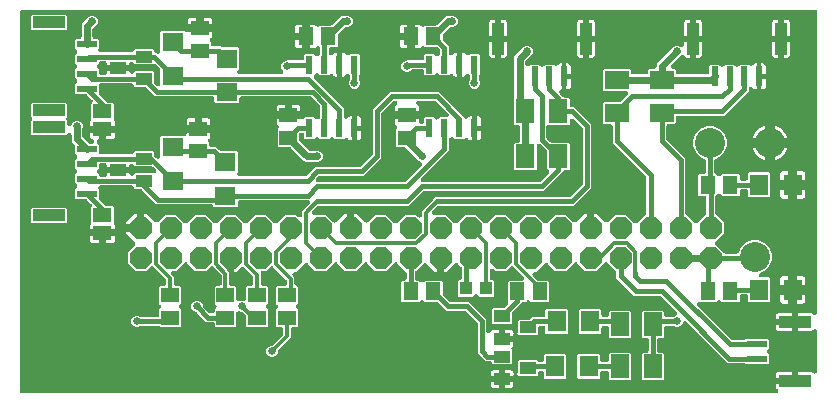
<source format=gbr>
G04 EAGLE Gerber RS-274X export*
G75*
%MOMM*%
%FSLAX34Y34*%
%LPD*%
%INTop Copper*%
%IPPOS*%
%AMOC8*
5,1,8,0,0,1.08239X$1,22.5*%
G01*
%ADD10R,1.500000X1.300000*%
%ADD11R,1.300000X1.500000*%
%ADD12R,0.600000X1.700000*%
%ADD13R,1.000000X2.700000*%
%ADD14R,1.700000X0.600000*%
%ADD15R,2.700000X1.000000*%
%ADD16R,1.600000X1.803000*%
%ADD17P,2.061953X8X202.500000*%
%ADD18R,1.400000X1.000000*%
%ADD19R,2.000000X1.600000*%
%ADD20R,1.600000X2.000000*%
%ADD21R,1.803000X1.600000*%
%ADD22R,1.600200X1.168400*%
%ADD23C,2.540000*%
%ADD24R,0.609600X1.524000*%
%ADD25R,1.000000X1.100000*%
%ADD26C,0.654800*%
%ADD27C,0.609600*%
%ADD28C,0.406400*%
%ADD29C,0.304800*%

G36*
X642473Y2548D02*
X642473Y2548D01*
X642546Y2546D01*
X642673Y2568D01*
X642800Y2581D01*
X642870Y2602D01*
X642943Y2615D01*
X643063Y2661D01*
X643185Y2699D01*
X643250Y2734D01*
X643318Y2760D01*
X643427Y2829D01*
X643539Y2891D01*
X643596Y2937D01*
X643658Y2977D01*
X643750Y3066D01*
X643849Y3148D01*
X643894Y3205D01*
X643947Y3256D01*
X644021Y3362D01*
X644101Y3462D01*
X644135Y3527D01*
X644176Y3587D01*
X644227Y3706D01*
X644286Y3819D01*
X644307Y3890D01*
X644336Y3957D01*
X644362Y4083D01*
X644398Y4206D01*
X644404Y4279D01*
X644419Y4351D01*
X644420Y4480D01*
X644431Y4608D01*
X644422Y4680D01*
X644423Y4754D01*
X644399Y4880D01*
X644384Y5007D01*
X644361Y5077D01*
X644347Y5149D01*
X644299Y5268D01*
X644259Y5390D01*
X644223Y5454D01*
X644195Y5522D01*
X644124Y5629D01*
X644061Y5741D01*
X644013Y5796D01*
X643973Y5857D01*
X643882Y5948D01*
X643798Y6045D01*
X643740Y6090D01*
X643688Y6142D01*
X643549Y6239D01*
X643480Y6292D01*
X643450Y6307D01*
X643449Y6308D01*
X642967Y6790D01*
X642632Y7369D01*
X642459Y8015D01*
X642459Y10851D01*
X658032Y10851D01*
X658050Y10852D01*
X658067Y10851D01*
X658250Y10872D01*
X658432Y10891D01*
X658449Y10896D01*
X658467Y10898D01*
X658642Y10955D01*
X658817Y11009D01*
X658833Y11017D01*
X658850Y11023D01*
X659010Y11113D01*
X659171Y11200D01*
X659185Y11212D01*
X659201Y11221D01*
X659340Y11341D01*
X659481Y11458D01*
X659492Y11472D01*
X659505Y11484D01*
X659618Y11629D01*
X659733Y11772D01*
X659741Y11788D01*
X659752Y11802D01*
X659834Y11967D01*
X659848Y11994D01*
X659946Y12049D01*
X660108Y12137D01*
X660121Y12148D01*
X660137Y12157D01*
X660276Y12277D01*
X660417Y12395D01*
X660428Y12408D01*
X660442Y12420D01*
X660554Y12565D01*
X660669Y12708D01*
X660677Y12724D01*
X660688Y12738D01*
X660770Y12903D01*
X660855Y13066D01*
X660860Y13083D01*
X660868Y13099D01*
X660915Y13277D01*
X660966Y13452D01*
X660968Y13470D01*
X660972Y13487D01*
X660999Y13818D01*
X660999Y20891D01*
X672335Y20891D01*
X672981Y20718D01*
X673560Y20383D01*
X673992Y19951D01*
X673999Y19946D01*
X674004Y19939D01*
X674154Y19818D01*
X674303Y19696D01*
X674311Y19692D01*
X674318Y19687D01*
X674488Y19598D01*
X674659Y19508D01*
X674668Y19505D01*
X674675Y19501D01*
X674859Y19448D01*
X675045Y19393D01*
X675054Y19392D01*
X675062Y19390D01*
X675253Y19374D01*
X675446Y19357D01*
X675455Y19358D01*
X675464Y19357D01*
X675653Y19379D01*
X675846Y19400D01*
X675855Y19403D01*
X675863Y19404D01*
X676046Y19463D01*
X676230Y19521D01*
X676238Y19526D01*
X676246Y19529D01*
X676415Y19624D01*
X676582Y19716D01*
X676589Y19722D01*
X676597Y19726D01*
X676742Y19852D01*
X676889Y19977D01*
X676895Y19984D01*
X676902Y19990D01*
X677019Y20141D01*
X677139Y20293D01*
X677143Y20301D01*
X677148Y20308D01*
X677235Y20481D01*
X677321Y20652D01*
X677324Y20660D01*
X677328Y20668D01*
X677378Y20857D01*
X677429Y21039D01*
X677430Y21048D01*
X677432Y21057D01*
X677459Y21388D01*
X677459Y54812D01*
X677458Y54821D01*
X677459Y54830D01*
X677439Y55020D01*
X677419Y55213D01*
X677417Y55221D01*
X677416Y55230D01*
X677358Y55414D01*
X677301Y55598D01*
X677297Y55606D01*
X677294Y55614D01*
X677201Y55783D01*
X677109Y55952D01*
X677104Y55959D01*
X677099Y55967D01*
X676975Y56113D01*
X676852Y56261D01*
X676845Y56267D01*
X676839Y56274D01*
X676688Y56393D01*
X676538Y56513D01*
X676530Y56518D01*
X676523Y56523D01*
X676352Y56610D01*
X676181Y56699D01*
X676172Y56701D01*
X676164Y56705D01*
X675979Y56757D01*
X675794Y56810D01*
X675785Y56811D01*
X675776Y56813D01*
X675584Y56828D01*
X675392Y56843D01*
X675384Y56842D01*
X675375Y56843D01*
X675183Y56819D01*
X674993Y56796D01*
X674984Y56794D01*
X674975Y56792D01*
X674793Y56731D01*
X674610Y56671D01*
X674602Y56667D01*
X674594Y56664D01*
X674426Y56568D01*
X674259Y56474D01*
X674252Y56468D01*
X674245Y56463D01*
X673992Y56249D01*
X673560Y55817D01*
X672981Y55482D01*
X672335Y55309D01*
X660999Y55309D01*
X660999Y62382D01*
X660997Y62400D01*
X660999Y62417D01*
X660978Y62599D01*
X660959Y62782D01*
X660954Y62799D01*
X660952Y62817D01*
X660939Y62858D01*
X660966Y62952D01*
X660968Y62970D01*
X660972Y62987D01*
X660999Y63318D01*
X660999Y70391D01*
X672335Y70391D01*
X672981Y70218D01*
X673560Y69883D01*
X673992Y69451D01*
X673999Y69446D01*
X674004Y69439D01*
X674154Y69318D01*
X674303Y69196D01*
X674311Y69192D01*
X674318Y69187D01*
X674488Y69098D01*
X674659Y69008D01*
X674668Y69005D01*
X674675Y69001D01*
X674859Y68948D01*
X675045Y68893D01*
X675054Y68892D01*
X675062Y68890D01*
X675253Y68874D01*
X675446Y68857D01*
X675455Y68858D01*
X675464Y68857D01*
X675653Y68879D01*
X675846Y68900D01*
X675855Y68903D01*
X675863Y68904D01*
X676046Y68963D01*
X676230Y69021D01*
X676238Y69026D01*
X676246Y69029D01*
X676414Y69124D01*
X676582Y69216D01*
X676589Y69222D01*
X676597Y69226D01*
X676742Y69352D01*
X676889Y69477D01*
X676895Y69484D01*
X676902Y69490D01*
X677019Y69641D01*
X677139Y69793D01*
X677143Y69801D01*
X677148Y69808D01*
X677235Y69981D01*
X677321Y70152D01*
X677324Y70160D01*
X677328Y70168D01*
X677378Y70357D01*
X677429Y70539D01*
X677430Y70548D01*
X677432Y70557D01*
X677459Y70888D01*
X677459Y325428D01*
X677457Y325446D01*
X677459Y325464D01*
X677438Y325646D01*
X677419Y325829D01*
X677414Y325846D01*
X677412Y325863D01*
X677355Y326038D01*
X677301Y326214D01*
X677293Y326229D01*
X677287Y326246D01*
X677197Y326406D01*
X677109Y326568D01*
X677098Y326581D01*
X677089Y326597D01*
X676969Y326736D01*
X676852Y326877D01*
X676838Y326888D01*
X676826Y326902D01*
X676681Y327014D01*
X676538Y327129D01*
X676522Y327137D01*
X676508Y327148D01*
X676343Y327230D01*
X676181Y327315D01*
X676164Y327320D01*
X676148Y327328D01*
X675969Y327375D01*
X675794Y327426D01*
X675776Y327428D01*
X675759Y327432D01*
X675428Y327459D01*
X4572Y327459D01*
X4554Y327457D01*
X4536Y327459D01*
X4354Y327438D01*
X4171Y327419D01*
X4154Y327414D01*
X4137Y327412D01*
X3962Y327355D01*
X3786Y327301D01*
X3771Y327293D01*
X3754Y327287D01*
X3594Y327197D01*
X3432Y327109D01*
X3419Y327098D01*
X3403Y327089D01*
X3264Y326969D01*
X3123Y326852D01*
X3112Y326838D01*
X3098Y326826D01*
X2986Y326681D01*
X2871Y326538D01*
X2863Y326522D01*
X2852Y326508D01*
X2770Y326343D01*
X2685Y326181D01*
X2680Y326164D01*
X2672Y326148D01*
X2625Y325969D01*
X2574Y325794D01*
X2572Y325776D01*
X2568Y325759D01*
X2541Y325428D01*
X2541Y4572D01*
X2543Y4554D01*
X2541Y4536D01*
X2562Y4354D01*
X2581Y4171D01*
X2586Y4154D01*
X2588Y4137D01*
X2645Y3962D01*
X2699Y3786D01*
X2707Y3771D01*
X2713Y3754D01*
X2803Y3594D01*
X2891Y3432D01*
X2902Y3419D01*
X2911Y3403D01*
X3031Y3264D01*
X3148Y3123D01*
X3162Y3112D01*
X3174Y3098D01*
X3319Y2986D01*
X3462Y2871D01*
X3478Y2863D01*
X3492Y2852D01*
X3657Y2770D01*
X3819Y2685D01*
X3836Y2680D01*
X3852Y2672D01*
X4031Y2625D01*
X4206Y2574D01*
X4224Y2572D01*
X4241Y2568D01*
X4572Y2541D01*
X642400Y2541D01*
X642473Y2548D01*
G37*
%LPC*%
G36*
X529878Y13875D02*
X529878Y13875D01*
X528985Y14768D01*
X528985Y36032D01*
X529878Y36925D01*
X532922Y36925D01*
X532940Y36927D01*
X532958Y36925D01*
X533140Y36946D01*
X533323Y36965D01*
X533340Y36970D01*
X533357Y36972D01*
X533532Y37029D01*
X533708Y37083D01*
X533723Y37091D01*
X533740Y37097D01*
X533900Y37187D01*
X534062Y37275D01*
X534075Y37286D01*
X534091Y37295D01*
X534230Y37415D01*
X534371Y37532D01*
X534382Y37546D01*
X534396Y37558D01*
X534508Y37703D01*
X534623Y37846D01*
X534631Y37862D01*
X534642Y37876D01*
X534724Y38041D01*
X534809Y38203D01*
X534814Y38220D01*
X534822Y38236D01*
X534869Y38415D01*
X534920Y38590D01*
X534922Y38608D01*
X534926Y38625D01*
X534953Y38956D01*
X534953Y47404D01*
X534951Y47422D01*
X534953Y47440D01*
X534932Y47622D01*
X534913Y47805D01*
X534908Y47822D01*
X534906Y47839D01*
X534849Y48014D01*
X534795Y48190D01*
X534787Y48205D01*
X534781Y48222D01*
X534691Y48382D01*
X534603Y48544D01*
X534592Y48557D01*
X534583Y48573D01*
X534463Y48712D01*
X534346Y48853D01*
X534332Y48864D01*
X534320Y48878D01*
X534175Y48990D01*
X534032Y49105D01*
X534016Y49113D01*
X534002Y49124D01*
X533837Y49206D01*
X533675Y49291D01*
X533658Y49296D01*
X533642Y49304D01*
X533463Y49351D01*
X533288Y49402D01*
X533270Y49404D01*
X533253Y49408D01*
X532922Y49435D01*
X529878Y49435D01*
X528985Y50328D01*
X528985Y71592D01*
X529878Y72485D01*
X547142Y72485D01*
X548035Y71592D01*
X548035Y69088D01*
X548037Y69070D01*
X548035Y69052D01*
X548056Y68870D01*
X548075Y68687D01*
X548080Y68670D01*
X548082Y68653D01*
X548139Y68478D01*
X548193Y68302D01*
X548201Y68287D01*
X548207Y68270D01*
X548297Y68110D01*
X548385Y67948D01*
X548396Y67935D01*
X548405Y67919D01*
X548525Y67780D01*
X548642Y67639D01*
X548656Y67628D01*
X548668Y67614D01*
X548813Y67502D01*
X548956Y67387D01*
X548972Y67379D01*
X548986Y67368D01*
X549151Y67286D01*
X549313Y67201D01*
X549330Y67196D01*
X549346Y67188D01*
X549525Y67141D01*
X549700Y67090D01*
X549718Y67088D01*
X549735Y67084D01*
X550066Y67057D01*
X554729Y67057D01*
X554755Y67059D01*
X554782Y67057D01*
X554956Y67079D01*
X555130Y67097D01*
X555155Y67104D01*
X555182Y67108D01*
X555347Y67163D01*
X555514Y67215D01*
X555538Y67228D01*
X555563Y67236D01*
X555715Y67323D01*
X555868Y67407D01*
X555889Y67424D01*
X555912Y67437D01*
X556053Y67556D01*
X557742Y68256D01*
X557754Y68262D01*
X557767Y68266D01*
X557931Y68357D01*
X558097Y68446D01*
X558107Y68455D01*
X558119Y68461D01*
X558262Y68582D01*
X558407Y68703D01*
X558416Y68713D01*
X558426Y68722D01*
X558543Y68869D01*
X558661Y69015D01*
X558667Y69027D01*
X558676Y69038D01*
X558761Y69206D01*
X558848Y69372D01*
X558852Y69384D01*
X558858Y69396D01*
X558909Y69578D01*
X558961Y69758D01*
X558962Y69771D01*
X558966Y69784D01*
X558980Y69973D01*
X558996Y70159D01*
X558994Y70172D01*
X558995Y70186D01*
X558972Y70373D01*
X558951Y70559D01*
X558947Y70572D01*
X558945Y70585D01*
X558885Y70763D01*
X558828Y70943D01*
X558821Y70954D01*
X558817Y70967D01*
X558723Y71130D01*
X558631Y71294D01*
X558623Y71304D01*
X558616Y71316D01*
X558401Y71569D01*
X545222Y84748D01*
X545201Y84765D01*
X545183Y84786D01*
X545046Y84893D01*
X544910Y85003D01*
X544887Y85016D01*
X544865Y85032D01*
X544708Y85110D01*
X544554Y85192D01*
X544529Y85200D01*
X544505Y85212D01*
X544335Y85257D01*
X544169Y85307D01*
X544142Y85309D01*
X544116Y85316D01*
X543785Y85343D01*
X522327Y85343D01*
X507543Y100127D01*
X507543Y104389D01*
X507541Y104415D01*
X507543Y104442D01*
X507521Y104616D01*
X507503Y104789D01*
X507496Y104815D01*
X507492Y104841D01*
X507437Y105007D01*
X507385Y105174D01*
X507372Y105198D01*
X507364Y105223D01*
X507277Y105375D01*
X507193Y105528D01*
X507176Y105549D01*
X507163Y105572D01*
X506948Y105825D01*
X499836Y112937D01*
X499822Y112948D01*
X499811Y112962D01*
X499667Y113075D01*
X499525Y113192D01*
X499509Y113200D01*
X499495Y113212D01*
X499331Y113295D01*
X499169Y113381D01*
X499152Y113386D01*
X499136Y113394D01*
X498959Y113443D01*
X498783Y113495D01*
X498765Y113497D01*
X498748Y113502D01*
X498565Y113515D01*
X498382Y113532D01*
X498364Y113530D01*
X498347Y113531D01*
X498165Y113508D01*
X497982Y113488D01*
X497965Y113483D01*
X497947Y113481D01*
X497773Y113422D01*
X497598Y113367D01*
X497582Y113358D01*
X497566Y113353D01*
X497406Y113261D01*
X497246Y113172D01*
X497232Y113161D01*
X497217Y113152D01*
X496964Y112937D01*
X490277Y106250D01*
X481123Y106250D01*
X474436Y112937D01*
X474423Y112948D01*
X474411Y112962D01*
X474267Y113076D01*
X474125Y113192D01*
X474109Y113200D01*
X474095Y113212D01*
X473931Y113295D01*
X473769Y113381D01*
X473752Y113386D01*
X473736Y113394D01*
X473559Y113443D01*
X473383Y113495D01*
X473365Y113497D01*
X473348Y113502D01*
X473165Y113515D01*
X472982Y113532D01*
X472964Y113530D01*
X472947Y113531D01*
X472765Y113508D01*
X472582Y113488D01*
X472565Y113483D01*
X472547Y113481D01*
X472374Y113423D01*
X472198Y113367D01*
X472182Y113358D01*
X472166Y113353D01*
X472006Y113261D01*
X471846Y113172D01*
X471832Y113161D01*
X471817Y113152D01*
X471564Y112937D01*
X464877Y106250D01*
X455723Y106250D01*
X449755Y112219D01*
X449741Y112230D01*
X449729Y112244D01*
X449585Y112357D01*
X449443Y112474D01*
X449427Y112482D01*
X449413Y112493D01*
X449249Y112576D01*
X449088Y112662D01*
X449070Y112667D01*
X449055Y112675D01*
X448877Y112725D01*
X448702Y112777D01*
X448684Y112779D01*
X448667Y112783D01*
X448483Y112797D01*
X448301Y112813D01*
X448283Y112812D01*
X448265Y112813D01*
X448083Y112790D01*
X447900Y112770D01*
X447883Y112765D01*
X447866Y112762D01*
X447692Y112704D01*
X447517Y112649D01*
X447501Y112640D01*
X447484Y112634D01*
X447324Y112542D01*
X447164Y112454D01*
X447151Y112442D01*
X447135Y112433D01*
X446882Y112219D01*
X439898Y105234D01*
X438400Y105234D01*
X438391Y105233D01*
X438382Y105234D01*
X438189Y105213D01*
X438000Y105194D01*
X437991Y105192D01*
X437982Y105191D01*
X437798Y105132D01*
X437615Y105076D01*
X437607Y105072D01*
X437598Y105069D01*
X437430Y104976D01*
X437261Y104884D01*
X437254Y104879D01*
X437246Y104874D01*
X437099Y104750D01*
X436951Y104627D01*
X436946Y104620D01*
X436939Y104614D01*
X436818Y104461D01*
X436699Y104313D01*
X436695Y104305D01*
X436689Y104298D01*
X436602Y104125D01*
X436514Y103956D01*
X436511Y103947D01*
X436507Y103939D01*
X436455Y103753D01*
X436402Y103569D01*
X436401Y103560D01*
X436399Y103551D01*
X436385Y103358D01*
X436369Y103167D01*
X436370Y103159D01*
X436370Y103150D01*
X436394Y102954D01*
X436416Y102768D01*
X436419Y102759D01*
X436420Y102750D01*
X436481Y102568D01*
X436541Y102385D01*
X436545Y102377D01*
X436548Y102369D01*
X436644Y102202D01*
X436739Y102034D01*
X436745Y102027D01*
X436749Y102020D01*
X436964Y101767D01*
X440211Y98520D01*
X440232Y98503D01*
X440249Y98482D01*
X440387Y98375D01*
X440522Y98265D01*
X440546Y98252D01*
X440567Y98236D01*
X440724Y98158D01*
X440878Y98076D01*
X440904Y98068D01*
X440928Y98056D01*
X441097Y98011D01*
X441264Y97961D01*
X441291Y97959D01*
X441317Y97952D01*
X441647Y97925D01*
X449702Y97925D01*
X450595Y97032D01*
X450595Y80768D01*
X449702Y79875D01*
X435438Y79875D01*
X434506Y80807D01*
X434492Y80819D01*
X434481Y80832D01*
X434337Y80946D01*
X434195Y81062D01*
X434179Y81071D01*
X434165Y81082D01*
X434001Y81165D01*
X433839Y81251D01*
X433822Y81256D01*
X433806Y81264D01*
X433629Y81314D01*
X433453Y81366D01*
X433435Y81367D01*
X433418Y81372D01*
X433235Y81386D01*
X433052Y81402D01*
X433034Y81400D01*
X433017Y81402D01*
X432835Y81379D01*
X432652Y81359D01*
X432635Y81353D01*
X432617Y81351D01*
X432443Y81293D01*
X432268Y81237D01*
X432252Y81229D01*
X432236Y81223D01*
X432077Y81131D01*
X431916Y81043D01*
X431902Y81031D01*
X431887Y81022D01*
X431634Y80807D01*
X430702Y79875D01*
X428467Y79875D01*
X428440Y79873D01*
X428413Y79875D01*
X428239Y79853D01*
X428066Y79835D01*
X428040Y79828D01*
X428014Y79824D01*
X427848Y79768D01*
X427681Y79717D01*
X427657Y79704D01*
X427632Y79696D01*
X427481Y79609D01*
X427327Y79525D01*
X427306Y79508D01*
X427283Y79495D01*
X427030Y79280D01*
X424448Y76698D01*
X419760Y72010D01*
X419743Y71989D01*
X419722Y71971D01*
X419615Y71834D01*
X419505Y71698D01*
X419492Y71675D01*
X419476Y71653D01*
X419398Y71496D01*
X419316Y71342D01*
X419308Y71317D01*
X419296Y71293D01*
X419251Y71123D01*
X419201Y70957D01*
X419199Y70930D01*
X419192Y70904D01*
X419165Y70573D01*
X419165Y62288D01*
X418272Y61395D01*
X403008Y61395D01*
X402115Y62288D01*
X402115Y73552D01*
X403008Y74445D01*
X411293Y74445D01*
X411320Y74447D01*
X411347Y74445D01*
X411521Y74467D01*
X411694Y74485D01*
X411719Y74492D01*
X411746Y74496D01*
X411912Y74551D01*
X412079Y74603D01*
X412103Y74616D01*
X412128Y74624D01*
X412279Y74711D01*
X412433Y74795D01*
X412453Y74812D01*
X412477Y74825D01*
X412730Y75040D01*
X415566Y77876D01*
X415577Y77889D01*
X415590Y77901D01*
X415704Y78045D01*
X415821Y78187D01*
X415829Y78203D01*
X415840Y78217D01*
X415923Y78381D01*
X416009Y78543D01*
X416014Y78560D01*
X416022Y78576D01*
X416072Y78753D01*
X416124Y78929D01*
X416126Y78946D01*
X416130Y78964D01*
X416144Y79147D01*
X416160Y79330D01*
X416158Y79347D01*
X416160Y79365D01*
X416137Y79547D01*
X416117Y79730D01*
X416112Y79747D01*
X416109Y79765D01*
X416051Y79938D01*
X415996Y80114D01*
X415987Y80129D01*
X415981Y80146D01*
X415889Y80306D01*
X415801Y80466D01*
X415789Y80480D01*
X415780Y80495D01*
X415566Y80748D01*
X415545Y80768D01*
X415545Y97032D01*
X416438Y97925D01*
X427279Y97925D01*
X427288Y97926D01*
X427297Y97925D01*
X427490Y97946D01*
X427680Y97965D01*
X427688Y97967D01*
X427697Y97968D01*
X427881Y98026D01*
X428064Y98083D01*
X428072Y98087D01*
X428081Y98090D01*
X428249Y98183D01*
X428418Y98275D01*
X428425Y98280D01*
X428433Y98285D01*
X428580Y98409D01*
X428728Y98532D01*
X428733Y98539D01*
X428740Y98545D01*
X428859Y98696D01*
X428980Y98846D01*
X428984Y98854D01*
X428990Y98861D01*
X429078Y99034D01*
X429166Y99203D01*
X429168Y99212D01*
X429172Y99220D01*
X429224Y99406D01*
X429277Y99590D01*
X429278Y99599D01*
X429280Y99608D01*
X429294Y99801D01*
X429310Y99992D01*
X429309Y100000D01*
X429309Y100009D01*
X429285Y100202D01*
X429263Y100391D01*
X429260Y100400D01*
X429259Y100409D01*
X429198Y100592D01*
X429138Y100774D01*
X429134Y100782D01*
X429131Y100790D01*
X429035Y100957D01*
X428940Y101125D01*
X428934Y101132D01*
X428930Y101139D01*
X428715Y101392D01*
X421659Y108448D01*
X420403Y109704D01*
X420389Y109715D01*
X420378Y109729D01*
X420234Y109843D01*
X420092Y109959D01*
X420076Y109968D01*
X420062Y109979D01*
X419898Y110062D01*
X419736Y110148D01*
X419719Y110153D01*
X419703Y110161D01*
X419526Y110210D01*
X419350Y110263D01*
X419333Y110264D01*
X419315Y110269D01*
X419132Y110282D01*
X418949Y110299D01*
X418932Y110297D01*
X418914Y110298D01*
X418732Y110275D01*
X418549Y110256D01*
X418532Y110250D01*
X418514Y110248D01*
X418341Y110190D01*
X418165Y110134D01*
X418150Y110125D01*
X418133Y110120D01*
X417973Y110028D01*
X417813Y109939D01*
X417799Y109928D01*
X417784Y109919D01*
X417531Y109704D01*
X414077Y106250D01*
X404923Y106250D01*
X403636Y107537D01*
X403629Y107543D01*
X403624Y107550D01*
X403474Y107670D01*
X403325Y107792D01*
X403317Y107796D01*
X403310Y107802D01*
X403140Y107890D01*
X402969Y107981D01*
X402960Y107983D01*
X402953Y107987D01*
X402768Y108040D01*
X402583Y108096D01*
X402574Y108096D01*
X402566Y108099D01*
X402375Y108114D01*
X402182Y108132D01*
X402173Y108131D01*
X402164Y108132D01*
X401975Y108109D01*
X401782Y108089D01*
X401773Y108086D01*
X401765Y108085D01*
X401583Y108025D01*
X401398Y107967D01*
X401390Y107963D01*
X401382Y107960D01*
X401215Y107866D01*
X401046Y107772D01*
X401039Y107766D01*
X401031Y107762D01*
X400886Y107637D01*
X400739Y107512D01*
X400733Y107505D01*
X400726Y107499D01*
X400609Y107348D01*
X400489Y107196D01*
X400485Y107188D01*
X400480Y107181D01*
X400394Y107009D01*
X400307Y106837D01*
X400304Y106828D01*
X400300Y106820D01*
X400250Y106634D01*
X400199Y106449D01*
X400198Y106440D01*
X400196Y106431D01*
X400169Y106101D01*
X400169Y100496D01*
X400171Y100478D01*
X400169Y100460D01*
X400190Y100278D01*
X400209Y100095D01*
X400214Y100078D01*
X400216Y100061D01*
X400273Y99886D01*
X400327Y99710D01*
X400335Y99695D01*
X400341Y99678D01*
X400431Y99518D01*
X400519Y99356D01*
X400530Y99343D01*
X400539Y99327D01*
X400659Y99188D01*
X400776Y99047D01*
X400790Y99036D01*
X400802Y99022D01*
X400947Y98910D01*
X401090Y98795D01*
X401106Y98787D01*
X401120Y98776D01*
X401285Y98694D01*
X401447Y98609D01*
X401464Y98604D01*
X401480Y98596D01*
X401659Y98549D01*
X401834Y98498D01*
X401852Y98496D01*
X401869Y98492D01*
X402200Y98465D01*
X402752Y98465D01*
X403645Y97572D01*
X403645Y85308D01*
X402752Y84415D01*
X391488Y84415D01*
X390056Y85847D01*
X390042Y85859D01*
X390031Y85872D01*
X389887Y85986D01*
X389745Y86102D01*
X389729Y86111D01*
X389715Y86122D01*
X389551Y86205D01*
X389389Y86291D01*
X389372Y86296D01*
X389356Y86304D01*
X389179Y86354D01*
X389003Y86406D01*
X388985Y86407D01*
X388968Y86412D01*
X388785Y86426D01*
X388602Y86442D01*
X388584Y86440D01*
X388567Y86442D01*
X388385Y86419D01*
X388202Y86399D01*
X388185Y86393D01*
X388167Y86391D01*
X387993Y86333D01*
X387818Y86277D01*
X387802Y86269D01*
X387786Y86263D01*
X387627Y86171D01*
X387466Y86083D01*
X387452Y86071D01*
X387437Y86062D01*
X387184Y85847D01*
X385752Y84415D01*
X374488Y84415D01*
X373595Y85308D01*
X373595Y97572D01*
X374488Y98465D01*
X374532Y98465D01*
X374550Y98467D01*
X374568Y98465D01*
X374750Y98486D01*
X374933Y98505D01*
X374950Y98510D01*
X374967Y98512D01*
X375142Y98569D01*
X375318Y98623D01*
X375333Y98631D01*
X375350Y98637D01*
X375510Y98727D01*
X375672Y98815D01*
X375685Y98826D01*
X375701Y98835D01*
X375840Y98955D01*
X375981Y99072D01*
X375992Y99086D01*
X376006Y99098D01*
X376118Y99243D01*
X376233Y99386D01*
X376241Y99402D01*
X376252Y99416D01*
X376334Y99581D01*
X376419Y99743D01*
X376424Y99760D01*
X376432Y99776D01*
X376479Y99955D01*
X376530Y100130D01*
X376532Y100148D01*
X376536Y100165D01*
X376563Y100496D01*
X376563Y108369D01*
X376561Y108395D01*
X376563Y108422D01*
X376541Y108596D01*
X376523Y108769D01*
X376516Y108795D01*
X376512Y108821D01*
X376457Y108987D01*
X376405Y109154D01*
X376392Y109178D01*
X376384Y109203D01*
X376297Y109355D01*
X376213Y109508D01*
X376196Y109529D01*
X376183Y109552D01*
X375968Y109805D01*
X373555Y112219D01*
X373541Y112230D01*
X373529Y112244D01*
X373385Y112357D01*
X373243Y112474D01*
X373227Y112482D01*
X373213Y112493D01*
X373049Y112577D01*
X372888Y112662D01*
X372871Y112667D01*
X372855Y112675D01*
X372677Y112725D01*
X372502Y112777D01*
X372484Y112779D01*
X372467Y112783D01*
X372283Y112797D01*
X372101Y112813D01*
X372083Y112812D01*
X372065Y112813D01*
X371883Y112790D01*
X371700Y112770D01*
X371683Y112765D01*
X371666Y112762D01*
X371492Y112704D01*
X371317Y112649D01*
X371301Y112640D01*
X371284Y112634D01*
X371124Y112542D01*
X370964Y112454D01*
X370951Y112442D01*
X370935Y112433D01*
X370682Y112219D01*
X363698Y105234D01*
X361874Y105234D01*
X361874Y116157D01*
X361872Y116175D01*
X361874Y116192D01*
X361853Y116375D01*
X361834Y116557D01*
X361829Y116574D01*
X361827Y116592D01*
X361770Y116766D01*
X361716Y116942D01*
X361708Y116958D01*
X361702Y116975D01*
X361612Y117135D01*
X361524Y117296D01*
X361513Y117310D01*
X361504Y117326D01*
X361384Y117465D01*
X361267Y117606D01*
X361253Y117617D01*
X361241Y117630D01*
X361096Y117743D01*
X360953Y117858D01*
X360937Y117866D01*
X360923Y117877D01*
X360758Y117959D01*
X360596Y118043D01*
X360579Y118048D01*
X360563Y118056D01*
X360384Y118104D01*
X360209Y118155D01*
X360191Y118156D01*
X360174Y118161D01*
X359843Y118188D01*
X357557Y118188D01*
X357539Y118186D01*
X357521Y118188D01*
X357339Y118166D01*
X357156Y118148D01*
X357139Y118143D01*
X357122Y118141D01*
X356947Y118084D01*
X356771Y118030D01*
X356756Y118022D01*
X356739Y118016D01*
X356579Y117926D01*
X356417Y117838D01*
X356404Y117827D01*
X356388Y117818D01*
X356249Y117698D01*
X356108Y117580D01*
X356097Y117567D01*
X356083Y117555D01*
X355971Y117410D01*
X355856Y117267D01*
X355848Y117251D01*
X355837Y117237D01*
X355755Y117072D01*
X355670Y116909D01*
X355665Y116892D01*
X355657Y116876D01*
X355609Y116698D01*
X355559Y116523D01*
X355557Y116505D01*
X355553Y116488D01*
X355526Y116157D01*
X355526Y105234D01*
X353702Y105234D01*
X346718Y112219D01*
X346704Y112230D01*
X346693Y112244D01*
X346548Y112357D01*
X346406Y112474D01*
X346391Y112482D01*
X346377Y112493D01*
X346213Y112576D01*
X346051Y112662D01*
X346034Y112667D01*
X346018Y112675D01*
X345840Y112725D01*
X345665Y112777D01*
X345647Y112779D01*
X345630Y112783D01*
X345447Y112797D01*
X345264Y112813D01*
X345246Y112812D01*
X345228Y112813D01*
X345046Y112790D01*
X344864Y112770D01*
X344847Y112765D01*
X344829Y112762D01*
X344655Y112704D01*
X344480Y112649D01*
X344464Y112640D01*
X344447Y112634D01*
X344288Y112542D01*
X344127Y112454D01*
X344114Y112442D01*
X344098Y112433D01*
X343845Y112219D01*
X337552Y105925D01*
X337535Y105904D01*
X337514Y105887D01*
X337407Y105749D01*
X337297Y105613D01*
X337284Y105590D01*
X337268Y105569D01*
X337190Y105412D01*
X337108Y105258D01*
X337100Y105232D01*
X337088Y105208D01*
X337043Y105039D01*
X336993Y104872D01*
X336991Y104845D01*
X336984Y104819D01*
X336957Y104489D01*
X336957Y99956D01*
X336959Y99938D01*
X336957Y99920D01*
X336978Y99738D01*
X336997Y99555D01*
X337002Y99538D01*
X337004Y99521D01*
X337061Y99346D01*
X337115Y99170D01*
X337123Y99155D01*
X337129Y99138D01*
X337219Y98978D01*
X337307Y98816D01*
X337318Y98803D01*
X337327Y98787D01*
X337447Y98648D01*
X337564Y98507D01*
X337578Y98496D01*
X337590Y98482D01*
X337735Y98370D01*
X337878Y98255D01*
X337894Y98247D01*
X337908Y98236D01*
X338073Y98154D01*
X338235Y98069D01*
X338252Y98064D01*
X338268Y98056D01*
X338447Y98009D01*
X338622Y97958D01*
X338640Y97956D01*
X338657Y97952D01*
X338988Y97925D01*
X340532Y97925D01*
X341464Y96993D01*
X341478Y96981D01*
X341489Y96968D01*
X341633Y96854D01*
X341775Y96738D01*
X341791Y96729D01*
X341805Y96718D01*
X341969Y96635D01*
X342131Y96549D01*
X342148Y96544D01*
X342164Y96536D01*
X342341Y96486D01*
X342517Y96434D01*
X342535Y96433D01*
X342552Y96428D01*
X342735Y96414D01*
X342918Y96398D01*
X342936Y96400D01*
X342953Y96398D01*
X343135Y96421D01*
X343318Y96441D01*
X343335Y96447D01*
X343353Y96449D01*
X343527Y96507D01*
X343702Y96563D01*
X343718Y96571D01*
X343734Y96577D01*
X343893Y96669D01*
X344054Y96757D01*
X344068Y96769D01*
X344083Y96778D01*
X344336Y96993D01*
X345268Y97925D01*
X359532Y97925D01*
X360425Y97032D01*
X360425Y86747D01*
X360427Y86720D01*
X360425Y86693D01*
X360447Y86519D01*
X360465Y86346D01*
X360472Y86320D01*
X360476Y86294D01*
X360532Y86128D01*
X360583Y85961D01*
X360596Y85937D01*
X360604Y85912D01*
X360691Y85761D01*
X360775Y85607D01*
X360792Y85587D01*
X360805Y85563D01*
X361020Y85310D01*
X365978Y80352D01*
X365999Y80335D01*
X366017Y80314D01*
X366154Y80208D01*
X366290Y80097D01*
X366314Y80084D01*
X366335Y80068D01*
X366491Y79990D01*
X366646Y79908D01*
X366671Y79900D01*
X366695Y79888D01*
X366865Y79843D01*
X367031Y79793D01*
X367058Y79791D01*
X367084Y79784D01*
X367415Y79757D01*
X382473Y79757D01*
X397257Y64973D01*
X397257Y55343D01*
X397258Y55330D01*
X397257Y55318D01*
X397270Y55204D01*
X397275Y55069D01*
X397290Y55006D01*
X397297Y54942D01*
X397304Y54919D01*
X397304Y54918D01*
X397307Y54910D01*
X397337Y54811D01*
X397369Y54677D01*
X397396Y54619D01*
X397415Y54557D01*
X397480Y54437D01*
X397538Y54312D01*
X397576Y54260D01*
X397607Y54203D01*
X397694Y54098D01*
X397776Y53987D01*
X397823Y53943D01*
X397864Y53894D01*
X397971Y53808D01*
X398073Y53715D01*
X398128Y53682D01*
X398178Y53642D01*
X398300Y53578D01*
X398418Y53507D01*
X398478Y53486D01*
X398535Y53456D01*
X398667Y53418D01*
X398797Y53372D01*
X398860Y53363D01*
X398922Y53345D01*
X399059Y53334D01*
X399195Y53314D01*
X399259Y53317D01*
X399324Y53312D01*
X399460Y53328D01*
X399597Y53335D01*
X399660Y53351D01*
X399723Y53359D01*
X399854Y53401D01*
X399987Y53436D01*
X400045Y53464D01*
X400106Y53484D01*
X400226Y53551D01*
X400350Y53611D01*
X400401Y53650D01*
X400457Y53682D01*
X400561Y53771D01*
X400670Y53854D01*
X400713Y53903D01*
X400761Y53945D01*
X400846Y54053D01*
X400937Y54156D01*
X400969Y54212D01*
X401008Y54263D01*
X401069Y54386D01*
X401138Y54505D01*
X401162Y54570D01*
X401177Y54601D01*
X401179Y54606D01*
X401188Y54623D01*
X401208Y54701D01*
X401250Y54817D01*
X401272Y54901D01*
X401607Y55480D01*
X402080Y55953D01*
X402659Y56288D01*
X403305Y56461D01*
X408141Y56461D01*
X408141Y49388D01*
X408142Y49370D01*
X408141Y49353D01*
X408162Y49170D01*
X408181Y48988D01*
X408186Y48971D01*
X408188Y48953D01*
X408245Y48778D01*
X408299Y48603D01*
X408307Y48587D01*
X408313Y48570D01*
X408403Y48410D01*
X408490Y48249D01*
X408502Y48235D01*
X408511Y48219D01*
X408631Y48080D01*
X408748Y47939D01*
X408762Y47928D01*
X408774Y47915D01*
X408919Y47802D01*
X409062Y47687D01*
X409078Y47679D01*
X409092Y47668D01*
X409257Y47586D01*
X409284Y47572D01*
X409339Y47474D01*
X409427Y47312D01*
X409438Y47299D01*
X409447Y47283D01*
X409567Y47144D01*
X409685Y47003D01*
X409698Y46992D01*
X409710Y46978D01*
X409855Y46866D01*
X409998Y46751D01*
X410014Y46743D01*
X410028Y46732D01*
X410193Y46650D01*
X410356Y46565D01*
X410373Y46560D01*
X410389Y46552D01*
X410567Y46504D01*
X410742Y46454D01*
X410760Y46452D01*
X410777Y46448D01*
X411108Y46421D01*
X420181Y46421D01*
X420181Y43585D01*
X420008Y42939D01*
X419673Y42360D01*
X419306Y41993D01*
X419295Y41979D01*
X419281Y41967D01*
X419167Y41823D01*
X419051Y41681D01*
X419043Y41666D01*
X419031Y41652D01*
X418948Y41488D01*
X418862Y41326D01*
X418857Y41309D01*
X418849Y41293D01*
X418800Y41116D01*
X418748Y40940D01*
X418746Y40922D01*
X418741Y40905D01*
X418728Y40722D01*
X418711Y40539D01*
X418713Y40521D01*
X418712Y40503D01*
X418735Y40320D01*
X418755Y40139D01*
X418760Y40121D01*
X418762Y40104D01*
X418821Y39930D01*
X418876Y39755D01*
X418885Y39739D01*
X418890Y39722D01*
X418982Y39563D01*
X419071Y39402D01*
X419082Y39389D01*
X419091Y39373D01*
X419165Y39287D01*
X419165Y27998D01*
X418272Y27105D01*
X403008Y27105D01*
X402115Y27998D01*
X402115Y28042D01*
X402113Y28060D01*
X402115Y28078D01*
X402094Y28260D01*
X402075Y28443D01*
X402070Y28460D01*
X402068Y28477D01*
X402011Y28652D01*
X401957Y28828D01*
X401949Y28843D01*
X401943Y28860D01*
X401853Y29020D01*
X401765Y29182D01*
X401754Y29195D01*
X401745Y29211D01*
X401625Y29350D01*
X401508Y29491D01*
X401494Y29502D01*
X401482Y29516D01*
X401337Y29628D01*
X401194Y29743D01*
X401178Y29751D01*
X401164Y29762D01*
X400999Y29844D01*
X400837Y29929D01*
X400820Y29934D01*
X400804Y29942D01*
X400625Y29989D01*
X400450Y30040D01*
X400432Y30042D01*
X400415Y30046D01*
X400084Y30073D01*
X396697Y30073D01*
X390143Y36627D01*
X390143Y61185D01*
X390141Y61212D01*
X390143Y61239D01*
X390121Y61413D01*
X390103Y61586D01*
X390096Y61611D01*
X390092Y61638D01*
X390037Y61804D01*
X389985Y61971D01*
X389972Y61994D01*
X389964Y62020D01*
X389877Y62171D01*
X389793Y62325D01*
X389776Y62345D01*
X389763Y62369D01*
X389548Y62622D01*
X380122Y72048D01*
X380101Y72065D01*
X380083Y72086D01*
X379946Y72193D01*
X379810Y72303D01*
X379787Y72316D01*
X379765Y72332D01*
X379608Y72410D01*
X379454Y72492D01*
X379429Y72500D01*
X379405Y72512D01*
X379235Y72557D01*
X379069Y72607D01*
X379042Y72609D01*
X379016Y72616D01*
X378685Y72643D01*
X363627Y72643D01*
X360948Y75322D01*
X356990Y79280D01*
X356969Y79297D01*
X356952Y79318D01*
X356814Y79425D01*
X356678Y79535D01*
X356655Y79548D01*
X356633Y79564D01*
X356477Y79642D01*
X356323Y79724D01*
X356297Y79732D01*
X356273Y79744D01*
X356104Y79789D01*
X355937Y79839D01*
X355910Y79841D01*
X355884Y79848D01*
X355553Y79875D01*
X345268Y79875D01*
X344336Y80807D01*
X344323Y80819D01*
X344311Y80832D01*
X344166Y80947D01*
X344025Y81062D01*
X344009Y81071D01*
X343995Y81082D01*
X343831Y81165D01*
X343669Y81251D01*
X343652Y81256D01*
X343636Y81264D01*
X343459Y81314D01*
X343283Y81366D01*
X343265Y81367D01*
X343248Y81372D01*
X343065Y81386D01*
X342882Y81402D01*
X342864Y81400D01*
X342847Y81402D01*
X342665Y81379D01*
X342482Y81359D01*
X342465Y81353D01*
X342447Y81351D01*
X342274Y81293D01*
X342098Y81237D01*
X342082Y81229D01*
X342066Y81223D01*
X341907Y81132D01*
X341746Y81043D01*
X341732Y81031D01*
X341717Y81022D01*
X341464Y80807D01*
X340532Y79875D01*
X326268Y79875D01*
X325375Y80768D01*
X325375Y97032D01*
X326268Y97925D01*
X327812Y97925D01*
X327830Y97927D01*
X327848Y97925D01*
X328030Y97946D01*
X328213Y97965D01*
X328230Y97970D01*
X328247Y97972D01*
X328422Y98029D01*
X328598Y98083D01*
X328613Y98091D01*
X328630Y98097D01*
X328790Y98187D01*
X328952Y98275D01*
X328965Y98286D01*
X328981Y98295D01*
X329120Y98415D01*
X329261Y98532D01*
X329272Y98546D01*
X329286Y98558D01*
X329398Y98703D01*
X329513Y98846D01*
X329521Y98862D01*
X329532Y98876D01*
X329614Y99041D01*
X329699Y99203D01*
X329704Y99220D01*
X329712Y99236D01*
X329759Y99415D01*
X329810Y99590D01*
X329812Y99608D01*
X329816Y99625D01*
X329843Y99956D01*
X329843Y104289D01*
X329841Y104315D01*
X329843Y104342D01*
X329821Y104516D01*
X329803Y104689D01*
X329796Y104715D01*
X329792Y104741D01*
X329737Y104907D01*
X329685Y105074D01*
X329672Y105098D01*
X329664Y105123D01*
X329577Y105274D01*
X329493Y105428D01*
X329476Y105449D01*
X329463Y105472D01*
X329248Y105725D01*
X322036Y112937D01*
X322023Y112948D01*
X322011Y112962D01*
X321867Y113076D01*
X321725Y113192D01*
X321709Y113200D01*
X321695Y113212D01*
X321531Y113295D01*
X321369Y113381D01*
X321352Y113386D01*
X321336Y113394D01*
X321159Y113443D01*
X320983Y113495D01*
X320965Y113497D01*
X320948Y113502D01*
X320765Y113515D01*
X320582Y113532D01*
X320564Y113530D01*
X320547Y113531D01*
X320365Y113508D01*
X320182Y113488D01*
X320165Y113483D01*
X320147Y113481D01*
X319974Y113423D01*
X319798Y113367D01*
X319782Y113358D01*
X319766Y113353D01*
X319606Y113261D01*
X319446Y113172D01*
X319432Y113161D01*
X319417Y113152D01*
X319164Y112937D01*
X312477Y106250D01*
X303323Y106250D01*
X296636Y112937D01*
X296623Y112948D01*
X296611Y112962D01*
X296467Y113076D01*
X296325Y113192D01*
X296309Y113200D01*
X296295Y113212D01*
X296131Y113295D01*
X295969Y113381D01*
X295952Y113386D01*
X295936Y113394D01*
X295759Y113443D01*
X295583Y113495D01*
X295565Y113497D01*
X295548Y113502D01*
X295365Y113515D01*
X295182Y113532D01*
X295164Y113530D01*
X295147Y113531D01*
X294965Y113508D01*
X294782Y113488D01*
X294765Y113483D01*
X294747Y113481D01*
X294574Y113423D01*
X294398Y113367D01*
X294382Y113358D01*
X294366Y113353D01*
X294206Y113261D01*
X294046Y113172D01*
X294032Y113161D01*
X294017Y113152D01*
X293764Y112937D01*
X287077Y106250D01*
X277923Y106250D01*
X271236Y112937D01*
X271223Y112948D01*
X271211Y112962D01*
X271067Y113076D01*
X270925Y113192D01*
X270909Y113200D01*
X270895Y113212D01*
X270731Y113295D01*
X270569Y113381D01*
X270552Y113386D01*
X270536Y113394D01*
X270359Y113443D01*
X270183Y113495D01*
X270165Y113497D01*
X270148Y113502D01*
X269965Y113515D01*
X269782Y113532D01*
X269764Y113530D01*
X269747Y113531D01*
X269565Y113508D01*
X269382Y113488D01*
X269365Y113483D01*
X269347Y113481D01*
X269174Y113423D01*
X268998Y113367D01*
X268982Y113358D01*
X268966Y113353D01*
X268806Y113261D01*
X268646Y113172D01*
X268632Y113161D01*
X268617Y113152D01*
X268364Y112937D01*
X261677Y106250D01*
X252523Y106250D01*
X246555Y112219D01*
X246541Y112230D01*
X246529Y112244D01*
X246385Y112357D01*
X246243Y112474D01*
X246227Y112482D01*
X246213Y112493D01*
X246049Y112576D01*
X245888Y112662D01*
X245870Y112667D01*
X245855Y112675D01*
X245677Y112725D01*
X245502Y112777D01*
X245484Y112779D01*
X245467Y112783D01*
X245283Y112797D01*
X245101Y112813D01*
X245083Y112812D01*
X245065Y112813D01*
X244883Y112790D01*
X244700Y112770D01*
X244683Y112765D01*
X244666Y112762D01*
X244492Y112704D01*
X244317Y112649D01*
X244301Y112640D01*
X244284Y112634D01*
X244124Y112542D01*
X243964Y112454D01*
X243951Y112442D01*
X243935Y112433D01*
X243682Y112219D01*
X236698Y105234D01*
X235200Y105234D01*
X235191Y105233D01*
X235182Y105234D01*
X234991Y105213D01*
X234800Y105194D01*
X234791Y105192D01*
X234782Y105191D01*
X234600Y105133D01*
X234415Y105076D01*
X234407Y105072D01*
X234398Y105069D01*
X234230Y104976D01*
X234061Y104884D01*
X234054Y104879D01*
X234046Y104874D01*
X233898Y104749D01*
X233751Y104627D01*
X233746Y104620D01*
X233739Y104614D01*
X233618Y104461D01*
X233499Y104313D01*
X233495Y104305D01*
X233489Y104298D01*
X233402Y104126D01*
X233314Y103956D01*
X233311Y103947D01*
X233307Y103939D01*
X233255Y103753D01*
X233202Y103569D01*
X233201Y103560D01*
X233199Y103551D01*
X233185Y103359D01*
X233169Y103167D01*
X233170Y103159D01*
X233170Y103150D01*
X233194Y102954D01*
X233216Y102768D01*
X233219Y102759D01*
X233220Y102750D01*
X233281Y102567D01*
X233341Y102385D01*
X233345Y102377D01*
X233348Y102369D01*
X233444Y102203D01*
X233539Y102034D01*
X233545Y102027D01*
X233549Y102020D01*
X233764Y101767D01*
X234749Y100782D01*
X234749Y95756D01*
X234751Y95738D01*
X234749Y95720D01*
X234770Y95538D01*
X234789Y95355D01*
X234794Y95338D01*
X234796Y95321D01*
X234853Y95146D01*
X234907Y94970D01*
X234915Y94955D01*
X234921Y94938D01*
X235011Y94778D01*
X235099Y94616D01*
X235110Y94603D01*
X235119Y94587D01*
X235239Y94448D01*
X235356Y94307D01*
X235370Y94296D01*
X235382Y94282D01*
X235527Y94170D01*
X235670Y94055D01*
X235686Y94047D01*
X235700Y94036D01*
X235865Y93954D01*
X236027Y93869D01*
X236044Y93864D01*
X236060Y93856D01*
X236239Y93809D01*
X236414Y93758D01*
X236432Y93756D01*
X236449Y93752D01*
X236727Y93729D01*
X237625Y92832D01*
X237625Y78568D01*
X236693Y77636D01*
X236681Y77623D01*
X236668Y77611D01*
X236553Y77466D01*
X236438Y77325D01*
X236429Y77309D01*
X236418Y77295D01*
X236335Y77131D01*
X236249Y76969D01*
X236244Y76952D01*
X236236Y76936D01*
X236186Y76759D01*
X236134Y76583D01*
X236133Y76565D01*
X236128Y76548D01*
X236114Y76365D01*
X236098Y76182D01*
X236100Y76164D01*
X236098Y76147D01*
X236121Y75965D01*
X236141Y75782D01*
X236147Y75765D01*
X236149Y75747D01*
X236207Y75574D01*
X236263Y75398D01*
X236271Y75382D01*
X236277Y75366D01*
X236368Y75207D01*
X236457Y75046D01*
X236469Y75032D01*
X236478Y75017D01*
X236693Y74764D01*
X237625Y73832D01*
X237625Y59568D01*
X236732Y58675D01*
X233680Y58675D01*
X233662Y58673D01*
X233644Y58675D01*
X233462Y58654D01*
X233279Y58635D01*
X233262Y58630D01*
X233245Y58628D01*
X233070Y58571D01*
X232894Y58517D01*
X232879Y58509D01*
X232862Y58503D01*
X232702Y58413D01*
X232540Y58325D01*
X232527Y58314D01*
X232511Y58305D01*
X232372Y58185D01*
X232231Y58068D01*
X232220Y58054D01*
X232206Y58042D01*
X232094Y57897D01*
X231979Y57754D01*
X231971Y57738D01*
X231960Y57724D01*
X231878Y57559D01*
X231793Y57397D01*
X231788Y57380D01*
X231780Y57364D01*
X231733Y57185D01*
X231682Y57010D01*
X231680Y56992D01*
X231676Y56975D01*
X231649Y56644D01*
X231649Y49537D01*
X221294Y39182D01*
X221277Y39161D01*
X221256Y39144D01*
X221149Y39006D01*
X221039Y38871D01*
X221026Y38847D01*
X221010Y38826D01*
X220932Y38669D01*
X220850Y38515D01*
X220842Y38489D01*
X220830Y38465D01*
X220785Y38296D01*
X220735Y38129D01*
X220733Y38102D01*
X220726Y38077D01*
X220699Y37746D01*
X220699Y37145D01*
X219968Y35382D01*
X218618Y34032D01*
X216855Y33301D01*
X214945Y33301D01*
X213182Y34032D01*
X211832Y35382D01*
X211101Y37145D01*
X211101Y39055D01*
X211832Y40818D01*
X213182Y42168D01*
X214945Y42899D01*
X215546Y42899D01*
X215572Y42901D01*
X215599Y42899D01*
X215773Y42921D01*
X215946Y42939D01*
X215972Y42946D01*
X215999Y42950D01*
X216164Y43005D01*
X216331Y43057D01*
X216355Y43070D01*
X216380Y43078D01*
X216532Y43165D01*
X216685Y43249D01*
X216706Y43266D01*
X216729Y43279D01*
X216982Y43494D01*
X224956Y51468D01*
X224973Y51489D01*
X224994Y51506D01*
X225101Y51644D01*
X225211Y51779D01*
X225224Y51803D01*
X225240Y51824D01*
X225318Y51981D01*
X225400Y52135D01*
X225408Y52161D01*
X225420Y52185D01*
X225465Y52354D01*
X225515Y52521D01*
X225517Y52548D01*
X225524Y52573D01*
X225551Y52904D01*
X225551Y56644D01*
X225549Y56662D01*
X225551Y56680D01*
X225530Y56862D01*
X225511Y57045D01*
X225506Y57062D01*
X225504Y57079D01*
X225447Y57254D01*
X225393Y57430D01*
X225385Y57445D01*
X225379Y57462D01*
X225289Y57622D01*
X225201Y57784D01*
X225190Y57797D01*
X225181Y57813D01*
X225061Y57952D01*
X224944Y58093D01*
X224930Y58104D01*
X224918Y58118D01*
X224773Y58230D01*
X224630Y58345D01*
X224614Y58353D01*
X224600Y58364D01*
X224435Y58446D01*
X224273Y58531D01*
X224256Y58536D01*
X224240Y58544D01*
X224061Y58591D01*
X223886Y58642D01*
X223868Y58644D01*
X223851Y58648D01*
X223520Y58675D01*
X220468Y58675D01*
X219575Y59568D01*
X219575Y73832D01*
X220507Y74764D01*
X220519Y74778D01*
X220532Y74789D01*
X220646Y74933D01*
X220762Y75075D01*
X220771Y75091D01*
X220782Y75105D01*
X220865Y75269D01*
X220951Y75431D01*
X220956Y75448D01*
X220964Y75464D01*
X221014Y75641D01*
X221066Y75817D01*
X221067Y75835D01*
X221072Y75852D01*
X221086Y76035D01*
X221102Y76218D01*
X221100Y76236D01*
X221102Y76253D01*
X221079Y76435D01*
X221059Y76618D01*
X221053Y76635D01*
X221051Y76653D01*
X220993Y76827D01*
X220937Y77002D01*
X220929Y77018D01*
X220923Y77034D01*
X220831Y77193D01*
X220743Y77354D01*
X220731Y77368D01*
X220722Y77383D01*
X220507Y77636D01*
X219575Y78568D01*
X219575Y92832D01*
X220468Y93725D01*
X226620Y93725D01*
X226638Y93727D01*
X226656Y93725D01*
X226838Y93746D01*
X227021Y93765D01*
X227038Y93770D01*
X227055Y93772D01*
X227230Y93829D01*
X227406Y93883D01*
X227421Y93891D01*
X227438Y93897D01*
X227598Y93987D01*
X227760Y94075D01*
X227773Y94086D01*
X227789Y94095D01*
X227928Y94215D01*
X228069Y94332D01*
X228080Y94346D01*
X228094Y94358D01*
X228206Y94503D01*
X228321Y94646D01*
X228329Y94662D01*
X228340Y94676D01*
X228422Y94841D01*
X228507Y95003D01*
X228512Y95020D01*
X228520Y95036D01*
X228567Y95215D01*
X228618Y95390D01*
X228620Y95408D01*
X228624Y95425D01*
X228651Y95756D01*
X228651Y97415D01*
X228649Y97441D01*
X228651Y97468D01*
X228629Y97642D01*
X228611Y97815D01*
X228604Y97841D01*
X228600Y97868D01*
X228545Y98033D01*
X228493Y98200D01*
X228480Y98224D01*
X228472Y98249D01*
X228385Y98401D01*
X228301Y98554D01*
X228284Y98575D01*
X228271Y98598D01*
X228056Y98851D01*
X217203Y109704D01*
X217189Y109715D01*
X217178Y109729D01*
X217034Y109843D01*
X216892Y109959D01*
X216876Y109968D01*
X216862Y109979D01*
X216698Y110062D01*
X216536Y110148D01*
X216519Y110153D01*
X216503Y110161D01*
X216326Y110210D01*
X216150Y110263D01*
X216133Y110264D01*
X216115Y110269D01*
X215932Y110282D01*
X215749Y110299D01*
X215732Y110297D01*
X215714Y110298D01*
X215532Y110275D01*
X215349Y110256D01*
X215332Y110250D01*
X215314Y110248D01*
X215141Y110190D01*
X214965Y110134D01*
X214950Y110125D01*
X214933Y110120D01*
X214773Y110028D01*
X214613Y109939D01*
X214599Y109928D01*
X214584Y109919D01*
X214331Y109704D01*
X210877Y106250D01*
X208280Y106250D01*
X208262Y106248D01*
X208244Y106250D01*
X208062Y106229D01*
X207879Y106210D01*
X207862Y106205D01*
X207845Y106203D01*
X207670Y106146D01*
X207494Y106092D01*
X207479Y106084D01*
X207462Y106078D01*
X207302Y105988D01*
X207140Y105900D01*
X207127Y105889D01*
X207111Y105880D01*
X206972Y105760D01*
X206831Y105643D01*
X206820Y105629D01*
X206806Y105617D01*
X206694Y105472D01*
X206579Y105329D01*
X206571Y105313D01*
X206560Y105299D01*
X206478Y105134D01*
X206393Y104972D01*
X206388Y104955D01*
X206380Y104939D01*
X206333Y104760D01*
X206282Y104585D01*
X206280Y104567D01*
X206276Y104550D01*
X206249Y104219D01*
X206249Y95756D01*
X206251Y95738D01*
X206249Y95720D01*
X206270Y95538D01*
X206289Y95355D01*
X206294Y95338D01*
X206296Y95321D01*
X206353Y95146D01*
X206407Y94970D01*
X206415Y94955D01*
X206421Y94938D01*
X206511Y94778D01*
X206599Y94616D01*
X206610Y94603D01*
X206619Y94587D01*
X206739Y94448D01*
X206856Y94307D01*
X206870Y94296D01*
X206882Y94282D01*
X207027Y94170D01*
X207170Y94055D01*
X207186Y94047D01*
X207200Y94036D01*
X207365Y93954D01*
X207527Y93869D01*
X207544Y93864D01*
X207560Y93856D01*
X207739Y93809D01*
X207914Y93758D01*
X207932Y93756D01*
X207949Y93752D01*
X208280Y93725D01*
X211332Y93725D01*
X212225Y92832D01*
X212225Y78568D01*
X211293Y77636D01*
X211281Y77623D01*
X211268Y77611D01*
X211153Y77466D01*
X211038Y77325D01*
X211029Y77309D01*
X211018Y77295D01*
X210935Y77131D01*
X210849Y76969D01*
X210844Y76952D01*
X210836Y76936D01*
X210786Y76759D01*
X210734Y76583D01*
X210733Y76565D01*
X210728Y76548D01*
X210714Y76365D01*
X210698Y76182D01*
X210700Y76164D01*
X210698Y76147D01*
X210721Y75965D01*
X210741Y75782D01*
X210747Y75765D01*
X210749Y75747D01*
X210807Y75574D01*
X210863Y75398D01*
X210871Y75382D01*
X210877Y75366D01*
X210968Y75207D01*
X211057Y75046D01*
X211069Y75032D01*
X211078Y75017D01*
X211293Y74764D01*
X212225Y73832D01*
X212225Y59568D01*
X211332Y58675D01*
X195068Y58675D01*
X194175Y59568D01*
X194175Y67372D01*
X194173Y67398D01*
X194175Y67425D01*
X194153Y67599D01*
X194135Y67772D01*
X194128Y67798D01*
X194124Y67825D01*
X194069Y67990D01*
X194017Y68157D01*
X194004Y68181D01*
X193996Y68206D01*
X193909Y68358D01*
X193825Y68511D01*
X193808Y68532D01*
X193795Y68555D01*
X193580Y68808D01*
X191582Y70806D01*
X191561Y70823D01*
X191544Y70844D01*
X191406Y70951D01*
X191271Y71061D01*
X191247Y71074D01*
X191226Y71090D01*
X191069Y71168D01*
X190915Y71250D01*
X190889Y71258D01*
X190865Y71270D01*
X190696Y71315D01*
X190529Y71365D01*
X190502Y71367D01*
X190477Y71374D01*
X190146Y71401D01*
X189545Y71401D01*
X188363Y71891D01*
X188350Y71895D01*
X188339Y71901D01*
X188158Y71953D01*
X187978Y72007D01*
X187965Y72009D01*
X187952Y72012D01*
X187763Y72028D01*
X187577Y72046D01*
X187564Y72044D01*
X187550Y72045D01*
X187364Y72023D01*
X187177Y72004D01*
X187164Y72000D01*
X187151Y71998D01*
X186973Y71940D01*
X186792Y71884D01*
X186781Y71878D01*
X186768Y71874D01*
X186604Y71781D01*
X186439Y71691D01*
X186429Y71682D01*
X186417Y71676D01*
X186275Y71553D01*
X186131Y71432D01*
X186123Y71421D01*
X186112Y71412D01*
X185998Y71265D01*
X185880Y71117D01*
X185874Y71105D01*
X185866Y71094D01*
X185782Y70927D01*
X185696Y70759D01*
X185692Y70746D01*
X185686Y70734D01*
X185637Y70551D01*
X185586Y70371D01*
X185585Y70358D01*
X185582Y70345D01*
X185555Y70014D01*
X185555Y59568D01*
X184662Y58675D01*
X168398Y58675D01*
X167505Y59568D01*
X167505Y61112D01*
X167503Y61130D01*
X167505Y61148D01*
X167484Y61330D01*
X167465Y61513D01*
X167460Y61530D01*
X167458Y61547D01*
X167401Y61722D01*
X167347Y61898D01*
X167339Y61913D01*
X167333Y61930D01*
X167243Y62090D01*
X167155Y62252D01*
X167144Y62265D01*
X167135Y62281D01*
X167015Y62420D01*
X166898Y62561D01*
X166884Y62572D01*
X166872Y62586D01*
X166727Y62698D01*
X166584Y62813D01*
X166568Y62821D01*
X166554Y62832D01*
X166389Y62914D01*
X166227Y62999D01*
X166210Y63004D01*
X166194Y63012D01*
X166015Y63059D01*
X165840Y63110D01*
X165822Y63112D01*
X165805Y63116D01*
X165474Y63143D01*
X160427Y63143D01*
X152764Y70806D01*
X152743Y70823D01*
X152725Y70844D01*
X152588Y70951D01*
X152452Y71061D01*
X152429Y71074D01*
X152407Y71090D01*
X152250Y71168D01*
X152096Y71250D01*
X152071Y71258D01*
X152047Y71270D01*
X151877Y71315D01*
X151711Y71365D01*
X151684Y71367D01*
X151658Y71374D01*
X151475Y71389D01*
X149682Y72132D01*
X148332Y73482D01*
X147601Y75245D01*
X147601Y77155D01*
X148332Y78918D01*
X149682Y80268D01*
X151445Y80999D01*
X153355Y80999D01*
X155118Y80268D01*
X156468Y78918D01*
X157211Y77124D01*
X157221Y77045D01*
X157239Y76872D01*
X157246Y76847D01*
X157250Y76820D01*
X157305Y76654D01*
X157357Y76487D01*
X157370Y76464D01*
X157378Y76438D01*
X157465Y76287D01*
X157549Y76133D01*
X157566Y76113D01*
X157579Y76089D01*
X157794Y75836D01*
X162778Y70852D01*
X162799Y70835D01*
X162817Y70814D01*
X162954Y70707D01*
X163090Y70597D01*
X163113Y70584D01*
X163135Y70568D01*
X163292Y70490D01*
X163446Y70408D01*
X163471Y70400D01*
X163495Y70388D01*
X163665Y70343D01*
X163831Y70293D01*
X163858Y70291D01*
X163884Y70284D01*
X164215Y70257D01*
X165474Y70257D01*
X165492Y70259D01*
X165510Y70257D01*
X165692Y70278D01*
X165875Y70297D01*
X165892Y70302D01*
X165909Y70304D01*
X166084Y70361D01*
X166260Y70415D01*
X166275Y70423D01*
X166292Y70429D01*
X166452Y70519D01*
X166614Y70607D01*
X166627Y70618D01*
X166643Y70627D01*
X166782Y70747D01*
X166923Y70864D01*
X166934Y70878D01*
X166948Y70890D01*
X167060Y71035D01*
X167175Y71178D01*
X167183Y71194D01*
X167194Y71208D01*
X167276Y71373D01*
X167361Y71535D01*
X167366Y71552D01*
X167374Y71568D01*
X167421Y71747D01*
X167472Y71922D01*
X167474Y71940D01*
X167478Y71957D01*
X167505Y72288D01*
X167505Y73832D01*
X168437Y74764D01*
X168449Y74778D01*
X168462Y74789D01*
X168576Y74933D01*
X168692Y75075D01*
X168701Y75091D01*
X168712Y75105D01*
X168795Y75269D01*
X168881Y75431D01*
X168886Y75448D01*
X168894Y75464D01*
X168944Y75641D01*
X168996Y75817D01*
X168997Y75835D01*
X169002Y75852D01*
X169016Y76035D01*
X169032Y76218D01*
X169030Y76236D01*
X169032Y76253D01*
X169009Y76435D01*
X168989Y76618D01*
X168983Y76635D01*
X168981Y76653D01*
X168923Y76827D01*
X168867Y77002D01*
X168859Y77018D01*
X168853Y77034D01*
X168761Y77193D01*
X168673Y77354D01*
X168661Y77368D01*
X168652Y77383D01*
X168437Y77636D01*
X167505Y78568D01*
X167505Y92832D01*
X168398Y93725D01*
X171450Y93725D01*
X171468Y93727D01*
X171486Y93725D01*
X171668Y93746D01*
X171851Y93765D01*
X171868Y93770D01*
X171885Y93772D01*
X172060Y93829D01*
X172236Y93883D01*
X172251Y93891D01*
X172268Y93897D01*
X172428Y93987D01*
X172590Y94075D01*
X172603Y94086D01*
X172619Y94095D01*
X172758Y94215D01*
X172899Y94332D01*
X172910Y94346D01*
X172924Y94358D01*
X173036Y94503D01*
X173151Y94646D01*
X173159Y94662D01*
X173170Y94676D01*
X173252Y94841D01*
X173337Y95003D01*
X173342Y95020D01*
X173350Y95036D01*
X173397Y95215D01*
X173448Y95390D01*
X173450Y95408D01*
X173454Y95425D01*
X173481Y95756D01*
X173481Y101785D01*
X173479Y101811D01*
X173481Y101838D01*
X173459Y102012D01*
X173441Y102185D01*
X173434Y102211D01*
X173430Y102238D01*
X173375Y102403D01*
X173323Y102570D01*
X173310Y102594D01*
X173302Y102619D01*
X173215Y102771D01*
X173131Y102924D01*
X173114Y102945D01*
X173101Y102968D01*
X172886Y103221D01*
X166403Y109704D01*
X166389Y109715D01*
X166378Y109729D01*
X166234Y109843D01*
X166092Y109959D01*
X166076Y109968D01*
X166062Y109979D01*
X165898Y110062D01*
X165736Y110148D01*
X165719Y110153D01*
X165703Y110161D01*
X165526Y110210D01*
X165350Y110263D01*
X165333Y110264D01*
X165315Y110269D01*
X165132Y110282D01*
X164949Y110299D01*
X164932Y110297D01*
X164914Y110298D01*
X164732Y110275D01*
X164549Y110256D01*
X164532Y110250D01*
X164514Y110248D01*
X164341Y110190D01*
X164165Y110134D01*
X164150Y110125D01*
X164133Y110120D01*
X163973Y110028D01*
X163813Y109939D01*
X163799Y109928D01*
X163784Y109919D01*
X163531Y109704D01*
X160077Y106250D01*
X150923Y106250D01*
X144236Y112937D01*
X144223Y112948D01*
X144211Y112962D01*
X144067Y113076D01*
X143925Y113192D01*
X143909Y113200D01*
X143895Y113212D01*
X143731Y113295D01*
X143569Y113381D01*
X143552Y113386D01*
X143536Y113394D01*
X143359Y113443D01*
X143183Y113495D01*
X143165Y113497D01*
X143148Y113502D01*
X142965Y113515D01*
X142782Y113532D01*
X142764Y113530D01*
X142747Y113531D01*
X142565Y113508D01*
X142382Y113488D01*
X142365Y113483D01*
X142347Y113481D01*
X142174Y113423D01*
X141998Y113367D01*
X141982Y113358D01*
X141966Y113353D01*
X141806Y113261D01*
X141646Y113172D01*
X141632Y113161D01*
X141617Y113152D01*
X141364Y112937D01*
X134677Y106250D01*
X132584Y106250D01*
X132575Y106249D01*
X132566Y106250D01*
X132375Y106229D01*
X132184Y106210D01*
X132175Y106208D01*
X132166Y106207D01*
X131984Y106149D01*
X131799Y106092D01*
X131791Y106088D01*
X131782Y106085D01*
X131614Y105992D01*
X131445Y105900D01*
X131438Y105895D01*
X131430Y105890D01*
X131282Y105765D01*
X131135Y105643D01*
X131130Y105636D01*
X131123Y105630D01*
X131002Y105477D01*
X130883Y105329D01*
X130879Y105321D01*
X130873Y105314D01*
X130786Y105142D01*
X130698Y104972D01*
X130695Y104963D01*
X130691Y104955D01*
X130639Y104769D01*
X130586Y104585D01*
X130585Y104576D01*
X130583Y104567D01*
X130569Y104375D01*
X130553Y104183D01*
X130554Y104175D01*
X130554Y104166D01*
X130578Y103973D01*
X130600Y103784D01*
X130603Y103775D01*
X130604Y103766D01*
X130666Y103581D01*
X130725Y103401D01*
X130729Y103393D01*
X130732Y103385D01*
X130828Y103219D01*
X130923Y103050D01*
X130929Y103043D01*
X130933Y103036D01*
X131148Y102783D01*
X132589Y101342D01*
X132589Y95756D01*
X132591Y95738D01*
X132589Y95720D01*
X132610Y95538D01*
X132629Y95355D01*
X132634Y95338D01*
X132636Y95321D01*
X132693Y95146D01*
X132747Y94970D01*
X132755Y94955D01*
X132761Y94938D01*
X132851Y94778D01*
X132939Y94616D01*
X132950Y94603D01*
X132959Y94587D01*
X133079Y94448D01*
X133196Y94307D01*
X133210Y94296D01*
X133222Y94282D01*
X133367Y94170D01*
X133510Y94055D01*
X133526Y94047D01*
X133540Y94036D01*
X133705Y93954D01*
X133867Y93869D01*
X133884Y93864D01*
X133900Y93856D01*
X134079Y93809D01*
X134254Y93758D01*
X134272Y93756D01*
X134289Y93752D01*
X134620Y93725D01*
X137672Y93725D01*
X138565Y92832D01*
X138565Y78568D01*
X137633Y77636D01*
X137621Y77623D01*
X137608Y77611D01*
X137493Y77466D01*
X137378Y77325D01*
X137369Y77309D01*
X137358Y77295D01*
X137275Y77131D01*
X137189Y76969D01*
X137184Y76952D01*
X137176Y76936D01*
X137126Y76759D01*
X137074Y76583D01*
X137073Y76565D01*
X137068Y76548D01*
X137054Y76365D01*
X137038Y76182D01*
X137040Y76164D01*
X137038Y76147D01*
X137061Y75965D01*
X137081Y75782D01*
X137087Y75765D01*
X137089Y75747D01*
X137147Y75574D01*
X137203Y75398D01*
X137211Y75382D01*
X137217Y75366D01*
X137308Y75207D01*
X137397Y75046D01*
X137409Y75032D01*
X137418Y75017D01*
X137633Y74764D01*
X138565Y73832D01*
X138565Y59568D01*
X137672Y58675D01*
X121408Y58675D01*
X120735Y59348D01*
X120715Y59365D01*
X120697Y59386D01*
X120559Y59493D01*
X120424Y59603D01*
X120400Y59616D01*
X120379Y59632D01*
X120222Y59710D01*
X120068Y59792D01*
X120043Y59800D01*
X120019Y59812D01*
X119849Y59857D01*
X119682Y59907D01*
X119656Y59909D01*
X119630Y59916D01*
X119299Y59943D01*
X105671Y59943D01*
X105644Y59941D01*
X105618Y59943D01*
X105444Y59921D01*
X105270Y59903D01*
X105245Y59896D01*
X105218Y59892D01*
X105053Y59836D01*
X104886Y59785D01*
X104862Y59772D01*
X104836Y59764D01*
X104685Y59677D01*
X104531Y59593D01*
X104511Y59576D01*
X104488Y59563D01*
X104347Y59444D01*
X102555Y58701D01*
X100645Y58701D01*
X98882Y59432D01*
X97532Y60782D01*
X96801Y62545D01*
X96801Y64455D01*
X97532Y66218D01*
X98882Y67568D01*
X100645Y68299D01*
X102555Y68299D01*
X104349Y67555D01*
X104411Y67507D01*
X104546Y67397D01*
X104570Y67384D01*
X104591Y67368D01*
X104747Y67290D01*
X104902Y67208D01*
X104928Y67200D01*
X104952Y67188D01*
X105120Y67143D01*
X105288Y67093D01*
X105314Y67091D01*
X105340Y67084D01*
X105671Y67057D01*
X118484Y67057D01*
X118502Y67059D01*
X118520Y67057D01*
X118702Y67078D01*
X118885Y67097D01*
X118902Y67102D01*
X118919Y67104D01*
X119094Y67161D01*
X119270Y67215D01*
X119285Y67223D01*
X119302Y67229D01*
X119462Y67319D01*
X119624Y67407D01*
X119637Y67418D01*
X119653Y67427D01*
X119792Y67547D01*
X119933Y67664D01*
X119944Y67678D01*
X119958Y67690D01*
X120070Y67835D01*
X120185Y67978D01*
X120193Y67994D01*
X120204Y68008D01*
X120286Y68173D01*
X120371Y68335D01*
X120376Y68352D01*
X120384Y68368D01*
X120431Y68546D01*
X120482Y68722D01*
X120484Y68740D01*
X120488Y68757D01*
X120515Y69088D01*
X120515Y73832D01*
X121447Y74764D01*
X121459Y74778D01*
X121472Y74789D01*
X121586Y74933D01*
X121702Y75075D01*
X121711Y75091D01*
X121722Y75105D01*
X121805Y75269D01*
X121891Y75431D01*
X121896Y75448D01*
X121904Y75464D01*
X121954Y75641D01*
X122006Y75817D01*
X122007Y75835D01*
X122012Y75852D01*
X122026Y76035D01*
X122042Y76218D01*
X122040Y76236D01*
X122042Y76253D01*
X122019Y76435D01*
X121999Y76618D01*
X121993Y76635D01*
X121991Y76653D01*
X121933Y76827D01*
X121877Y77002D01*
X121869Y77018D01*
X121863Y77034D01*
X121771Y77193D01*
X121683Y77354D01*
X121671Y77368D01*
X121662Y77383D01*
X121447Y77636D01*
X120515Y78568D01*
X120515Y92832D01*
X121408Y93725D01*
X124460Y93725D01*
X124478Y93727D01*
X124496Y93725D01*
X124678Y93746D01*
X124861Y93765D01*
X124878Y93770D01*
X124895Y93772D01*
X125070Y93829D01*
X125246Y93883D01*
X125261Y93891D01*
X125278Y93897D01*
X125438Y93987D01*
X125600Y94075D01*
X125613Y94086D01*
X125629Y94095D01*
X125768Y94215D01*
X125909Y94332D01*
X125920Y94346D01*
X125934Y94358D01*
X126046Y94503D01*
X126161Y94646D01*
X126169Y94662D01*
X126180Y94676D01*
X126262Y94841D01*
X126347Y95003D01*
X126352Y95020D01*
X126360Y95036D01*
X126407Y95215D01*
X126458Y95390D01*
X126460Y95408D01*
X126464Y95425D01*
X126491Y95756D01*
X126491Y97975D01*
X126489Y98001D01*
X126491Y98028D01*
X126469Y98202D01*
X126451Y98375D01*
X126444Y98401D01*
X126440Y98428D01*
X126385Y98593D01*
X126333Y98760D01*
X126320Y98784D01*
X126312Y98809D01*
X126225Y98961D01*
X126141Y99114D01*
X126124Y99135D01*
X126111Y99158D01*
X125896Y99411D01*
X115603Y109704D01*
X115589Y109715D01*
X115578Y109729D01*
X115434Y109843D01*
X115292Y109959D01*
X115276Y109968D01*
X115262Y109979D01*
X115098Y110062D01*
X114936Y110148D01*
X114919Y110153D01*
X114903Y110161D01*
X114726Y110210D01*
X114550Y110263D01*
X114533Y110264D01*
X114515Y110269D01*
X114332Y110282D01*
X114149Y110299D01*
X114132Y110297D01*
X114114Y110298D01*
X113932Y110275D01*
X113749Y110256D01*
X113732Y110250D01*
X113714Y110248D01*
X113541Y110190D01*
X113365Y110134D01*
X113350Y110125D01*
X113333Y110120D01*
X113173Y110028D01*
X113013Y109939D01*
X112999Y109928D01*
X112984Y109919D01*
X112731Y109704D01*
X109277Y106250D01*
X100123Y106250D01*
X93650Y112723D01*
X93650Y121877D01*
X99619Y127845D01*
X99630Y127859D01*
X99644Y127871D01*
X99757Y128014D01*
X99874Y128157D01*
X99882Y128173D01*
X99893Y128187D01*
X99977Y128351D01*
X100062Y128513D01*
X100067Y128530D01*
X100075Y128546D01*
X100125Y128723D01*
X100177Y128898D01*
X100179Y128916D01*
X100183Y128933D01*
X100197Y129117D01*
X100213Y129299D01*
X100212Y129317D01*
X100213Y129335D01*
X100190Y129517D01*
X100170Y129700D01*
X100165Y129717D01*
X100162Y129734D01*
X100104Y129908D01*
X100049Y130083D01*
X100040Y130099D01*
X100034Y130116D01*
X99942Y130276D01*
X99854Y130436D01*
X99842Y130449D01*
X99833Y130465D01*
X99619Y130718D01*
X92634Y137702D01*
X92634Y139526D01*
X103557Y139526D01*
X103575Y139527D01*
X103592Y139526D01*
X103775Y139547D01*
X103957Y139566D01*
X103974Y139571D01*
X103992Y139573D01*
X104167Y139630D01*
X104342Y139684D01*
X104358Y139692D01*
X104375Y139698D01*
X104535Y139788D01*
X104696Y139875D01*
X104710Y139887D01*
X104726Y139896D01*
X104865Y140016D01*
X105006Y140133D01*
X105017Y140147D01*
X105030Y140159D01*
X105143Y140304D01*
X105258Y140447D01*
X105266Y140463D01*
X105277Y140477D01*
X105359Y140642D01*
X105443Y140804D01*
X105448Y140821D01*
X105456Y140837D01*
X105504Y141016D01*
X105555Y141191D01*
X105556Y141209D01*
X105561Y141226D01*
X105588Y141557D01*
X105588Y141812D01*
X105843Y141812D01*
X105861Y141814D01*
X105879Y141812D01*
X106061Y141834D01*
X106244Y141852D01*
X106261Y141857D01*
X106278Y141859D01*
X106453Y141916D01*
X106629Y141970D01*
X106644Y141978D01*
X106661Y141984D01*
X106821Y142074D01*
X106983Y142162D01*
X106996Y142173D01*
X107012Y142182D01*
X107151Y142302D01*
X107292Y142420D01*
X107303Y142433D01*
X107317Y142445D01*
X107429Y142590D01*
X107544Y142733D01*
X107552Y142749D01*
X107563Y142763D01*
X107645Y142928D01*
X107730Y143091D01*
X107735Y143108D01*
X107743Y143124D01*
X107790Y143302D01*
X107841Y143477D01*
X107843Y143495D01*
X107847Y143512D01*
X107874Y143843D01*
X107874Y154766D01*
X109698Y154766D01*
X116682Y147781D01*
X116696Y147770D01*
X116707Y147756D01*
X116851Y147643D01*
X116994Y147526D01*
X117009Y147518D01*
X117023Y147507D01*
X117188Y147423D01*
X117349Y147338D01*
X117366Y147333D01*
X117382Y147325D01*
X117560Y147275D01*
X117735Y147223D01*
X117753Y147221D01*
X117770Y147217D01*
X117953Y147203D01*
X118136Y147187D01*
X118154Y147188D01*
X118172Y147187D01*
X118354Y147210D01*
X118536Y147230D01*
X118553Y147235D01*
X118571Y147238D01*
X118745Y147296D01*
X118920Y147351D01*
X118936Y147360D01*
X118953Y147366D01*
X119112Y147458D01*
X119273Y147546D01*
X119286Y147558D01*
X119302Y147567D01*
X119555Y147781D01*
X125523Y153750D01*
X134677Y153750D01*
X141364Y147063D01*
X141378Y147052D01*
X141389Y147038D01*
X141533Y146925D01*
X141675Y146808D01*
X141691Y146800D01*
X141705Y146788D01*
X141869Y146705D01*
X142031Y146619D01*
X142048Y146614D01*
X142064Y146606D01*
X142241Y146557D01*
X142417Y146505D01*
X142435Y146503D01*
X142452Y146498D01*
X142635Y146485D01*
X142818Y146468D01*
X142836Y146470D01*
X142853Y146469D01*
X143035Y146492D01*
X143218Y146512D01*
X143235Y146517D01*
X143253Y146519D01*
X143427Y146578D01*
X143602Y146633D01*
X143618Y146642D01*
X143634Y146647D01*
X143794Y146739D01*
X143954Y146828D01*
X143968Y146839D01*
X143983Y146848D01*
X144236Y147063D01*
X150923Y153750D01*
X160077Y153750D01*
X166764Y147063D01*
X166778Y147052D01*
X166789Y147038D01*
X166933Y146925D01*
X167075Y146808D01*
X167091Y146800D01*
X167105Y146788D01*
X167269Y146705D01*
X167431Y146619D01*
X167448Y146614D01*
X167464Y146606D01*
X167641Y146557D01*
X167817Y146505D01*
X167835Y146503D01*
X167852Y146498D01*
X168035Y146485D01*
X168218Y146468D01*
X168236Y146470D01*
X168253Y146469D01*
X168435Y146492D01*
X168618Y146512D01*
X168635Y146517D01*
X168653Y146519D01*
X168827Y146578D01*
X169002Y146633D01*
X169018Y146642D01*
X169034Y146647D01*
X169194Y146739D01*
X169354Y146828D01*
X169368Y146839D01*
X169383Y146848D01*
X169636Y147063D01*
X176323Y153750D01*
X185477Y153750D01*
X192164Y147063D01*
X192178Y147052D01*
X192189Y147038D01*
X192333Y146925D01*
X192475Y146808D01*
X192491Y146800D01*
X192505Y146788D01*
X192669Y146705D01*
X192831Y146619D01*
X192848Y146614D01*
X192864Y146606D01*
X193041Y146557D01*
X193217Y146505D01*
X193235Y146503D01*
X193252Y146498D01*
X193435Y146485D01*
X193618Y146468D01*
X193636Y146470D01*
X193653Y146469D01*
X193835Y146492D01*
X194018Y146512D01*
X194035Y146517D01*
X194053Y146519D01*
X194227Y146578D01*
X194402Y146633D01*
X194418Y146642D01*
X194434Y146647D01*
X194594Y146739D01*
X194754Y146828D01*
X194768Y146839D01*
X194783Y146848D01*
X195036Y147063D01*
X201723Y153750D01*
X210877Y153750D01*
X217564Y147063D01*
X217577Y147052D01*
X217589Y147038D01*
X217733Y146924D01*
X217875Y146808D01*
X217891Y146800D01*
X217905Y146788D01*
X218069Y146705D01*
X218231Y146619D01*
X218248Y146614D01*
X218264Y146606D01*
X218441Y146557D01*
X218617Y146505D01*
X218635Y146503D01*
X218652Y146498D01*
X218835Y146485D01*
X219018Y146468D01*
X219036Y146470D01*
X219053Y146469D01*
X219235Y146492D01*
X219418Y146512D01*
X219435Y146517D01*
X219453Y146519D01*
X219626Y146577D01*
X219802Y146633D01*
X219818Y146642D01*
X219834Y146647D01*
X219994Y146739D01*
X220154Y146828D01*
X220168Y146839D01*
X220183Y146848D01*
X220436Y147063D01*
X227123Y153750D01*
X236277Y153750D01*
X238011Y152016D01*
X238018Y152010D01*
X238023Y152003D01*
X238173Y151883D01*
X238322Y151761D01*
X238330Y151757D01*
X238337Y151751D01*
X238507Y151663D01*
X238678Y151572D01*
X238687Y151570D01*
X238694Y151566D01*
X238879Y151513D01*
X239064Y151457D01*
X239073Y151457D01*
X239081Y151454D01*
X239272Y151439D01*
X239465Y151421D01*
X239474Y151422D01*
X239483Y151421D01*
X239672Y151444D01*
X239865Y151464D01*
X239874Y151467D01*
X239882Y151468D01*
X240064Y151528D01*
X240249Y151586D01*
X240257Y151590D01*
X240265Y151593D01*
X240434Y151688D01*
X240601Y151781D01*
X240608Y151787D01*
X240616Y151791D01*
X240762Y151917D01*
X240908Y152041D01*
X240914Y152048D01*
X240921Y152054D01*
X241038Y152206D01*
X241158Y152357D01*
X241162Y152365D01*
X241167Y152372D01*
X241253Y152544D01*
X241340Y152716D01*
X241343Y152725D01*
X241347Y152733D01*
X241397Y152919D01*
X241448Y153104D01*
X241449Y153113D01*
X241451Y153122D01*
X241478Y153452D01*
X241478Y156890D01*
X243859Y159271D01*
X247494Y162906D01*
X247500Y162913D01*
X247507Y162918D01*
X247627Y163068D01*
X247749Y163217D01*
X247753Y163225D01*
X247759Y163232D01*
X247847Y163402D01*
X247938Y163573D01*
X247940Y163582D01*
X247945Y163589D01*
X247998Y163774D01*
X248053Y163959D01*
X248053Y163968D01*
X248056Y163976D01*
X248072Y164167D01*
X248089Y164360D01*
X248088Y164369D01*
X248089Y164378D01*
X248067Y164567D01*
X248046Y164760D01*
X248043Y164769D01*
X248042Y164777D01*
X247983Y164959D01*
X247924Y165144D01*
X247920Y165152D01*
X247917Y165160D01*
X247822Y165329D01*
X247729Y165496D01*
X247724Y165503D01*
X247719Y165511D01*
X247593Y165657D01*
X247469Y165803D01*
X247462Y165809D01*
X247456Y165816D01*
X247305Y165933D01*
X247153Y166053D01*
X247145Y166057D01*
X247138Y166062D01*
X246966Y166148D01*
X246794Y166235D01*
X246785Y166238D01*
X246777Y166242D01*
X246591Y166292D01*
X246406Y166343D01*
X246397Y166344D01*
X246389Y166346D01*
X246058Y166373D01*
X189101Y166373D01*
X189083Y166371D01*
X189065Y166373D01*
X188883Y166352D01*
X188700Y166333D01*
X188683Y166328D01*
X188666Y166326D01*
X188491Y166269D01*
X188315Y166215D01*
X188300Y166207D01*
X188283Y166201D01*
X188123Y166111D01*
X187961Y166023D01*
X187948Y166012D01*
X187932Y166003D01*
X187793Y165883D01*
X187652Y165766D01*
X187641Y165752D01*
X187627Y165740D01*
X187515Y165595D01*
X187400Y165452D01*
X187392Y165436D01*
X187381Y165422D01*
X187299Y165257D01*
X187214Y165095D01*
X187209Y165078D01*
X187201Y165062D01*
X187154Y164883D01*
X187103Y164708D01*
X187101Y164690D01*
X187097Y164673D01*
X187070Y164342D01*
X187070Y161298D01*
X186177Y160405D01*
X166883Y160405D01*
X165881Y161407D01*
X165832Y161568D01*
X165824Y161583D01*
X165818Y161600D01*
X165728Y161760D01*
X165640Y161922D01*
X165629Y161935D01*
X165620Y161951D01*
X165500Y162090D01*
X165383Y162231D01*
X165369Y162242D01*
X165357Y162256D01*
X165212Y162368D01*
X165069Y162483D01*
X165053Y162491D01*
X165039Y162502D01*
X164874Y162584D01*
X164712Y162669D01*
X164695Y162674D01*
X164679Y162682D01*
X164500Y162729D01*
X164325Y162780D01*
X164307Y162782D01*
X164290Y162786D01*
X163959Y162813D01*
X117907Y162813D01*
X115228Y165492D01*
X105570Y175150D01*
X105549Y175167D01*
X105532Y175188D01*
X105394Y175295D01*
X105258Y175405D01*
X105235Y175418D01*
X105213Y175434D01*
X105057Y175512D01*
X104903Y175594D01*
X104877Y175602D01*
X104853Y175614D01*
X104684Y175659D01*
X104517Y175709D01*
X104490Y175711D01*
X104464Y175718D01*
X104133Y175745D01*
X99888Y175745D01*
X98995Y176638D01*
X98995Y176682D01*
X98993Y176700D01*
X98995Y176718D01*
X98974Y176900D01*
X98955Y177083D01*
X98950Y177100D01*
X98948Y177117D01*
X98891Y177292D01*
X98837Y177468D01*
X98829Y177483D01*
X98823Y177500D01*
X98733Y177660D01*
X98645Y177822D01*
X98634Y177835D01*
X98625Y177851D01*
X98505Y177990D01*
X98388Y178131D01*
X98374Y178142D01*
X98362Y178156D01*
X98217Y178268D01*
X98074Y178383D01*
X98058Y178391D01*
X98044Y178402D01*
X97879Y178484D01*
X97717Y178569D01*
X97700Y178574D01*
X97684Y178582D01*
X97505Y178629D01*
X97330Y178680D01*
X97312Y178682D01*
X97295Y178686D01*
X96964Y178713D01*
X70897Y178713D01*
X70888Y178712D01*
X70879Y178713D01*
X70688Y178692D01*
X70496Y178673D01*
X70488Y178671D01*
X70479Y178670D01*
X70295Y178612D01*
X70111Y178555D01*
X70103Y178551D01*
X70095Y178548D01*
X69926Y178455D01*
X69757Y178363D01*
X69750Y178358D01*
X69743Y178353D01*
X69595Y178228D01*
X69448Y178106D01*
X69443Y178099D01*
X69436Y178093D01*
X69316Y177942D01*
X69196Y177792D01*
X69192Y177784D01*
X69186Y177777D01*
X69098Y177604D01*
X69010Y177435D01*
X69008Y177426D01*
X69004Y177418D01*
X68952Y177231D01*
X68899Y177048D01*
X68898Y177039D01*
X68896Y177030D01*
X68882Y176838D01*
X68866Y176646D01*
X68867Y176638D01*
X68866Y176629D01*
X68891Y176437D01*
X68913Y176247D01*
X68916Y176238D01*
X68917Y176229D01*
X68978Y176048D01*
X69038Y175864D01*
X69042Y175856D01*
X69045Y175848D01*
X69141Y175682D01*
X69236Y175513D01*
X69241Y175506D01*
X69246Y175499D01*
X69325Y175406D01*
X69325Y167597D01*
X69327Y167570D01*
X69325Y167543D01*
X69347Y167369D01*
X69365Y167196D01*
X69372Y167171D01*
X69376Y167144D01*
X69431Y166978D01*
X69483Y166811D01*
X69496Y166788D01*
X69504Y166762D01*
X69591Y166611D01*
X69675Y166457D01*
X69692Y166437D01*
X69705Y166413D01*
X69920Y166160D01*
X73268Y162812D01*
X74448Y161632D01*
X74469Y161615D01*
X74486Y161594D01*
X74624Y161487D01*
X74760Y161377D01*
X74783Y161364D01*
X74805Y161348D01*
X74961Y161270D01*
X75115Y161188D01*
X75141Y161180D01*
X75165Y161168D01*
X75334Y161123D01*
X75501Y161073D01*
X75528Y161071D01*
X75554Y161064D01*
X75885Y161037D01*
X81023Y161037D01*
X81916Y160144D01*
X81916Y147182D01*
X81918Y147155D01*
X81916Y147128D01*
X81938Y146955D01*
X81956Y146781D01*
X81963Y146756D01*
X81967Y146729D01*
X82022Y146563D01*
X82074Y146396D01*
X82087Y146373D01*
X82095Y146347D01*
X82182Y146196D01*
X82266Y146042D01*
X82283Y146022D01*
X82296Y145998D01*
X82396Y145880D01*
X82759Y145253D01*
X82932Y144607D01*
X82932Y141350D01*
X73279Y141350D01*
X73261Y141348D01*
X73244Y141350D01*
X73061Y141329D01*
X72879Y141310D01*
X72862Y141305D01*
X72844Y141303D01*
X72669Y141246D01*
X72494Y141192D01*
X72478Y141184D01*
X72461Y141178D01*
X72387Y141136D01*
X72253Y141206D01*
X72236Y141211D01*
X72220Y141219D01*
X72042Y141266D01*
X71867Y141317D01*
X71849Y141319D01*
X71832Y141323D01*
X71501Y141350D01*
X61848Y141350D01*
X61848Y144607D01*
X62021Y145253D01*
X62390Y145892D01*
X62414Y145922D01*
X62524Y146057D01*
X62537Y146081D01*
X62553Y146102D01*
X62631Y146259D01*
X62713Y146413D01*
X62721Y146438D01*
X62733Y146462D01*
X62778Y146632D01*
X62828Y146799D01*
X62830Y146825D01*
X62837Y146851D01*
X62864Y147182D01*
X62864Y160144D01*
X62934Y160213D01*
X62945Y160227D01*
X62959Y160239D01*
X63072Y160382D01*
X63189Y160525D01*
X63197Y160541D01*
X63209Y160555D01*
X63292Y160719D01*
X63378Y160881D01*
X63383Y160898D01*
X63391Y160914D01*
X63440Y161091D01*
X63493Y161266D01*
X63494Y161284D01*
X63499Y161301D01*
X63512Y161485D01*
X63529Y161667D01*
X63527Y161685D01*
X63528Y161703D01*
X63505Y161885D01*
X63486Y162068D01*
X63480Y162085D01*
X63478Y162102D01*
X63420Y162276D01*
X63364Y162452D01*
X63355Y162467D01*
X63350Y162484D01*
X63258Y162644D01*
X63169Y162804D01*
X63158Y162817D01*
X63149Y162833D01*
X62934Y163086D01*
X59390Y166630D01*
X59369Y166647D01*
X59351Y166668D01*
X59214Y166774D01*
X59078Y166885D01*
X59054Y166898D01*
X59033Y166914D01*
X58877Y166992D01*
X58722Y167074D01*
X58697Y167082D01*
X58673Y167094D01*
X58504Y167139D01*
X58337Y167189D01*
X58310Y167191D01*
X58284Y167198D01*
X57953Y167225D01*
X50168Y167225D01*
X49275Y168118D01*
X49275Y175382D01*
X50457Y176564D01*
X50469Y176578D01*
X50482Y176589D01*
X50596Y176733D01*
X50712Y176875D01*
X50721Y176891D01*
X50732Y176905D01*
X50815Y177069D01*
X50901Y177231D01*
X50906Y177248D01*
X50914Y177264D01*
X50964Y177441D01*
X51016Y177617D01*
X51017Y177635D01*
X51022Y177652D01*
X51036Y177835D01*
X51052Y178018D01*
X51050Y178036D01*
X51052Y178053D01*
X51029Y178235D01*
X51009Y178418D01*
X51003Y178435D01*
X51001Y178453D01*
X50943Y178627D01*
X50887Y178802D01*
X50879Y178818D01*
X50873Y178834D01*
X50781Y178993D01*
X50693Y179154D01*
X50681Y179168D01*
X50672Y179183D01*
X50457Y179436D01*
X49275Y180618D01*
X49275Y187882D01*
X50457Y189064D01*
X50469Y189077D01*
X50482Y189089D01*
X50596Y189233D01*
X50712Y189375D01*
X50721Y189391D01*
X50732Y189405D01*
X50815Y189569D01*
X50901Y189731D01*
X50906Y189748D01*
X50914Y189764D01*
X50964Y189941D01*
X51016Y190117D01*
X51017Y190135D01*
X51022Y190152D01*
X51036Y190335D01*
X51052Y190518D01*
X51050Y190536D01*
X51052Y190553D01*
X51029Y190735D01*
X51009Y190918D01*
X51003Y190935D01*
X51001Y190953D01*
X50943Y191126D01*
X50887Y191302D01*
X50879Y191318D01*
X50873Y191334D01*
X50782Y191493D01*
X50693Y191654D01*
X50681Y191668D01*
X50672Y191683D01*
X50457Y191936D01*
X49275Y193118D01*
X49275Y200382D01*
X50457Y201564D01*
X50469Y201577D01*
X50482Y201589D01*
X50596Y201733D01*
X50712Y201875D01*
X50721Y201891D01*
X50732Y201905D01*
X50815Y202069D01*
X50901Y202231D01*
X50906Y202248D01*
X50914Y202264D01*
X50964Y202441D01*
X51016Y202617D01*
X51017Y202635D01*
X51022Y202652D01*
X51036Y202834D01*
X51052Y203018D01*
X51050Y203036D01*
X51052Y203053D01*
X51029Y203235D01*
X51009Y203418D01*
X51003Y203435D01*
X51001Y203453D01*
X50943Y203626D01*
X50887Y203802D01*
X50879Y203818D01*
X50873Y203834D01*
X50782Y203993D01*
X50693Y204154D01*
X50681Y204168D01*
X50672Y204183D01*
X50457Y204436D01*
X49275Y205618D01*
X49275Y211967D01*
X49273Y211993D01*
X49275Y212020D01*
X49253Y212194D01*
X49235Y212367D01*
X49228Y212393D01*
X49224Y212419D01*
X49169Y212585D01*
X49117Y212752D01*
X49104Y212776D01*
X49096Y212801D01*
X49009Y212953D01*
X48925Y213106D01*
X48908Y213127D01*
X48895Y213150D01*
X48680Y213403D01*
X46923Y215160D01*
X46227Y216840D01*
X46227Y221117D01*
X46226Y221126D01*
X46227Y221135D01*
X46206Y221327D01*
X46187Y221518D01*
X46185Y221526D01*
X46184Y221535D01*
X46126Y221717D01*
X46069Y221903D01*
X46065Y221911D01*
X46062Y221919D01*
X45969Y222087D01*
X45877Y222257D01*
X45872Y222263D01*
X45867Y222271D01*
X45742Y222419D01*
X45620Y222566D01*
X45613Y222571D01*
X45607Y222578D01*
X45455Y222698D01*
X45306Y222818D01*
X45298Y222822D01*
X45291Y222828D01*
X45119Y222915D01*
X44949Y223004D01*
X44940Y223006D01*
X44932Y223010D01*
X44746Y223062D01*
X44562Y223115D01*
X44553Y223116D01*
X44544Y223118D01*
X44352Y223132D01*
X44160Y223148D01*
X44152Y223147D01*
X44143Y223148D01*
X43950Y223123D01*
X43761Y223101D01*
X43752Y223098D01*
X43743Y223097D01*
X43560Y223036D01*
X43378Y222976D01*
X43370Y222972D01*
X43362Y222969D01*
X43196Y222874D01*
X43027Y222778D01*
X43020Y222773D01*
X43013Y222768D01*
X42760Y222553D01*
X41432Y221225D01*
X13168Y221225D01*
X12275Y222118D01*
X12275Y233382D01*
X12407Y233514D01*
X12419Y233527D01*
X12432Y233539D01*
X12546Y233683D01*
X12662Y233825D01*
X12671Y233841D01*
X12682Y233855D01*
X12765Y234018D01*
X12851Y234181D01*
X12856Y234198D01*
X12864Y234214D01*
X12913Y234390D01*
X12966Y234567D01*
X12967Y234585D01*
X12972Y234602D01*
X12986Y234785D01*
X13002Y234968D01*
X13000Y234985D01*
X13002Y235003D01*
X12979Y235185D01*
X12959Y235368D01*
X12953Y235385D01*
X12951Y235403D01*
X12893Y235577D01*
X12837Y235752D01*
X12829Y235767D01*
X12823Y235784D01*
X12731Y235944D01*
X12643Y236104D01*
X12631Y236118D01*
X12622Y236133D01*
X12407Y236386D01*
X12275Y236518D01*
X12275Y247782D01*
X13168Y248675D01*
X41432Y248675D01*
X42325Y247782D01*
X42325Y236518D01*
X42193Y236386D01*
X42181Y236372D01*
X42168Y236361D01*
X42054Y236217D01*
X41938Y236075D01*
X41929Y236059D01*
X41918Y236045D01*
X41835Y235881D01*
X41749Y235719D01*
X41744Y235702D01*
X41736Y235686D01*
X41686Y235508D01*
X41634Y235333D01*
X41633Y235315D01*
X41628Y235298D01*
X41614Y235115D01*
X41598Y234932D01*
X41600Y234914D01*
X41598Y234897D01*
X41621Y234715D01*
X41641Y234532D01*
X41647Y234515D01*
X41649Y234497D01*
X41707Y234324D01*
X41763Y234148D01*
X41771Y234132D01*
X41777Y234116D01*
X41869Y233956D01*
X41957Y233796D01*
X41969Y233782D01*
X41978Y233767D01*
X42193Y233514D01*
X42325Y233382D01*
X42325Y230890D01*
X42325Y230886D01*
X42325Y230881D01*
X42345Y230687D01*
X42365Y230490D01*
X42366Y230485D01*
X42366Y230481D01*
X42426Y230291D01*
X42483Y230105D01*
X42485Y230101D01*
X42486Y230097D01*
X42582Y229922D01*
X42675Y229751D01*
X42677Y229747D01*
X42680Y229743D01*
X42808Y229590D01*
X42932Y229442D01*
X42936Y229439D01*
X42939Y229435D01*
X43094Y229312D01*
X43246Y229189D01*
X43250Y229187D01*
X43253Y229184D01*
X43428Y229095D01*
X43603Y229004D01*
X43608Y229002D01*
X43612Y229000D01*
X43799Y228947D01*
X43990Y228892D01*
X43995Y228892D01*
X43999Y228891D01*
X44192Y228876D01*
X44392Y228859D01*
X44396Y228860D01*
X44400Y228860D01*
X44594Y228883D01*
X44791Y228906D01*
X44796Y228908D01*
X44800Y228908D01*
X44985Y228970D01*
X45174Y229031D01*
X45178Y229033D01*
X45182Y229035D01*
X45351Y229131D01*
X45525Y229229D01*
X45528Y229232D01*
X45532Y229234D01*
X45681Y229364D01*
X45829Y229492D01*
X45832Y229496D01*
X45836Y229499D01*
X45958Y229657D01*
X46076Y229810D01*
X46078Y229814D01*
X46081Y229818D01*
X46233Y230113D01*
X46732Y231318D01*
X48082Y232668D01*
X49845Y233399D01*
X51755Y233399D01*
X53518Y232668D01*
X54868Y231318D01*
X55599Y229555D01*
X55599Y227645D01*
X55527Y227473D01*
X55518Y227443D01*
X55504Y227415D01*
X55460Y227250D01*
X55411Y227088D01*
X55408Y227057D01*
X55400Y227027D01*
X55373Y226696D01*
X55373Y220485D01*
X55375Y220459D01*
X55373Y220432D01*
X55395Y220258D01*
X55413Y220085D01*
X55420Y220059D01*
X55424Y220033D01*
X55479Y219867D01*
X55531Y219700D01*
X55544Y219676D01*
X55552Y219651D01*
X55639Y219499D01*
X55723Y219346D01*
X55740Y219325D01*
X55753Y219302D01*
X55968Y219049D01*
X60647Y214370D01*
X60660Y214359D01*
X60669Y214348D01*
X60676Y214343D01*
X60685Y214332D01*
X60823Y214225D01*
X60959Y214115D01*
X60982Y214102D01*
X61003Y214086D01*
X61160Y214008D01*
X61314Y213926D01*
X61340Y213918D01*
X61364Y213906D01*
X61533Y213861D01*
X61700Y213811D01*
X61727Y213809D01*
X61753Y213802D01*
X62083Y213775D01*
X63190Y213775D01*
X63327Y213788D01*
X63464Y213793D01*
X63527Y213808D01*
X63591Y213815D01*
X63722Y213855D01*
X63856Y213887D01*
X63914Y213914D01*
X63976Y213933D01*
X64097Y213998D01*
X64221Y214056D01*
X64273Y214094D01*
X64330Y214125D01*
X64435Y214212D01*
X64546Y214294D01*
X64590Y214341D01*
X64639Y214382D01*
X64725Y214489D01*
X64818Y214591D01*
X64851Y214646D01*
X64891Y214696D01*
X64954Y214818D01*
X65026Y214936D01*
X65047Y214996D01*
X65077Y215053D01*
X65115Y215185D01*
X65161Y215315D01*
X65170Y215378D01*
X65188Y215440D01*
X65199Y215577D01*
X65219Y215713D01*
X65216Y215777D01*
X65221Y215842D01*
X65205Y215978D01*
X65198Y216115D01*
X65182Y216177D01*
X65174Y216241D01*
X65132Y216372D01*
X65097Y216505D01*
X65069Y216563D01*
X65049Y216624D01*
X64982Y216744D01*
X64922Y216868D01*
X64883Y216919D01*
X64851Y216975D01*
X64762Y217079D01*
X64679Y217188D01*
X64630Y217231D01*
X64588Y217279D01*
X64480Y217364D01*
X64377Y217455D01*
X64321Y217487D01*
X64270Y217526D01*
X64147Y217587D01*
X64028Y217656D01*
X63959Y217681D01*
X63910Y217706D01*
X63832Y217726D01*
X63716Y217768D01*
X63408Y217850D01*
X62829Y218185D01*
X62356Y218658D01*
X62021Y219237D01*
X61848Y219883D01*
X61848Y223140D01*
X69470Y223140D01*
X69470Y217677D01*
X69433Y217677D01*
X69424Y217676D01*
X69415Y217677D01*
X69223Y217656D01*
X69032Y217637D01*
X69024Y217635D01*
X69015Y217634D01*
X68832Y217576D01*
X68647Y217519D01*
X68639Y217515D01*
X68631Y217512D01*
X68463Y217419D01*
X68293Y217328D01*
X68287Y217322D01*
X68279Y217317D01*
X68132Y217193D01*
X67984Y217070D01*
X67978Y217063D01*
X67972Y217057D01*
X67853Y216907D01*
X67732Y216756D01*
X67728Y216748D01*
X67722Y216741D01*
X67635Y216570D01*
X67546Y216399D01*
X67544Y216390D01*
X67540Y216382D01*
X67488Y216196D01*
X67435Y216012D01*
X67434Y216003D01*
X67432Y215994D01*
X67418Y215802D01*
X67402Y215611D01*
X67403Y215602D01*
X67402Y215593D01*
X67427Y215399D01*
X67449Y215211D01*
X67452Y215202D01*
X67453Y215193D01*
X67514Y215009D01*
X67574Y214828D01*
X67578Y214820D01*
X67581Y214812D01*
X67676Y214646D01*
X67772Y214477D01*
X67778Y214470D01*
X67782Y214463D01*
X67997Y214210D01*
X69325Y212882D01*
X69325Y206858D01*
X69327Y206840D01*
X69325Y206822D01*
X69346Y206640D01*
X69365Y206457D01*
X69370Y206440D01*
X69372Y206423D01*
X69429Y206248D01*
X69483Y206072D01*
X69491Y206057D01*
X69497Y206040D01*
X69587Y205880D01*
X69675Y205718D01*
X69686Y205705D01*
X69695Y205689D01*
X69815Y205550D01*
X69932Y205409D01*
X69946Y205398D01*
X69958Y205384D01*
X70103Y205272D01*
X70246Y205157D01*
X70262Y205149D01*
X70276Y205138D01*
X70441Y205056D01*
X70603Y204971D01*
X70620Y204966D01*
X70636Y204958D01*
X70815Y204911D01*
X70990Y204860D01*
X71008Y204858D01*
X71025Y204854D01*
X71356Y204827D01*
X96964Y204827D01*
X96982Y204829D01*
X97000Y204827D01*
X97182Y204848D01*
X97365Y204867D01*
X97382Y204872D01*
X97399Y204874D01*
X97574Y204931D01*
X97750Y204985D01*
X97765Y204993D01*
X97782Y204999D01*
X97942Y205089D01*
X98104Y205177D01*
X98117Y205188D01*
X98133Y205197D01*
X98272Y205317D01*
X98413Y205434D01*
X98424Y205448D01*
X98438Y205460D01*
X98550Y205605D01*
X98665Y205748D01*
X98673Y205764D01*
X98684Y205778D01*
X98766Y205943D01*
X98851Y206105D01*
X98856Y206122D01*
X98864Y206138D01*
X98911Y206317D01*
X98962Y206492D01*
X98964Y206510D01*
X98968Y206527D01*
X98995Y206858D01*
X98995Y206902D01*
X99888Y207795D01*
X115152Y207795D01*
X116045Y206902D01*
X116045Y204537D01*
X116047Y204510D01*
X116045Y204483D01*
X116067Y204309D01*
X116085Y204136D01*
X116092Y204111D01*
X116096Y204084D01*
X116151Y203918D01*
X116203Y203751D01*
X116216Y203728D01*
X116224Y203702D01*
X116311Y203551D01*
X116395Y203397D01*
X116412Y203377D01*
X116425Y203353D01*
X116640Y203100D01*
X117591Y202149D01*
X117592Y202148D01*
X118073Y201667D01*
X118080Y201662D01*
X118085Y201655D01*
X118235Y201534D01*
X118384Y201412D01*
X118392Y201408D01*
X118399Y201402D01*
X118571Y201313D01*
X118740Y201224D01*
X118748Y201221D01*
X118756Y201217D01*
X118942Y201164D01*
X119126Y201109D01*
X119135Y201108D01*
X119143Y201106D01*
X119335Y201090D01*
X119527Y201072D01*
X119536Y201073D01*
X119545Y201073D01*
X119734Y201095D01*
X119927Y201116D01*
X119936Y201119D01*
X119944Y201120D01*
X120126Y201179D01*
X120311Y201237D01*
X120319Y201242D01*
X120327Y201244D01*
X120496Y201339D01*
X120663Y201432D01*
X120670Y201438D01*
X120678Y201442D01*
X120823Y201568D01*
X120970Y201693D01*
X120976Y201700D01*
X120983Y201705D01*
X121100Y201857D01*
X121220Y202009D01*
X121224Y202017D01*
X121229Y202024D01*
X121315Y202196D01*
X121402Y202367D01*
X121405Y202376D01*
X121409Y202384D01*
X121459Y202571D01*
X121510Y202755D01*
X121511Y202764D01*
X121513Y202773D01*
X121540Y203104D01*
X121540Y219702D01*
X122433Y220595D01*
X141598Y220595D01*
X141616Y220597D01*
X141634Y220595D01*
X141816Y220616D01*
X141999Y220635D01*
X142016Y220640D01*
X142033Y220642D01*
X142208Y220699D01*
X142384Y220753D01*
X142399Y220761D01*
X142416Y220767D01*
X142576Y220857D01*
X142738Y220945D01*
X142751Y220956D01*
X142767Y220965D01*
X142906Y221085D01*
X143047Y221202D01*
X143058Y221216D01*
X143072Y221228D01*
X143184Y221373D01*
X143299Y221516D01*
X143307Y221532D01*
X143318Y221546D01*
X143400Y221711D01*
X143485Y221873D01*
X143490Y221890D01*
X143498Y221906D01*
X143545Y222085D01*
X143596Y222260D01*
X143598Y222278D01*
X143602Y222295D01*
X143629Y222626D01*
X143629Y223421D01*
X152452Y223421D01*
X152470Y223422D01*
X152487Y223421D01*
X152670Y223442D01*
X152852Y223461D01*
X152869Y223466D01*
X152887Y223468D01*
X153062Y223525D01*
X153237Y223579D01*
X153253Y223587D01*
X153270Y223593D01*
X153430Y223683D01*
X153591Y223770D01*
X153605Y223782D01*
X153621Y223791D01*
X153673Y223836D01*
X153778Y223751D01*
X153794Y223743D01*
X153808Y223732D01*
X153973Y223650D01*
X154136Y223565D01*
X154153Y223560D01*
X154169Y223552D01*
X154347Y223504D01*
X154522Y223454D01*
X154540Y223452D01*
X154557Y223448D01*
X154888Y223421D01*
X163711Y223421D01*
X163711Y219835D01*
X163538Y219189D01*
X163203Y218610D01*
X162652Y218059D01*
X162559Y217992D01*
X162503Y217932D01*
X162440Y217879D01*
X162366Y217785D01*
X162285Y217697D01*
X162242Y217627D01*
X162190Y217563D01*
X162136Y217456D01*
X162074Y217354D01*
X162045Y217277D01*
X162008Y217204D01*
X161976Y217088D01*
X161935Y216977D01*
X161922Y216895D01*
X161900Y216816D01*
X161891Y216697D01*
X161873Y216579D01*
X161877Y216496D01*
X161871Y216414D01*
X161886Y216296D01*
X161891Y216176D01*
X161911Y216096D01*
X161921Y216015D01*
X161959Y215902D01*
X161988Y215786D01*
X162023Y215711D01*
X162049Y215633D01*
X162109Y215530D01*
X162160Y215422D01*
X162209Y215356D01*
X162250Y215284D01*
X162349Y215168D01*
X162401Y215099D01*
X162431Y215072D01*
X162465Y215031D01*
X162695Y214802D01*
X162695Y213258D01*
X162697Y213240D01*
X162695Y213222D01*
X162716Y213040D01*
X162735Y212857D01*
X162740Y212840D01*
X162742Y212823D01*
X162799Y212648D01*
X162853Y212472D01*
X162861Y212457D01*
X162867Y212440D01*
X162957Y212280D01*
X163045Y212118D01*
X163056Y212105D01*
X163065Y212089D01*
X163185Y211950D01*
X163302Y211809D01*
X163316Y211798D01*
X163328Y211784D01*
X163473Y211672D01*
X163616Y211557D01*
X163632Y211549D01*
X163646Y211538D01*
X163811Y211456D01*
X163973Y211371D01*
X163990Y211366D01*
X164006Y211358D01*
X164185Y211311D01*
X164360Y211260D01*
X164378Y211258D01*
X164395Y211254D01*
X164726Y211227D01*
X168703Y211227D01*
X171382Y208548D01*
X171440Y208490D01*
X171461Y208473D01*
X171478Y208452D01*
X171616Y208346D01*
X171751Y208235D01*
X171775Y208222D01*
X171797Y208206D01*
X171953Y208128D01*
X172107Y208046D01*
X172133Y208038D01*
X172157Y208026D01*
X172326Y207981D01*
X172493Y207931D01*
X172520Y207929D01*
X172546Y207922D01*
X172877Y207895D01*
X186177Y207895D01*
X187070Y207002D01*
X187070Y189738D01*
X186986Y189654D01*
X186980Y189647D01*
X186973Y189642D01*
X186853Y189493D01*
X186731Y189343D01*
X186726Y189335D01*
X186721Y189328D01*
X186633Y189159D01*
X186542Y188987D01*
X186539Y188978D01*
X186535Y188971D01*
X186482Y188787D01*
X186427Y188601D01*
X186426Y188592D01*
X186424Y188584D01*
X186408Y188393D01*
X186391Y188200D01*
X186392Y188191D01*
X186391Y188182D01*
X186413Y187992D01*
X186434Y187800D01*
X186437Y187791D01*
X186438Y187783D01*
X186498Y187599D01*
X186556Y187416D01*
X186560Y187408D01*
X186563Y187400D01*
X186658Y187231D01*
X186750Y187064D01*
X186756Y187057D01*
X186761Y187049D01*
X186887Y186903D01*
X187011Y186757D01*
X187018Y186751D01*
X187024Y186744D01*
X187176Y186627D01*
X187327Y186507D01*
X187335Y186503D01*
X187342Y186498D01*
X187515Y186411D01*
X187686Y186325D01*
X187694Y186322D01*
X187702Y186318D01*
X187891Y186268D01*
X188074Y186217D01*
X188082Y186216D01*
X188091Y186214D01*
X188422Y186187D01*
X243815Y186187D01*
X243842Y186189D01*
X243869Y186187D01*
X244043Y186209D01*
X244216Y186227D01*
X244241Y186234D01*
X244268Y186238D01*
X244434Y186293D01*
X244601Y186345D01*
X244624Y186358D01*
X244650Y186366D01*
X244801Y186453D01*
X244955Y186537D01*
X244975Y186554D01*
X244999Y186567D01*
X245252Y186782D01*
X252527Y194057D01*
X289785Y194057D01*
X289812Y194059D01*
X289839Y194057D01*
X290013Y194079D01*
X290186Y194097D01*
X290211Y194104D01*
X290238Y194108D01*
X290404Y194163D01*
X290571Y194215D01*
X290594Y194228D01*
X290620Y194236D01*
X290771Y194323D01*
X290925Y194407D01*
X290945Y194424D01*
X290969Y194437D01*
X291222Y194652D01*
X300648Y204078D01*
X300665Y204099D01*
X300686Y204117D01*
X300793Y204254D01*
X300903Y204390D01*
X300916Y204413D01*
X300932Y204435D01*
X301010Y204592D01*
X301092Y204746D01*
X301100Y204771D01*
X301112Y204795D01*
X301157Y204965D01*
X301207Y205131D01*
X301209Y205158D01*
X301216Y205184D01*
X301243Y205515D01*
X301243Y242773D01*
X316027Y257557D01*
X357073Y257557D01*
X378523Y236107D01*
X378557Y236045D01*
X378574Y236025D01*
X378587Y236002D01*
X378802Y235749D01*
X378942Y235608D01*
X379006Y235556D01*
X379063Y235497D01*
X379161Y235429D01*
X379254Y235353D01*
X379326Y235315D01*
X379394Y235268D01*
X379504Y235220D01*
X379609Y235164D01*
X379688Y235141D01*
X379764Y235108D01*
X379880Y235084D01*
X379995Y235050D01*
X380077Y235042D01*
X380158Y235025D01*
X380277Y235024D01*
X380396Y235013D01*
X380478Y235022D01*
X380560Y235021D01*
X380678Y235044D01*
X380796Y235057D01*
X380875Y235081D01*
X380956Y235097D01*
X381066Y235142D01*
X381180Y235178D01*
X381252Y235218D01*
X381328Y235249D01*
X381428Y235315D01*
X381533Y235373D01*
X381595Y235426D01*
X381664Y235472D01*
X381748Y235556D01*
X381840Y235633D01*
X381891Y235698D01*
X381949Y235756D01*
X382036Y235881D01*
X382089Y235949D01*
X382108Y235985D01*
X382138Y236029D01*
X382269Y236256D01*
X382742Y236729D01*
X383321Y237064D01*
X383967Y237237D01*
X385319Y237237D01*
X385319Y227076D01*
X385319Y216915D01*
X383967Y216915D01*
X383321Y217088D01*
X382742Y217423D01*
X382269Y217896D01*
X382138Y218123D01*
X382090Y218190D01*
X382050Y218262D01*
X381973Y218353D01*
X381903Y218450D01*
X381843Y218506D01*
X381789Y218569D01*
X381696Y218643D01*
X381608Y218725D01*
X381538Y218768D01*
X381474Y218818D01*
X381367Y218872D01*
X381265Y218935D01*
X381188Y218964D01*
X381115Y219001D01*
X381000Y219033D01*
X380887Y219074D01*
X380806Y219087D01*
X380727Y219109D01*
X380607Y219118D01*
X380489Y219136D01*
X380407Y219132D01*
X380325Y219138D01*
X380206Y219123D01*
X380087Y219118D01*
X380007Y219098D01*
X379926Y219088D01*
X379812Y219050D01*
X379696Y219021D01*
X379622Y218986D01*
X379544Y218960D01*
X379441Y218900D01*
X379332Y218849D01*
X379266Y218800D01*
X379195Y218759D01*
X379079Y218660D01*
X379009Y218608D01*
X378982Y218578D01*
X378942Y218544D01*
X378330Y217931D01*
X370970Y217931D01*
X369736Y219165D01*
X369723Y219177D01*
X369711Y219190D01*
X369567Y219304D01*
X369425Y219420D01*
X369409Y219429D01*
X369395Y219440D01*
X369231Y219523D01*
X369069Y219609D01*
X369052Y219614D01*
X369036Y219622D01*
X368859Y219672D01*
X368683Y219724D01*
X368665Y219725D01*
X368648Y219730D01*
X368465Y219744D01*
X368282Y219760D01*
X368264Y219758D01*
X368247Y219760D01*
X368065Y219737D01*
X367882Y219717D01*
X367865Y219711D01*
X367847Y219709D01*
X367674Y219651D01*
X367498Y219595D01*
X367482Y219587D01*
X367466Y219581D01*
X367307Y219490D01*
X367146Y219401D01*
X367132Y219389D01*
X367117Y219380D01*
X366864Y219165D01*
X366102Y218403D01*
X366085Y218383D01*
X366064Y218365D01*
X365957Y218227D01*
X365847Y218092D01*
X365834Y218068D01*
X365818Y218047D01*
X365740Y217890D01*
X365658Y217736D01*
X365650Y217711D01*
X365638Y217687D01*
X365593Y217517D01*
X365543Y217350D01*
X365541Y217324D01*
X365534Y217298D01*
X365507Y216967D01*
X365507Y208077D01*
X362828Y205398D01*
X342254Y184824D01*
X342249Y184817D01*
X342242Y184812D01*
X342121Y184662D01*
X341999Y184513D01*
X341995Y184505D01*
X341989Y184498D01*
X341901Y184327D01*
X341811Y184157D01*
X341808Y184149D01*
X341804Y184141D01*
X341751Y183955D01*
X341696Y183771D01*
X341695Y183762D01*
X341693Y183754D01*
X341677Y183562D01*
X341659Y183370D01*
X341660Y183361D01*
X341660Y183352D01*
X341682Y183163D01*
X341703Y182970D01*
X341706Y182961D01*
X341707Y182953D01*
X341766Y182771D01*
X341824Y182586D01*
X341829Y182578D01*
X341831Y182570D01*
X341927Y182401D01*
X342019Y182234D01*
X342025Y182227D01*
X342029Y182219D01*
X342155Y182073D01*
X342280Y181927D01*
X342287Y181921D01*
X342292Y181914D01*
X342444Y181797D01*
X342596Y181677D01*
X342604Y181673D01*
X342611Y181668D01*
X342783Y181582D01*
X342954Y181495D01*
X342963Y181492D01*
X342971Y181488D01*
X343158Y181438D01*
X343342Y181387D01*
X343351Y181386D01*
X343360Y181384D01*
X343691Y181357D01*
X442185Y181357D01*
X442212Y181359D01*
X442239Y181357D01*
X442413Y181379D01*
X442586Y181397D01*
X442611Y181404D01*
X442638Y181408D01*
X442804Y181463D01*
X442971Y181515D01*
X442995Y181528D01*
X443020Y181536D01*
X443171Y181623D01*
X443325Y181707D01*
X443345Y181724D01*
X443369Y181737D01*
X443622Y181952D01*
X450171Y188501D01*
X450182Y188514D01*
X450195Y188526D01*
X450309Y188670D01*
X450426Y188812D01*
X450434Y188828D01*
X450445Y188842D01*
X450528Y189006D01*
X450614Y189168D01*
X450619Y189185D01*
X450627Y189201D01*
X450677Y189378D01*
X450729Y189554D01*
X450731Y189571D01*
X450735Y189589D01*
X450749Y189772D01*
X450765Y189955D01*
X450763Y189972D01*
X450765Y189990D01*
X450742Y190172D01*
X450722Y190355D01*
X450717Y190372D01*
X450714Y190390D01*
X450656Y190563D01*
X450601Y190739D01*
X450592Y190754D01*
X450586Y190771D01*
X450494Y190931D01*
X450406Y191091D01*
X450394Y191105D01*
X450385Y191120D01*
X450171Y191373D01*
X448975Y192568D01*
X448975Y206853D01*
X448973Y206880D01*
X448975Y206907D01*
X448953Y207081D01*
X448935Y207254D01*
X448928Y207279D01*
X448924Y207306D01*
X448869Y207472D01*
X448817Y207639D01*
X448804Y207662D01*
X448796Y207688D01*
X448709Y207839D01*
X448625Y207993D01*
X448608Y208013D01*
X448595Y208037D01*
X448380Y208290D01*
X443622Y213048D01*
X443621Y213048D01*
X443492Y213178D01*
X443486Y213183D01*
X443480Y213190D01*
X443329Y213311D01*
X443181Y213433D01*
X443173Y213437D01*
X443166Y213443D01*
X442995Y213531D01*
X442825Y213621D01*
X442817Y213624D01*
X442809Y213628D01*
X442623Y213681D01*
X442439Y213736D01*
X442430Y213737D01*
X442422Y213739D01*
X442230Y213755D01*
X442038Y213773D01*
X442029Y213772D01*
X442020Y213772D01*
X441830Y213750D01*
X441638Y213729D01*
X441630Y213727D01*
X441621Y213725D01*
X441438Y213666D01*
X441254Y213608D01*
X441246Y213603D01*
X441238Y213601D01*
X441071Y213506D01*
X440902Y213413D01*
X440895Y213407D01*
X440887Y213403D01*
X440742Y213277D01*
X440595Y213153D01*
X440589Y213145D01*
X440582Y213140D01*
X440466Y212989D01*
X440345Y212837D01*
X440341Y212829D01*
X440336Y212821D01*
X440250Y212650D01*
X440163Y212478D01*
X440160Y212469D01*
X440156Y212461D01*
X440106Y212273D01*
X440055Y212090D01*
X440054Y212081D01*
X440052Y212072D01*
X440025Y211741D01*
X440025Y192568D01*
X439132Y191675D01*
X421868Y191675D01*
X420975Y192568D01*
X420975Y213832D01*
X421868Y214725D01*
X423896Y214725D01*
X423914Y214727D01*
X423932Y214725D01*
X424114Y214746D01*
X424297Y214765D01*
X424314Y214770D01*
X424331Y214772D01*
X424506Y214829D01*
X424682Y214883D01*
X424697Y214891D01*
X424714Y214897D01*
X424874Y214987D01*
X425036Y215075D01*
X425049Y215086D01*
X425065Y215095D01*
X425204Y215215D01*
X425345Y215332D01*
X425356Y215346D01*
X425370Y215358D01*
X425482Y215503D01*
X425597Y215646D01*
X425605Y215662D01*
X425616Y215676D01*
X425698Y215841D01*
X425783Y216003D01*
X425788Y216020D01*
X425796Y216036D01*
X425843Y216215D01*
X425894Y216390D01*
X425896Y216408D01*
X425900Y216425D01*
X425927Y216756D01*
X425927Y227744D01*
X425925Y227762D01*
X425927Y227780D01*
X425906Y227962D01*
X425887Y228145D01*
X425882Y228162D01*
X425880Y228179D01*
X425823Y228354D01*
X425769Y228530D01*
X425761Y228545D01*
X425755Y228562D01*
X425665Y228722D01*
X425577Y228884D01*
X425566Y228897D01*
X425557Y228913D01*
X425437Y229052D01*
X425320Y229193D01*
X425306Y229204D01*
X425294Y229218D01*
X425149Y229330D01*
X425006Y229445D01*
X424990Y229453D01*
X424976Y229464D01*
X424811Y229546D01*
X424649Y229631D01*
X424632Y229636D01*
X424616Y229644D01*
X424437Y229691D01*
X424262Y229742D01*
X424244Y229744D01*
X424227Y229748D01*
X423896Y229775D01*
X421868Y229775D01*
X420975Y230668D01*
X420975Y252110D01*
X421026Y252206D01*
X421034Y252231D01*
X421046Y252255D01*
X421091Y252424D01*
X421141Y252592D01*
X421143Y252618D01*
X421150Y252644D01*
X421177Y252975D01*
X421177Y286960D01*
X421873Y288640D01*
X427220Y293987D01*
X427240Y294011D01*
X427263Y294032D01*
X427367Y294167D01*
X427475Y294298D01*
X427490Y294326D01*
X427509Y294351D01*
X427660Y294646D01*
X427732Y294818D01*
X429082Y296168D01*
X430845Y296899D01*
X432755Y296899D01*
X434518Y296168D01*
X435868Y294818D01*
X436599Y293055D01*
X436599Y291145D01*
X435868Y289382D01*
X434518Y288032D01*
X434346Y287960D01*
X434318Y287946D01*
X434289Y287936D01*
X434141Y287851D01*
X433991Y287770D01*
X433967Y287750D01*
X433940Y287735D01*
X433687Y287520D01*
X430918Y284751D01*
X430901Y284730D01*
X430880Y284713D01*
X430774Y284575D01*
X430663Y284439D01*
X430650Y284416D01*
X430634Y284395D01*
X430556Y284238D01*
X430474Y284084D01*
X430466Y284058D01*
X430454Y284034D01*
X430409Y283865D01*
X430359Y283698D01*
X430357Y283671D01*
X430350Y283645D01*
X430323Y283315D01*
X430323Y281533D01*
X430324Y281524D01*
X430323Y281515D01*
X430344Y281323D01*
X430363Y281132D01*
X430365Y281124D01*
X430366Y281115D01*
X430424Y280932D01*
X430481Y280747D01*
X430485Y280739D01*
X430488Y280731D01*
X430581Y280563D01*
X430673Y280393D01*
X430678Y280387D01*
X430683Y280379D01*
X430808Y280231D01*
X430930Y280084D01*
X430937Y280079D01*
X430943Y280072D01*
X431094Y279952D01*
X431244Y279832D01*
X431252Y279828D01*
X431259Y279822D01*
X431430Y279735D01*
X431601Y279646D01*
X431610Y279644D01*
X431618Y279640D01*
X431804Y279588D01*
X431988Y279535D01*
X431997Y279534D01*
X432006Y279532D01*
X432198Y279518D01*
X432390Y279502D01*
X432398Y279503D01*
X432407Y279502D01*
X432600Y279527D01*
X432789Y279549D01*
X432798Y279552D01*
X432807Y279553D01*
X432990Y279614D01*
X433172Y279674D01*
X433180Y279678D01*
X433188Y279681D01*
X433354Y279776D01*
X433523Y279872D01*
X433530Y279877D01*
X433537Y279882D01*
X433790Y280097D01*
X434618Y280925D01*
X441882Y280925D01*
X443064Y279743D01*
X443077Y279731D01*
X443089Y279718D01*
X443233Y279604D01*
X443375Y279488D01*
X443391Y279479D01*
X443405Y279468D01*
X443569Y279385D01*
X443731Y279299D01*
X443748Y279294D01*
X443764Y279286D01*
X443941Y279236D01*
X444117Y279184D01*
X444135Y279183D01*
X444152Y279178D01*
X444335Y279164D01*
X444518Y279148D01*
X444536Y279150D01*
X444553Y279148D01*
X444735Y279171D01*
X444918Y279191D01*
X444935Y279197D01*
X444953Y279199D01*
X445126Y279257D01*
X445302Y279313D01*
X445318Y279321D01*
X445334Y279327D01*
X445493Y279418D01*
X445654Y279507D01*
X445668Y279519D01*
X445683Y279528D01*
X445936Y279743D01*
X447118Y280925D01*
X454382Y280925D01*
X454928Y280378D01*
X454992Y280326D01*
X455049Y280267D01*
X455147Y280199D01*
X455240Y280123D01*
X455312Y280084D01*
X455380Y280038D01*
X455490Y279990D01*
X455595Y279934D01*
X455674Y279911D01*
X455750Y279878D01*
X455867Y279854D01*
X455981Y279820D01*
X456063Y279812D01*
X456144Y279795D01*
X456263Y279794D01*
X456382Y279783D01*
X456464Y279792D01*
X456546Y279791D01*
X456664Y279814D01*
X456783Y279827D01*
X456861Y279851D01*
X456942Y279867D01*
X457052Y279912D01*
X457166Y279948D01*
X457239Y279988D01*
X457314Y280019D01*
X457414Y280085D01*
X457519Y280143D01*
X457581Y280196D01*
X457650Y280241D01*
X457735Y280326D01*
X457826Y280403D01*
X457877Y280468D01*
X457935Y280526D01*
X458022Y280651D01*
X458075Y280719D01*
X458094Y280755D01*
X458124Y280799D01*
X458217Y280960D01*
X458690Y281433D01*
X459269Y281768D01*
X459915Y281941D01*
X461219Y281941D01*
X461219Y270900D01*
X461219Y259859D01*
X461075Y259859D01*
X461066Y259858D01*
X461057Y259859D01*
X460863Y259838D01*
X460674Y259819D01*
X460666Y259817D01*
X460657Y259816D01*
X460472Y259757D01*
X460289Y259701D01*
X460281Y259697D01*
X460273Y259694D01*
X460104Y259601D01*
X459935Y259509D01*
X459928Y259504D01*
X459920Y259499D01*
X459773Y259375D01*
X459626Y259252D01*
X459620Y259245D01*
X459613Y259239D01*
X459492Y259086D01*
X459373Y258938D01*
X459369Y258930D01*
X459364Y258923D01*
X459276Y258750D01*
X459188Y258581D01*
X459185Y258572D01*
X459181Y258564D01*
X459129Y258378D01*
X459077Y258194D01*
X459076Y258185D01*
X459073Y258176D01*
X459059Y257983D01*
X459044Y257792D01*
X459045Y257784D01*
X459044Y257775D01*
X459068Y257582D01*
X459091Y257393D01*
X459093Y257384D01*
X459094Y257375D01*
X459156Y257193D01*
X459215Y257010D01*
X459220Y257002D01*
X459223Y256994D01*
X459319Y256827D01*
X459413Y256659D01*
X459419Y256652D01*
X459424Y256645D01*
X459638Y256392D01*
X462610Y253420D01*
X462631Y253403D01*
X462648Y253382D01*
X462786Y253275D01*
X462922Y253165D01*
X462945Y253152D01*
X462967Y253136D01*
X463124Y253058D01*
X463278Y252976D01*
X463303Y252968D01*
X463327Y252956D01*
X463497Y252911D01*
X463663Y252861D01*
X463690Y252859D01*
X463716Y252852D01*
X464047Y252825D01*
X467132Y252825D01*
X468025Y251932D01*
X468025Y246888D01*
X468027Y246870D01*
X468025Y246852D01*
X468046Y246670D01*
X468065Y246487D01*
X468070Y246470D01*
X468072Y246453D01*
X468129Y246278D01*
X468183Y246102D01*
X468191Y246087D01*
X468197Y246070D01*
X468287Y245910D01*
X468375Y245748D01*
X468386Y245735D01*
X468395Y245719D01*
X468515Y245580D01*
X468632Y245439D01*
X468646Y245428D01*
X468658Y245414D01*
X468803Y245302D01*
X468946Y245187D01*
X468962Y245179D01*
X468976Y245168D01*
X469141Y245086D01*
X469303Y245001D01*
X469320Y244996D01*
X469336Y244988D01*
X469515Y244941D01*
X469690Y244890D01*
X469708Y244888D01*
X469725Y244884D01*
X470056Y244857D01*
X471373Y244857D01*
X486157Y230073D01*
X486157Y176327D01*
X471373Y161543D01*
X357196Y161543D01*
X357170Y161541D01*
X357143Y161543D01*
X356969Y161521D01*
X356796Y161503D01*
X356770Y161496D01*
X356743Y161492D01*
X356578Y161437D01*
X356411Y161385D01*
X356387Y161372D01*
X356362Y161364D01*
X356211Y161277D01*
X356057Y161193D01*
X356036Y161176D01*
X356013Y161163D01*
X355760Y160948D01*
X352029Y157217D01*
X352023Y157210D01*
X352016Y157205D01*
X351896Y157055D01*
X351774Y156906D01*
X351770Y156898D01*
X351764Y156891D01*
X351676Y156721D01*
X351585Y156550D01*
X351583Y156541D01*
X351578Y156534D01*
X351525Y156347D01*
X351470Y156164D01*
X351470Y156155D01*
X351467Y156147D01*
X351451Y155956D01*
X351434Y155763D01*
X351435Y155754D01*
X351434Y155745D01*
X351456Y155556D01*
X351477Y155363D01*
X351480Y155354D01*
X351481Y155346D01*
X351540Y155164D01*
X351599Y154979D01*
X351603Y154971D01*
X351606Y154963D01*
X351701Y154794D01*
X351794Y154627D01*
X351799Y154620D01*
X351804Y154612D01*
X351930Y154466D01*
X352054Y154320D01*
X352061Y154314D01*
X352067Y154307D01*
X352218Y154190D01*
X352370Y154070D01*
X352378Y154066D01*
X352385Y154061D01*
X352557Y153975D01*
X352729Y153888D01*
X352738Y153885D01*
X352746Y153881D01*
X352932Y153831D01*
X353117Y153780D01*
X353126Y153779D01*
X353134Y153777D01*
X353465Y153750D01*
X363277Y153750D01*
X369964Y147063D01*
X369978Y147052D01*
X369989Y147038D01*
X370133Y146925D01*
X370275Y146808D01*
X370291Y146800D01*
X370305Y146788D01*
X370469Y146705D01*
X370631Y146619D01*
X370648Y146614D01*
X370664Y146606D01*
X370841Y146557D01*
X371017Y146505D01*
X371035Y146503D01*
X371052Y146498D01*
X371235Y146485D01*
X371418Y146468D01*
X371436Y146470D01*
X371453Y146469D01*
X371635Y146492D01*
X371818Y146512D01*
X371835Y146517D01*
X371853Y146519D01*
X372027Y146578D01*
X372202Y146633D01*
X372218Y146642D01*
X372234Y146647D01*
X372394Y146739D01*
X372554Y146828D01*
X372568Y146839D01*
X372583Y146848D01*
X372836Y147063D01*
X379523Y153750D01*
X388677Y153750D01*
X395364Y147063D01*
X395378Y147052D01*
X395389Y147038D01*
X395533Y146925D01*
X395675Y146808D01*
X395691Y146800D01*
X395705Y146788D01*
X395869Y146705D01*
X396031Y146619D01*
X396048Y146614D01*
X396064Y146606D01*
X396241Y146557D01*
X396417Y146505D01*
X396435Y146503D01*
X396452Y146498D01*
X396635Y146485D01*
X396818Y146468D01*
X396836Y146470D01*
X396853Y146469D01*
X397035Y146492D01*
X397218Y146512D01*
X397235Y146517D01*
X397253Y146519D01*
X397427Y146578D01*
X397602Y146633D01*
X397618Y146642D01*
X397634Y146647D01*
X397794Y146739D01*
X397954Y146828D01*
X397968Y146839D01*
X397983Y146848D01*
X398236Y147063D01*
X404923Y153750D01*
X414077Y153750D01*
X420764Y147063D01*
X420778Y147052D01*
X420789Y147038D01*
X420933Y146925D01*
X421075Y146808D01*
X421091Y146800D01*
X421105Y146788D01*
X421269Y146705D01*
X421431Y146619D01*
X421448Y146614D01*
X421464Y146606D01*
X421641Y146557D01*
X421817Y146505D01*
X421835Y146503D01*
X421852Y146498D01*
X422035Y146485D01*
X422218Y146468D01*
X422236Y146470D01*
X422253Y146469D01*
X422435Y146492D01*
X422618Y146512D01*
X422635Y146517D01*
X422653Y146519D01*
X422827Y146578D01*
X423002Y146633D01*
X423018Y146642D01*
X423034Y146647D01*
X423194Y146739D01*
X423354Y146828D01*
X423368Y146839D01*
X423383Y146848D01*
X423636Y147063D01*
X430323Y153750D01*
X439477Y153750D01*
X446164Y147063D01*
X446178Y147052D01*
X446189Y147038D01*
X446333Y146925D01*
X446475Y146808D01*
X446491Y146800D01*
X446505Y146788D01*
X446669Y146705D01*
X446831Y146619D01*
X446848Y146614D01*
X446864Y146606D01*
X447041Y146557D01*
X447217Y146505D01*
X447235Y146503D01*
X447252Y146498D01*
X447435Y146485D01*
X447618Y146468D01*
X447636Y146470D01*
X447653Y146469D01*
X447835Y146492D01*
X448018Y146512D01*
X448035Y146517D01*
X448053Y146519D01*
X448227Y146578D01*
X448402Y146633D01*
X448418Y146642D01*
X448434Y146647D01*
X448594Y146739D01*
X448754Y146828D01*
X448768Y146839D01*
X448783Y146848D01*
X449036Y147063D01*
X455723Y153750D01*
X464877Y153750D01*
X470845Y147781D01*
X470859Y147770D01*
X470871Y147756D01*
X471015Y147643D01*
X471157Y147526D01*
X471173Y147518D01*
X471187Y147507D01*
X471351Y147424D01*
X471512Y147338D01*
X471530Y147333D01*
X471545Y147325D01*
X471723Y147275D01*
X471898Y147223D01*
X471916Y147221D01*
X471933Y147217D01*
X472117Y147203D01*
X472299Y147187D01*
X472317Y147188D01*
X472335Y147187D01*
X472517Y147210D01*
X472700Y147230D01*
X472717Y147235D01*
X472734Y147238D01*
X472908Y147296D01*
X473083Y147351D01*
X473099Y147360D01*
X473116Y147366D01*
X473276Y147458D01*
X473436Y147546D01*
X473449Y147558D01*
X473465Y147567D01*
X473718Y147781D01*
X480702Y154766D01*
X482526Y154766D01*
X482526Y143843D01*
X482527Y143825D01*
X482526Y143808D01*
X482547Y143625D01*
X482566Y143443D01*
X482571Y143426D01*
X482573Y143408D01*
X482630Y143233D01*
X482684Y143058D01*
X482692Y143042D01*
X482698Y143025D01*
X482788Y142865D01*
X482875Y142704D01*
X482887Y142690D01*
X482896Y142674D01*
X483016Y142535D01*
X483133Y142394D01*
X483147Y142383D01*
X483159Y142370D01*
X483304Y142257D01*
X483447Y142142D01*
X483463Y142134D01*
X483477Y142123D01*
X483642Y142041D01*
X483804Y141957D01*
X483821Y141952D01*
X483837Y141944D01*
X484016Y141896D01*
X484191Y141845D01*
X484209Y141844D01*
X484226Y141839D01*
X484557Y141812D01*
X486843Y141812D01*
X486861Y141814D01*
X486879Y141812D01*
X487061Y141834D01*
X487244Y141852D01*
X487261Y141857D01*
X487278Y141859D01*
X487453Y141916D01*
X487629Y141970D01*
X487644Y141978D01*
X487661Y141984D01*
X487821Y142074D01*
X487983Y142162D01*
X487996Y142173D01*
X488012Y142182D01*
X488151Y142302D01*
X488292Y142420D01*
X488303Y142433D01*
X488317Y142445D01*
X488429Y142590D01*
X488544Y142733D01*
X488552Y142749D01*
X488563Y142763D01*
X488645Y142928D01*
X488730Y143091D01*
X488735Y143108D01*
X488743Y143124D01*
X488790Y143302D01*
X488841Y143477D01*
X488843Y143495D01*
X488847Y143512D01*
X488874Y143843D01*
X488874Y154766D01*
X490698Y154766D01*
X497682Y147781D01*
X497696Y147770D01*
X497707Y147756D01*
X497851Y147643D01*
X497994Y147526D01*
X498009Y147518D01*
X498023Y147507D01*
X498188Y147423D01*
X498349Y147338D01*
X498366Y147333D01*
X498382Y147325D01*
X498560Y147275D01*
X498735Y147223D01*
X498753Y147221D01*
X498770Y147217D01*
X498953Y147203D01*
X499136Y147187D01*
X499154Y147188D01*
X499172Y147187D01*
X499354Y147210D01*
X499536Y147230D01*
X499553Y147235D01*
X499571Y147238D01*
X499745Y147296D01*
X499920Y147351D01*
X499936Y147360D01*
X499953Y147366D01*
X500112Y147458D01*
X500273Y147546D01*
X500286Y147558D01*
X500302Y147567D01*
X500555Y147781D01*
X506523Y153750D01*
X515677Y153750D01*
X522364Y147063D01*
X522378Y147052D01*
X522389Y147038D01*
X522533Y146925D01*
X522675Y146808D01*
X522691Y146800D01*
X522705Y146788D01*
X522869Y146705D01*
X523031Y146619D01*
X523048Y146614D01*
X523064Y146606D01*
X523241Y146557D01*
X523417Y146505D01*
X523435Y146503D01*
X523452Y146498D01*
X523635Y146485D01*
X523818Y146468D01*
X523836Y146470D01*
X523853Y146469D01*
X524035Y146492D01*
X524218Y146512D01*
X524235Y146517D01*
X524253Y146519D01*
X524427Y146578D01*
X524602Y146633D01*
X524618Y146642D01*
X524634Y146647D01*
X524794Y146739D01*
X524954Y146828D01*
X524968Y146839D01*
X524983Y146848D01*
X525236Y147063D01*
X532348Y154175D01*
X532365Y154196D01*
X532386Y154213D01*
X532493Y154351D01*
X532603Y154487D01*
X532616Y154510D01*
X532632Y154531D01*
X532710Y154688D01*
X532792Y154842D01*
X532800Y154868D01*
X532812Y154892D01*
X532857Y155061D01*
X532907Y155228D01*
X532909Y155255D01*
X532916Y155281D01*
X532943Y155611D01*
X532943Y185085D01*
X532941Y185112D01*
X532943Y185139D01*
X532921Y185313D01*
X532903Y185486D01*
X532896Y185511D01*
X532892Y185538D01*
X532837Y185703D01*
X532785Y185871D01*
X532772Y185894D01*
X532764Y185920D01*
X532677Y186071D01*
X532593Y186225D01*
X532576Y186245D01*
X532563Y186269D01*
X532348Y186522D01*
X504443Y214427D01*
X504443Y228444D01*
X504441Y228462D01*
X504443Y228480D01*
X504422Y228662D01*
X504403Y228845D01*
X504398Y228862D01*
X504396Y228879D01*
X504339Y229054D01*
X504285Y229230D01*
X504277Y229245D01*
X504271Y229262D01*
X504181Y229422D01*
X504093Y229584D01*
X504082Y229597D01*
X504073Y229613D01*
X503953Y229752D01*
X503836Y229893D01*
X503822Y229904D01*
X503810Y229918D01*
X503665Y230030D01*
X503522Y230145D01*
X503506Y230153D01*
X503492Y230164D01*
X503327Y230246D01*
X503165Y230331D01*
X503148Y230336D01*
X503132Y230344D01*
X502953Y230391D01*
X502778Y230442D01*
X502760Y230444D01*
X502743Y230448D01*
X502412Y230475D01*
X497368Y230475D01*
X496475Y231368D01*
X496475Y248632D01*
X497368Y249525D01*
X510353Y249525D01*
X510380Y249527D01*
X510407Y249525D01*
X510581Y249547D01*
X510754Y249565D01*
X510779Y249572D01*
X510806Y249576D01*
X510972Y249631D01*
X511139Y249683D01*
X511163Y249696D01*
X511188Y249704D01*
X511339Y249791D01*
X511493Y249875D01*
X511513Y249892D01*
X511537Y249905D01*
X511790Y250120D01*
X516678Y255008D01*
X516683Y255015D01*
X516690Y255020D01*
X516809Y255168D01*
X516933Y255319D01*
X516937Y255327D01*
X516943Y255334D01*
X517031Y255504D01*
X517121Y255675D01*
X517124Y255684D01*
X517128Y255691D01*
X517181Y255876D01*
X517236Y256061D01*
X517237Y256070D01*
X517239Y256078D01*
X517255Y256269D01*
X517273Y256462D01*
X517272Y256471D01*
X517272Y256480D01*
X517250Y256668D01*
X517229Y256862D01*
X517226Y256871D01*
X517225Y256879D01*
X517166Y257061D01*
X517108Y257246D01*
X517103Y257254D01*
X517101Y257262D01*
X517006Y257431D01*
X516913Y257598D01*
X516907Y257605D01*
X516903Y257613D01*
X516777Y257759D01*
X516652Y257905D01*
X516645Y257911D01*
X516640Y257918D01*
X516488Y258035D01*
X516336Y258155D01*
X516328Y258159D01*
X516321Y258164D01*
X516149Y258250D01*
X515978Y258337D01*
X515969Y258340D01*
X515961Y258344D01*
X515775Y258394D01*
X515590Y258445D01*
X515581Y258446D01*
X515572Y258448D01*
X515241Y258475D01*
X497368Y258475D01*
X496475Y259368D01*
X496475Y276632D01*
X497368Y277525D01*
X518632Y277525D01*
X519525Y276632D01*
X519525Y274604D01*
X519527Y274586D01*
X519525Y274568D01*
X519546Y274386D01*
X519565Y274203D01*
X519570Y274186D01*
X519572Y274169D01*
X519629Y273993D01*
X519683Y273818D01*
X519691Y273803D01*
X519697Y273786D01*
X519787Y273626D01*
X519875Y273464D01*
X519886Y273451D01*
X519895Y273435D01*
X520015Y273296D01*
X520132Y273155D01*
X520146Y273144D01*
X520158Y273130D01*
X520303Y273018D01*
X520446Y272903D01*
X520462Y272895D01*
X520476Y272884D01*
X520641Y272802D01*
X520803Y272717D01*
X520820Y272712D01*
X520836Y272704D01*
X521015Y272657D01*
X521190Y272606D01*
X521208Y272604D01*
X521225Y272600D01*
X521556Y272573D01*
X532544Y272573D01*
X532562Y272575D01*
X532580Y272573D01*
X532762Y272594D01*
X532945Y272613D01*
X532962Y272618D01*
X532979Y272620D01*
X533154Y272677D01*
X533330Y272731D01*
X533345Y272739D01*
X533362Y272745D01*
X533522Y272835D01*
X533684Y272923D01*
X533697Y272934D01*
X533713Y272943D01*
X533852Y273063D01*
X533993Y273180D01*
X534004Y273194D01*
X534018Y273206D01*
X534130Y273351D01*
X534245Y273494D01*
X534253Y273510D01*
X534264Y273524D01*
X534346Y273689D01*
X534431Y273851D01*
X534436Y273868D01*
X534444Y273884D01*
X534491Y274063D01*
X534542Y274238D01*
X534544Y274256D01*
X534548Y274273D01*
X534575Y274604D01*
X534575Y276632D01*
X535468Y277525D01*
X539496Y277525D01*
X539514Y277527D01*
X539532Y277525D01*
X539714Y277546D01*
X539897Y277565D01*
X539914Y277570D01*
X539931Y277572D01*
X540106Y277629D01*
X540282Y277683D01*
X540297Y277691D01*
X540314Y277697D01*
X540474Y277787D01*
X540636Y277875D01*
X540649Y277886D01*
X540665Y277895D01*
X540804Y278015D01*
X540945Y278132D01*
X540956Y278146D01*
X540970Y278158D01*
X541082Y278303D01*
X541197Y278446D01*
X541205Y278462D01*
X541216Y278476D01*
X541298Y278641D01*
X541383Y278803D01*
X541388Y278820D01*
X541396Y278836D01*
X541443Y279015D01*
X541494Y279190D01*
X541496Y279208D01*
X541500Y279225D01*
X541527Y279556D01*
X541527Y280310D01*
X542223Y281990D01*
X554220Y293987D01*
X554240Y294011D01*
X554263Y294032D01*
X554367Y294167D01*
X554475Y294298D01*
X554490Y294326D01*
X554509Y294351D01*
X554660Y294646D01*
X554732Y294818D01*
X556082Y296168D01*
X557845Y296899D01*
X559755Y296899D01*
X561597Y296135D01*
X561653Y296090D01*
X561661Y296086D01*
X561668Y296080D01*
X561838Y295992D01*
X562009Y295901D01*
X562017Y295898D01*
X562025Y295894D01*
X562210Y295841D01*
X562395Y295786D01*
X562404Y295785D01*
X562412Y295783D01*
X562604Y295767D01*
X562795Y295750D01*
X562805Y295751D01*
X562814Y295750D01*
X563004Y295772D01*
X563196Y295793D01*
X563204Y295796D01*
X563213Y295797D01*
X563397Y295857D01*
X563580Y295915D01*
X563588Y295919D01*
X563596Y295922D01*
X563763Y296016D01*
X563932Y296109D01*
X563939Y296115D01*
X563947Y296120D01*
X564092Y296245D01*
X564239Y296370D01*
X564245Y296377D01*
X564252Y296383D01*
X564369Y296534D01*
X564489Y296686D01*
X564493Y296694D01*
X564498Y296701D01*
X564583Y296871D01*
X564671Y297045D01*
X564674Y297053D01*
X564678Y297062D01*
X564728Y297248D01*
X564779Y297433D01*
X564780Y297441D01*
X564782Y297450D01*
X564809Y297781D01*
X564809Y300401D01*
X569851Y300401D01*
X569851Y286859D01*
X567015Y286859D01*
X566369Y287032D01*
X565790Y287367D01*
X565317Y287840D01*
X565180Y288077D01*
X565132Y288144D01*
X565092Y288216D01*
X565015Y288307D01*
X564945Y288404D01*
X564885Y288460D01*
X564832Y288523D01*
X564738Y288597D01*
X564650Y288679D01*
X564580Y288722D01*
X564516Y288773D01*
X564409Y288827D01*
X564307Y288889D01*
X564230Y288918D01*
X564157Y288955D01*
X564042Y288987D01*
X563929Y289028D01*
X563848Y289041D01*
X563769Y289063D01*
X563649Y289072D01*
X563531Y289090D01*
X563450Y289086D01*
X563367Y289092D01*
X563249Y289077D01*
X563129Y289072D01*
X563049Y289052D01*
X562968Y289042D01*
X562855Y289004D01*
X562738Y288975D01*
X562664Y288940D01*
X562586Y288914D01*
X562483Y288854D01*
X562375Y288803D01*
X562309Y288754D01*
X562237Y288713D01*
X562121Y288614D01*
X562052Y288562D01*
X562024Y288532D01*
X561984Y288498D01*
X561518Y288032D01*
X561346Y287960D01*
X561318Y287946D01*
X561289Y287936D01*
X561141Y287851D01*
X560991Y287770D01*
X560967Y287750D01*
X560940Y287735D01*
X560687Y287520D01*
X554159Y280992D01*
X554153Y280985D01*
X554147Y280980D01*
X554026Y280830D01*
X553904Y280681D01*
X553900Y280673D01*
X553894Y280666D01*
X553805Y280495D01*
X553715Y280325D01*
X553713Y280317D01*
X553709Y280309D01*
X553655Y280123D01*
X553601Y279939D01*
X553600Y279930D01*
X553597Y279922D01*
X553582Y279730D01*
X553564Y279538D01*
X553565Y279529D01*
X553564Y279520D01*
X553587Y279331D01*
X553608Y279138D01*
X553610Y279129D01*
X553611Y279121D01*
X553671Y278939D01*
X553729Y278754D01*
X553733Y278746D01*
X553736Y278738D01*
X553831Y278569D01*
X553924Y278402D01*
X553930Y278395D01*
X553934Y278387D01*
X554060Y278241D01*
X554184Y278095D01*
X554191Y278089D01*
X554197Y278082D01*
X554349Y277965D01*
X554500Y277845D01*
X554508Y277841D01*
X554515Y277836D01*
X554687Y277750D01*
X554859Y277663D01*
X554868Y277660D01*
X554876Y277656D01*
X555062Y277606D01*
X555247Y277555D01*
X555256Y277554D01*
X555265Y277552D01*
X555595Y277525D01*
X556732Y277525D01*
X557625Y276632D01*
X557625Y274604D01*
X557627Y274586D01*
X557625Y274568D01*
X557646Y274386D01*
X557665Y274203D01*
X557670Y274186D01*
X557672Y274169D01*
X557729Y273993D01*
X557783Y273818D01*
X557791Y273803D01*
X557797Y273786D01*
X557887Y273626D01*
X557975Y273464D01*
X557986Y273451D01*
X557995Y273435D01*
X558115Y273296D01*
X558232Y273155D01*
X558246Y273144D01*
X558258Y273130D01*
X558403Y273018D01*
X558546Y272903D01*
X558562Y272895D01*
X558576Y272884D01*
X558741Y272802D01*
X558903Y272717D01*
X558920Y272712D01*
X558936Y272704D01*
X559115Y272657D01*
X559290Y272606D01*
X559308Y272604D01*
X559325Y272600D01*
X559656Y272573D01*
X584294Y272573D01*
X584312Y272575D01*
X584330Y272573D01*
X584512Y272594D01*
X584695Y272613D01*
X584712Y272618D01*
X584729Y272620D01*
X584904Y272677D01*
X585080Y272731D01*
X585095Y272739D01*
X585112Y272745D01*
X585272Y272835D01*
X585434Y272923D01*
X585447Y272934D01*
X585463Y272943D01*
X585602Y273063D01*
X585743Y273180D01*
X585754Y273194D01*
X585768Y273206D01*
X585880Y273351D01*
X585995Y273494D01*
X586003Y273510D01*
X586014Y273524D01*
X586096Y273689D01*
X586181Y273851D01*
X586186Y273868D01*
X586194Y273884D01*
X586241Y274063D01*
X586292Y274238D01*
X586294Y274256D01*
X586298Y274273D01*
X586325Y274604D01*
X586325Y280032D01*
X587218Y280925D01*
X594482Y280925D01*
X595664Y279743D01*
X595677Y279731D01*
X595689Y279718D01*
X595833Y279604D01*
X595975Y279488D01*
X595991Y279479D01*
X596005Y279468D01*
X596169Y279385D01*
X596331Y279299D01*
X596348Y279294D01*
X596364Y279286D01*
X596541Y279236D01*
X596717Y279184D01*
X596735Y279183D01*
X596752Y279178D01*
X596935Y279164D01*
X597118Y279148D01*
X597136Y279150D01*
X597153Y279148D01*
X597335Y279171D01*
X597518Y279191D01*
X597535Y279197D01*
X597553Y279199D01*
X597726Y279257D01*
X597902Y279313D01*
X597918Y279321D01*
X597934Y279327D01*
X598093Y279418D01*
X598254Y279507D01*
X598268Y279519D01*
X598283Y279528D01*
X598536Y279743D01*
X599718Y280925D01*
X606982Y280925D01*
X608164Y279743D01*
X608177Y279731D01*
X608189Y279718D01*
X608333Y279604D01*
X608475Y279488D01*
X608491Y279479D01*
X608505Y279468D01*
X608669Y279385D01*
X608831Y279299D01*
X608848Y279294D01*
X608864Y279286D01*
X609041Y279236D01*
X609217Y279184D01*
X609235Y279183D01*
X609252Y279178D01*
X609435Y279164D01*
X609618Y279148D01*
X609636Y279150D01*
X609653Y279148D01*
X609835Y279171D01*
X610018Y279191D01*
X610035Y279197D01*
X610053Y279199D01*
X610226Y279257D01*
X610402Y279313D01*
X610418Y279321D01*
X610434Y279327D01*
X610593Y279418D01*
X610754Y279507D01*
X610768Y279519D01*
X610783Y279528D01*
X611036Y279743D01*
X612218Y280925D01*
X619482Y280925D01*
X620028Y280378D01*
X620092Y280326D01*
X620149Y280267D01*
X620247Y280199D01*
X620340Y280123D01*
X620412Y280084D01*
X620480Y280038D01*
X620590Y279990D01*
X620695Y279934D01*
X620774Y279911D01*
X620850Y279878D01*
X620967Y279854D01*
X621081Y279820D01*
X621163Y279812D01*
X621244Y279795D01*
X621363Y279794D01*
X621482Y279783D01*
X621564Y279792D01*
X621646Y279791D01*
X621764Y279814D01*
X621883Y279827D01*
X621961Y279851D01*
X622042Y279867D01*
X622152Y279912D01*
X622266Y279948D01*
X622339Y279988D01*
X622414Y280019D01*
X622514Y280085D01*
X622619Y280143D01*
X622681Y280196D01*
X622750Y280241D01*
X622835Y280326D01*
X622926Y280403D01*
X622977Y280468D01*
X623035Y280526D01*
X623122Y280651D01*
X623175Y280719D01*
X623194Y280755D01*
X623224Y280799D01*
X623317Y280960D01*
X623790Y281433D01*
X624369Y281768D01*
X625015Y281941D01*
X626319Y281941D01*
X626319Y270900D01*
X626319Y259859D01*
X625015Y259859D01*
X624369Y260032D01*
X623790Y260367D01*
X623317Y260840D01*
X623224Y261001D01*
X623176Y261068D01*
X623135Y261141D01*
X623058Y261232D01*
X622989Y261328D01*
X622928Y261385D01*
X622875Y261448D01*
X622781Y261522D01*
X622694Y261603D01*
X622624Y261646D01*
X622559Y261697D01*
X622452Y261751D01*
X622351Y261813D01*
X622273Y261842D01*
X622200Y261879D01*
X622085Y261911D01*
X621973Y261952D01*
X621891Y261965D01*
X621812Y261987D01*
X621693Y261996D01*
X621575Y262014D01*
X621493Y262010D01*
X621410Y262016D01*
X621292Y262001D01*
X621173Y261996D01*
X621093Y261976D01*
X621011Y261966D01*
X620898Y261928D01*
X620782Y261899D01*
X620707Y261864D01*
X620629Y261837D01*
X620526Y261778D01*
X620418Y261727D01*
X620352Y261677D01*
X620280Y261636D01*
X620165Y261538D01*
X620096Y261486D01*
X620068Y261456D01*
X620027Y261421D01*
X620001Y261395D01*
X619984Y261374D01*
X619964Y261357D01*
X619869Y261234D01*
X619826Y261187D01*
X619815Y261167D01*
X619746Y261083D01*
X619734Y261060D01*
X619718Y261039D01*
X619640Y260882D01*
X619558Y260727D01*
X619550Y260702D01*
X619538Y260679D01*
X619493Y260509D01*
X619443Y260341D01*
X619441Y260315D01*
X619434Y260290D01*
X619407Y259959D01*
X619407Y258777D01*
X598373Y237743D01*
X559656Y237743D01*
X559638Y237741D01*
X559620Y237743D01*
X559438Y237722D01*
X559255Y237703D01*
X559238Y237698D01*
X559221Y237696D01*
X559046Y237639D01*
X558870Y237585D01*
X558855Y237577D01*
X558838Y237571D01*
X558678Y237481D01*
X558516Y237393D01*
X558503Y237382D01*
X558487Y237373D01*
X558348Y237253D01*
X558207Y237136D01*
X558196Y237122D01*
X558182Y237110D01*
X558070Y236965D01*
X557955Y236822D01*
X557947Y236806D01*
X557936Y236792D01*
X557854Y236627D01*
X557769Y236465D01*
X557764Y236448D01*
X557756Y236432D01*
X557709Y236253D01*
X557658Y236078D01*
X557656Y236060D01*
X557652Y236043D01*
X557625Y235712D01*
X557625Y231368D01*
X556732Y230475D01*
X551688Y230475D01*
X551670Y230473D01*
X551652Y230475D01*
X551470Y230454D01*
X551287Y230435D01*
X551270Y230430D01*
X551253Y230428D01*
X551078Y230371D01*
X550902Y230317D01*
X550887Y230309D01*
X550870Y230303D01*
X550709Y230213D01*
X550548Y230125D01*
X550535Y230114D01*
X550519Y230105D01*
X550380Y229985D01*
X550239Y229868D01*
X550228Y229854D01*
X550214Y229842D01*
X550102Y229697D01*
X549987Y229554D01*
X549979Y229538D01*
X549968Y229524D01*
X549886Y229359D01*
X549801Y229197D01*
X549796Y229180D01*
X549788Y229164D01*
X549741Y228985D01*
X549690Y228810D01*
X549688Y228792D01*
X549684Y228775D01*
X549657Y228444D01*
X549657Y218215D01*
X549659Y218188D01*
X549657Y218161D01*
X549679Y217987D01*
X549697Y217814D01*
X549704Y217789D01*
X549708Y217762D01*
X549763Y217596D01*
X549815Y217429D01*
X549828Y217406D01*
X549836Y217380D01*
X549923Y217229D01*
X550007Y217075D01*
X550024Y217055D01*
X550037Y217031D01*
X550252Y216778D01*
X565457Y201573D01*
X565457Y155611D01*
X565459Y155585D01*
X565457Y155558D01*
X565479Y155384D01*
X565497Y155211D01*
X565504Y155185D01*
X565508Y155159D01*
X565563Y154993D01*
X565615Y154826D01*
X565628Y154802D01*
X565636Y154777D01*
X565723Y154625D01*
X565807Y154472D01*
X565824Y154451D01*
X565837Y154428D01*
X566052Y154175D01*
X573164Y147063D01*
X573178Y147052D01*
X573189Y147038D01*
X573333Y146925D01*
X573475Y146808D01*
X573491Y146800D01*
X573505Y146788D01*
X573669Y146705D01*
X573831Y146619D01*
X573848Y146614D01*
X573864Y146606D01*
X574041Y146557D01*
X574217Y146505D01*
X574235Y146503D01*
X574252Y146498D01*
X574435Y146485D01*
X574618Y146468D01*
X574636Y146470D01*
X574653Y146469D01*
X574835Y146492D01*
X575018Y146512D01*
X575035Y146517D01*
X575053Y146519D01*
X575227Y146578D01*
X575402Y146633D01*
X575418Y146642D01*
X575434Y146647D01*
X575594Y146739D01*
X575754Y146828D01*
X575768Y146839D01*
X575783Y146848D01*
X576036Y147063D01*
X583148Y154175D01*
X583165Y154196D01*
X583186Y154213D01*
X583293Y154351D01*
X583403Y154487D01*
X583416Y154510D01*
X583432Y154531D01*
X583510Y154688D01*
X583592Y154842D01*
X583600Y154868D01*
X583612Y154892D01*
X583657Y155061D01*
X583707Y155228D01*
X583709Y155255D01*
X583716Y155281D01*
X583743Y155611D01*
X583743Y168014D01*
X583741Y168032D01*
X583743Y168050D01*
X583722Y168232D01*
X583703Y168415D01*
X583698Y168432D01*
X583696Y168449D01*
X583639Y168624D01*
X583585Y168800D01*
X583577Y168815D01*
X583571Y168832D01*
X583481Y168992D01*
X583393Y169154D01*
X583382Y169167D01*
X583373Y169183D01*
X583253Y169322D01*
X583136Y169463D01*
X583122Y169474D01*
X583110Y169488D01*
X582965Y169600D01*
X582822Y169715D01*
X582806Y169723D01*
X582792Y169734D01*
X582627Y169816D01*
X582465Y169901D01*
X582448Y169906D01*
X582432Y169914D01*
X582253Y169961D01*
X582078Y170012D01*
X582060Y170014D01*
X582043Y170018D01*
X581712Y170045D01*
X577728Y170045D01*
X576835Y170938D01*
X576835Y187202D01*
X577728Y188095D01*
X581152Y188095D01*
X581170Y188097D01*
X581188Y188095D01*
X581370Y188116D01*
X581553Y188135D01*
X581570Y188140D01*
X581587Y188142D01*
X581762Y188199D01*
X581938Y188253D01*
X581953Y188261D01*
X581970Y188267D01*
X582130Y188357D01*
X582292Y188445D01*
X582305Y188456D01*
X582321Y188465D01*
X582460Y188585D01*
X582601Y188702D01*
X582612Y188716D01*
X582626Y188728D01*
X582738Y188873D01*
X582853Y189016D01*
X582861Y189032D01*
X582872Y189046D01*
X582954Y189211D01*
X583039Y189373D01*
X583044Y189390D01*
X583052Y189406D01*
X583099Y189585D01*
X583150Y189760D01*
X583152Y189778D01*
X583156Y189795D01*
X583183Y190126D01*
X583183Y199349D01*
X583181Y199372D01*
X583183Y199394D01*
X583161Y199571D01*
X583143Y199750D01*
X583137Y199771D01*
X583134Y199793D01*
X583078Y199963D01*
X583025Y200135D01*
X583015Y200155D01*
X583008Y200176D01*
X582919Y200331D01*
X582833Y200489D01*
X582819Y200506D01*
X582808Y200525D01*
X582690Y200661D01*
X582576Y200798D01*
X582558Y200812D01*
X582544Y200829D01*
X582402Y200938D01*
X582262Y201050D01*
X582242Y201061D01*
X582224Y201074D01*
X581929Y201226D01*
X578682Y202571D01*
X574681Y206572D01*
X572515Y211800D01*
X572515Y217460D01*
X574681Y222688D01*
X578682Y226689D01*
X583910Y228855D01*
X589570Y228855D01*
X594798Y226689D01*
X598799Y222688D01*
X600965Y217460D01*
X600965Y211800D01*
X598799Y206572D01*
X594798Y202571D01*
X591551Y201226D01*
X591531Y201215D01*
X591510Y201208D01*
X591354Y201120D01*
X591196Y201036D01*
X591179Y201021D01*
X591159Y201011D01*
X591024Y200894D01*
X590885Y200779D01*
X590871Y200762D01*
X590854Y200747D01*
X590745Y200606D01*
X590632Y200467D01*
X590621Y200447D01*
X590608Y200429D01*
X590528Y200268D01*
X590445Y200110D01*
X590438Y200089D01*
X590428Y200069D01*
X590382Y199895D01*
X590332Y199724D01*
X590330Y199702D01*
X590324Y199680D01*
X590297Y199349D01*
X590297Y190126D01*
X590299Y190108D01*
X590297Y190090D01*
X590318Y189908D01*
X590337Y189725D01*
X590342Y189708D01*
X590344Y189691D01*
X590401Y189516D01*
X590455Y189340D01*
X590463Y189325D01*
X590469Y189308D01*
X590559Y189148D01*
X590647Y188986D01*
X590658Y188973D01*
X590667Y188957D01*
X590787Y188818D01*
X590904Y188677D01*
X590918Y188666D01*
X590930Y188652D01*
X591075Y188540D01*
X591218Y188425D01*
X591234Y188417D01*
X591248Y188406D01*
X591413Y188324D01*
X591575Y188239D01*
X591592Y188234D01*
X591608Y188226D01*
X591787Y188179D01*
X591957Y188129D01*
X592924Y187163D01*
X592938Y187151D01*
X592949Y187138D01*
X593093Y187024D01*
X593235Y186908D01*
X593251Y186899D01*
X593265Y186888D01*
X593429Y186805D01*
X593591Y186719D01*
X593608Y186714D01*
X593624Y186706D01*
X593801Y186656D01*
X593977Y186604D01*
X593995Y186603D01*
X594012Y186598D01*
X594195Y186584D01*
X594378Y186568D01*
X594396Y186570D01*
X594413Y186568D01*
X594595Y186591D01*
X594778Y186611D01*
X594795Y186617D01*
X594813Y186619D01*
X594987Y186677D01*
X595162Y186733D01*
X595178Y186741D01*
X595194Y186747D01*
X595353Y186839D01*
X595514Y186927D01*
X595528Y186939D01*
X595543Y186948D01*
X595796Y187163D01*
X596728Y188095D01*
X610992Y188095D01*
X611885Y187202D01*
X611885Y184658D01*
X611887Y184640D01*
X611885Y184622D01*
X611906Y184440D01*
X611925Y184257D01*
X611930Y184240D01*
X611932Y184223D01*
X611989Y184048D01*
X612043Y183872D01*
X612051Y183857D01*
X612057Y183840D01*
X612147Y183680D01*
X612235Y183518D01*
X612246Y183505D01*
X612255Y183489D01*
X612375Y183350D01*
X612492Y183209D01*
X612506Y183198D01*
X612518Y183184D01*
X612663Y183072D01*
X612806Y182957D01*
X612822Y182949D01*
X612836Y182938D01*
X613001Y182856D01*
X613163Y182771D01*
X613180Y182766D01*
X613196Y182758D01*
X613375Y182711D01*
X613550Y182660D01*
X613568Y182658D01*
X613585Y182654D01*
X613916Y182627D01*
X616844Y182627D01*
X616862Y182629D01*
X616880Y182627D01*
X617062Y182648D01*
X617245Y182667D01*
X617262Y182672D01*
X617279Y182674D01*
X617454Y182731D01*
X617630Y182785D01*
X617645Y182793D01*
X617662Y182799D01*
X617822Y182889D01*
X617984Y182977D01*
X617997Y182988D01*
X618013Y182997D01*
X618152Y183117D01*
X618293Y183234D01*
X618304Y183248D01*
X618318Y183260D01*
X618430Y183405D01*
X618545Y183548D01*
X618553Y183564D01*
X618564Y183578D01*
X618646Y183743D01*
X618731Y183905D01*
X618736Y183922D01*
X618744Y183938D01*
X618791Y184117D01*
X618842Y184292D01*
X618844Y184310D01*
X618848Y184327D01*
X618875Y184658D01*
X618875Y188717D01*
X619768Y189610D01*
X637032Y189610D01*
X637925Y188717D01*
X637925Y169423D01*
X637032Y168530D01*
X619768Y168530D01*
X618875Y169423D01*
X618875Y173482D01*
X618873Y173500D01*
X618875Y173518D01*
X618854Y173700D01*
X618835Y173883D01*
X618830Y173900D01*
X618828Y173917D01*
X618771Y174092D01*
X618717Y174268D01*
X618709Y174283D01*
X618703Y174300D01*
X618613Y174460D01*
X618525Y174622D01*
X618514Y174635D01*
X618505Y174651D01*
X618385Y174790D01*
X618268Y174931D01*
X618254Y174942D01*
X618242Y174956D01*
X618097Y175068D01*
X617954Y175183D01*
X617938Y175191D01*
X617924Y175202D01*
X617759Y175284D01*
X617597Y175369D01*
X617580Y175374D01*
X617564Y175382D01*
X617385Y175429D01*
X617210Y175480D01*
X617192Y175482D01*
X617175Y175486D01*
X616844Y175513D01*
X613916Y175513D01*
X613898Y175511D01*
X613880Y175513D01*
X613698Y175492D01*
X613515Y175473D01*
X613498Y175468D01*
X613481Y175466D01*
X613306Y175409D01*
X613130Y175355D01*
X613115Y175347D01*
X613098Y175341D01*
X612938Y175251D01*
X612776Y175163D01*
X612763Y175152D01*
X612747Y175143D01*
X612608Y175023D01*
X612467Y174906D01*
X612456Y174892D01*
X612442Y174880D01*
X612330Y174735D01*
X612215Y174592D01*
X612207Y174576D01*
X612196Y174562D01*
X612114Y174397D01*
X612029Y174235D01*
X612024Y174218D01*
X612016Y174202D01*
X611969Y174023D01*
X611918Y173848D01*
X611916Y173830D01*
X611912Y173813D01*
X611885Y173482D01*
X611885Y170938D01*
X610992Y170045D01*
X596728Y170045D01*
X595796Y170977D01*
X595783Y170989D01*
X595771Y171002D01*
X595626Y171117D01*
X595485Y171232D01*
X595469Y171241D01*
X595455Y171252D01*
X595290Y171336D01*
X595129Y171421D01*
X595112Y171426D01*
X595096Y171434D01*
X594919Y171484D01*
X594743Y171536D01*
X594725Y171537D01*
X594708Y171542D01*
X594525Y171556D01*
X594342Y171572D01*
X594325Y171570D01*
X594307Y171572D01*
X594125Y171549D01*
X593942Y171529D01*
X593925Y171523D01*
X593907Y171521D01*
X593733Y171463D01*
X593558Y171407D01*
X593543Y171399D01*
X593526Y171393D01*
X593367Y171302D01*
X593206Y171213D01*
X593192Y171201D01*
X593177Y171192D01*
X592924Y170977D01*
X591452Y169505D01*
X591435Y169485D01*
X591414Y169467D01*
X591307Y169329D01*
X591197Y169194D01*
X591184Y169170D01*
X591168Y169149D01*
X591090Y168992D01*
X591008Y168838D01*
X591000Y168813D01*
X590988Y168789D01*
X590943Y168619D01*
X590893Y168452D01*
X590891Y168426D01*
X590884Y168400D01*
X590857Y168069D01*
X590857Y155611D01*
X590859Y155585D01*
X590857Y155558D01*
X590879Y155384D01*
X590897Y155211D01*
X590904Y155185D01*
X590908Y155159D01*
X590963Y154993D01*
X591015Y154826D01*
X591028Y154802D01*
X591036Y154777D01*
X591123Y154625D01*
X591207Y154472D01*
X591224Y154451D01*
X591237Y154428D01*
X591452Y154175D01*
X598350Y147277D01*
X598350Y138123D01*
X591663Y131436D01*
X591652Y131423D01*
X591638Y131411D01*
X591524Y131267D01*
X591408Y131125D01*
X591400Y131109D01*
X591388Y131095D01*
X591305Y130931D01*
X591219Y130769D01*
X591214Y130752D01*
X591206Y130736D01*
X591157Y130559D01*
X591105Y130383D01*
X591103Y130365D01*
X591098Y130348D01*
X591085Y130165D01*
X591068Y129982D01*
X591070Y129964D01*
X591069Y129947D01*
X591092Y129764D01*
X591112Y129582D01*
X591117Y129565D01*
X591119Y129547D01*
X591177Y129374D01*
X591233Y129198D01*
X591242Y129182D01*
X591247Y129166D01*
X591339Y129006D01*
X591428Y128846D01*
X591439Y128832D01*
X591448Y128817D01*
X591663Y128564D01*
X598775Y121452D01*
X598796Y121435D01*
X598813Y121414D01*
X598951Y121307D01*
X599087Y121197D01*
X599110Y121184D01*
X599131Y121168D01*
X599288Y121090D01*
X599442Y121008D01*
X599468Y121000D01*
X599492Y120988D01*
X599661Y120943D01*
X599828Y120893D01*
X599855Y120891D01*
X599881Y120884D01*
X600211Y120857D01*
X609224Y120857D01*
X609246Y120859D01*
X609268Y120857D01*
X609446Y120879D01*
X609624Y120897D01*
X609646Y120903D01*
X609668Y120906D01*
X609837Y120962D01*
X610009Y121015D01*
X610029Y121025D01*
X610050Y121032D01*
X610206Y121121D01*
X610363Y121207D01*
X610380Y121221D01*
X610400Y121232D01*
X610536Y121350D01*
X610673Y121464D01*
X610687Y121482D01*
X610703Y121496D01*
X610813Y121638D01*
X610925Y121778D01*
X610935Y121798D01*
X610949Y121816D01*
X611100Y122111D01*
X612781Y126168D01*
X616782Y130169D01*
X617985Y130667D01*
X617986Y130668D01*
X622010Y132335D01*
X627670Y132335D01*
X632898Y130169D01*
X636899Y126168D01*
X639065Y120940D01*
X639065Y115280D01*
X636899Y110052D01*
X632898Y106051D01*
X629437Y104618D01*
X629434Y104616D01*
X629429Y104614D01*
X629257Y104521D01*
X629083Y104427D01*
X629079Y104425D01*
X629075Y104422D01*
X628926Y104298D01*
X628772Y104171D01*
X628769Y104168D01*
X628766Y104165D01*
X628643Y104011D01*
X628519Y103858D01*
X628516Y103854D01*
X628514Y103851D01*
X628424Y103678D01*
X628331Y103502D01*
X628330Y103498D01*
X628328Y103494D01*
X628274Y103305D01*
X628218Y103115D01*
X628218Y103111D01*
X628217Y103107D01*
X628201Y102909D01*
X628184Y102714D01*
X628184Y102710D01*
X628184Y102705D01*
X628207Y102511D01*
X628229Y102314D01*
X628230Y102310D01*
X628231Y102306D01*
X628291Y102120D01*
X628352Y101931D01*
X628354Y101927D01*
X628356Y101923D01*
X628453Y101750D01*
X628548Y101579D01*
X628551Y101576D01*
X628554Y101572D01*
X628682Y101423D01*
X628810Y101274D01*
X628814Y101271D01*
X628817Y101267D01*
X628971Y101147D01*
X629127Y101025D01*
X629131Y101023D01*
X629135Y101021D01*
X629314Y100931D01*
X629487Y100845D01*
X629491Y100843D01*
X629495Y100841D01*
X629687Y100790D01*
X629875Y100738D01*
X629880Y100738D01*
X629884Y100737D01*
X630215Y100710D01*
X637032Y100710D01*
X637925Y99817D01*
X637925Y80523D01*
X637032Y79630D01*
X619768Y79630D01*
X618875Y80523D01*
X618875Y84582D01*
X618873Y84600D01*
X618875Y84618D01*
X618854Y84800D01*
X618835Y84983D01*
X618830Y85000D01*
X618828Y85017D01*
X618771Y85192D01*
X618717Y85368D01*
X618709Y85383D01*
X618703Y85400D01*
X618613Y85560D01*
X618525Y85722D01*
X618514Y85735D01*
X618505Y85751D01*
X618385Y85890D01*
X618268Y86031D01*
X618254Y86042D01*
X618242Y86056D01*
X618097Y86168D01*
X617954Y86283D01*
X617938Y86291D01*
X617924Y86302D01*
X617759Y86384D01*
X617597Y86469D01*
X617580Y86474D01*
X617564Y86482D01*
X617385Y86529D01*
X617210Y86580D01*
X617192Y86582D01*
X617175Y86586D01*
X616844Y86613D01*
X613916Y86613D01*
X613898Y86611D01*
X613880Y86613D01*
X613698Y86592D01*
X613515Y86573D01*
X613498Y86568D01*
X613481Y86566D01*
X613306Y86509D01*
X613130Y86455D01*
X613115Y86447D01*
X613098Y86441D01*
X612938Y86351D01*
X612776Y86263D01*
X612763Y86252D01*
X612747Y86243D01*
X612608Y86123D01*
X612467Y86006D01*
X612456Y85992D01*
X612442Y85980D01*
X612330Y85835D01*
X612215Y85692D01*
X612207Y85676D01*
X612196Y85662D01*
X612114Y85497D01*
X612029Y85335D01*
X612024Y85318D01*
X612016Y85302D01*
X611969Y85123D01*
X611918Y84948D01*
X611916Y84930D01*
X611912Y84913D01*
X611885Y84582D01*
X611885Y80768D01*
X610992Y79875D01*
X596728Y79875D01*
X595796Y80807D01*
X595782Y80819D01*
X595771Y80832D01*
X595627Y80946D01*
X595485Y81062D01*
X595469Y81071D01*
X595455Y81082D01*
X595291Y81165D01*
X595129Y81251D01*
X595112Y81256D01*
X595096Y81264D01*
X594919Y81314D01*
X594743Y81366D01*
X594725Y81367D01*
X594708Y81372D01*
X594525Y81386D01*
X594342Y81402D01*
X594324Y81400D01*
X594307Y81402D01*
X594125Y81379D01*
X593942Y81359D01*
X593925Y81353D01*
X593907Y81351D01*
X593733Y81293D01*
X593558Y81237D01*
X593542Y81229D01*
X593526Y81223D01*
X593367Y81131D01*
X593206Y81043D01*
X593192Y81031D01*
X593177Y81022D01*
X592924Y80807D01*
X591992Y79875D01*
X577759Y79875D01*
X577750Y79874D01*
X577741Y79875D01*
X577547Y79854D01*
X577358Y79835D01*
X577350Y79833D01*
X577341Y79832D01*
X577156Y79773D01*
X576973Y79717D01*
X576965Y79713D01*
X576957Y79710D01*
X576788Y79617D01*
X576619Y79525D01*
X576612Y79520D01*
X576604Y79515D01*
X576457Y79391D01*
X576310Y79268D01*
X576304Y79261D01*
X576297Y79255D01*
X576178Y79103D01*
X576057Y78954D01*
X576053Y78946D01*
X576048Y78939D01*
X575960Y78766D01*
X575872Y78597D01*
X575869Y78588D01*
X575865Y78580D01*
X575813Y78394D01*
X575761Y78210D01*
X575760Y78201D01*
X575757Y78192D01*
X575743Y77999D01*
X575728Y77808D01*
X575729Y77800D01*
X575728Y77791D01*
X575752Y77598D01*
X575775Y77409D01*
X575777Y77400D01*
X575778Y77391D01*
X575840Y77209D01*
X575899Y77026D01*
X575904Y77018D01*
X575907Y77010D01*
X576003Y76842D01*
X576097Y76675D01*
X576103Y76668D01*
X576108Y76661D01*
X576322Y76408D01*
X604228Y48502D01*
X604249Y48485D01*
X604267Y48464D01*
X604404Y48357D01*
X604540Y48247D01*
X604563Y48234D01*
X604585Y48218D01*
X604742Y48140D01*
X604896Y48058D01*
X604921Y48050D01*
X604945Y48038D01*
X605115Y47993D01*
X605281Y47943D01*
X605308Y47941D01*
X605334Y47934D01*
X605665Y47907D01*
X615559Y47907D01*
X615586Y47909D01*
X615612Y47907D01*
X615786Y47929D01*
X615960Y47947D01*
X615985Y47955D01*
X616012Y47958D01*
X616177Y48013D01*
X616345Y48065D01*
X616368Y48078D01*
X616394Y48086D01*
X616545Y48173D01*
X616699Y48257D01*
X616719Y48274D01*
X616742Y48287D01*
X616995Y48502D01*
X617368Y48875D01*
X635632Y48875D01*
X636525Y47982D01*
X636525Y40718D01*
X635343Y39536D01*
X635331Y39523D01*
X635318Y39511D01*
X635204Y39367D01*
X635088Y39225D01*
X635079Y39209D01*
X635068Y39195D01*
X634985Y39031D01*
X634899Y38869D01*
X634894Y38852D01*
X634886Y38836D01*
X634836Y38659D01*
X634784Y38483D01*
X634783Y38465D01*
X634778Y38448D01*
X634764Y38265D01*
X634748Y38082D01*
X634750Y38064D01*
X634748Y38047D01*
X634771Y37865D01*
X634791Y37682D01*
X634797Y37665D01*
X634799Y37647D01*
X634857Y37474D01*
X634913Y37298D01*
X634921Y37282D01*
X634927Y37266D01*
X635018Y37107D01*
X635107Y36946D01*
X635119Y36932D01*
X635128Y36917D01*
X635343Y36664D01*
X636525Y35482D01*
X636525Y28218D01*
X635632Y27325D01*
X617368Y27325D01*
X616995Y27698D01*
X616975Y27715D01*
X616957Y27736D01*
X616820Y27842D01*
X616684Y27953D01*
X616660Y27966D01*
X616639Y27982D01*
X616483Y28060D01*
X616328Y28142D01*
X616303Y28150D01*
X616279Y28162D01*
X616109Y28207D01*
X615942Y28257D01*
X615916Y28259D01*
X615890Y28266D01*
X615559Y28293D01*
X601677Y28293D01*
X566869Y63101D01*
X566858Y63110D01*
X566850Y63120D01*
X566703Y63237D01*
X566557Y63356D01*
X566546Y63362D01*
X566535Y63371D01*
X566368Y63457D01*
X566202Y63545D01*
X566189Y63549D01*
X566177Y63555D01*
X565996Y63606D01*
X565816Y63660D01*
X565802Y63661D01*
X565790Y63664D01*
X565604Y63679D01*
X565415Y63696D01*
X565401Y63695D01*
X565388Y63696D01*
X565203Y63673D01*
X565015Y63653D01*
X565002Y63649D01*
X564988Y63647D01*
X564811Y63588D01*
X564631Y63531D01*
X564619Y63525D01*
X564606Y63520D01*
X564442Y63427D01*
X564278Y63336D01*
X564268Y63328D01*
X564256Y63321D01*
X564114Y63197D01*
X563971Y63076D01*
X563963Y63065D01*
X563953Y63056D01*
X563839Y62908D01*
X563722Y62760D01*
X563716Y62748D01*
X563708Y62737D01*
X563556Y62442D01*
X562868Y60782D01*
X561518Y59432D01*
X559755Y58701D01*
X557845Y58701D01*
X556051Y59445D01*
X555989Y59493D01*
X555854Y59603D01*
X555830Y59616D01*
X555809Y59632D01*
X555652Y59710D01*
X555498Y59792D01*
X555473Y59800D01*
X555448Y59812D01*
X555279Y59857D01*
X555112Y59907D01*
X555086Y59909D01*
X555060Y59916D01*
X554729Y59943D01*
X550066Y59943D01*
X550048Y59941D01*
X550030Y59943D01*
X549848Y59922D01*
X549665Y59903D01*
X549648Y59898D01*
X549631Y59896D01*
X549456Y59839D01*
X549280Y59785D01*
X549265Y59777D01*
X549248Y59771D01*
X549088Y59681D01*
X548926Y59593D01*
X548913Y59582D01*
X548897Y59573D01*
X548758Y59453D01*
X548617Y59336D01*
X548606Y59322D01*
X548592Y59310D01*
X548480Y59165D01*
X548365Y59022D01*
X548357Y59006D01*
X548346Y58992D01*
X548264Y58827D01*
X548179Y58665D01*
X548174Y58648D01*
X548166Y58632D01*
X548119Y58453D01*
X548068Y58278D01*
X548066Y58260D01*
X548062Y58243D01*
X548035Y57912D01*
X548035Y50328D01*
X547142Y49435D01*
X544098Y49435D01*
X544080Y49433D01*
X544062Y49435D01*
X543880Y49414D01*
X543697Y49395D01*
X543680Y49390D01*
X543663Y49388D01*
X543488Y49331D01*
X543312Y49277D01*
X543297Y49269D01*
X543280Y49263D01*
X543120Y49173D01*
X542958Y49085D01*
X542945Y49074D01*
X542929Y49065D01*
X542790Y48945D01*
X542649Y48828D01*
X542638Y48814D01*
X542624Y48802D01*
X542512Y48657D01*
X542397Y48514D01*
X542389Y48498D01*
X542378Y48484D01*
X542296Y48319D01*
X542211Y48157D01*
X542206Y48140D01*
X542198Y48124D01*
X542151Y47945D01*
X542100Y47770D01*
X542098Y47752D01*
X542094Y47735D01*
X542067Y47404D01*
X542067Y38956D01*
X542069Y38938D01*
X542067Y38920D01*
X542088Y38738D01*
X542107Y38555D01*
X542112Y38538D01*
X542114Y38521D01*
X542171Y38346D01*
X542225Y38170D01*
X542233Y38155D01*
X542239Y38138D01*
X542329Y37978D01*
X542417Y37816D01*
X542428Y37803D01*
X542437Y37787D01*
X542557Y37648D01*
X542674Y37507D01*
X542688Y37496D01*
X542700Y37482D01*
X542845Y37370D01*
X542988Y37255D01*
X543004Y37247D01*
X543018Y37236D01*
X543183Y37154D01*
X543345Y37069D01*
X543362Y37064D01*
X543378Y37056D01*
X543557Y37009D01*
X543732Y36958D01*
X543750Y36956D01*
X543767Y36952D01*
X544098Y36925D01*
X547142Y36925D01*
X548035Y36032D01*
X548035Y14768D01*
X547142Y13875D01*
X529878Y13875D01*
G37*
%LPD*%
%LPC*%
G36*
X253045Y198401D02*
X253045Y198401D01*
X252873Y198473D01*
X252843Y198482D01*
X252815Y198496D01*
X252650Y198540D01*
X252488Y198589D01*
X252457Y198592D01*
X252427Y198600D01*
X252096Y198627D01*
X244860Y198627D01*
X243180Y199323D01*
X232023Y210480D01*
X232002Y210497D01*
X231985Y210518D01*
X231847Y210625D01*
X231711Y210735D01*
X231688Y210748D01*
X231667Y210764D01*
X231510Y210842D01*
X231356Y210924D01*
X231330Y210932D01*
X231306Y210944D01*
X231137Y210989D01*
X230970Y211039D01*
X230943Y211041D01*
X230917Y211048D01*
X230587Y211075D01*
X221738Y211075D01*
X220845Y211968D01*
X220845Y226232D01*
X221075Y226461D01*
X221127Y226525D01*
X221187Y226582D01*
X221255Y226681D01*
X221330Y226773D01*
X221369Y226846D01*
X221416Y226914D01*
X221463Y227023D01*
X221519Y227128D01*
X221542Y227208D01*
X221575Y227283D01*
X221600Y227400D01*
X221634Y227514D01*
X221641Y227597D01*
X221658Y227677D01*
X221659Y227797D01*
X221670Y227915D01*
X221661Y227997D01*
X221662Y228080D01*
X221639Y228197D01*
X221627Y228316D01*
X221602Y228394D01*
X221586Y228475D01*
X221541Y228586D01*
X221505Y228699D01*
X221465Y228772D01*
X221434Y228848D01*
X221368Y228947D01*
X221310Y229052D01*
X221257Y229115D01*
X221211Y229183D01*
X221127Y229268D01*
X221050Y229359D01*
X220985Y229410D01*
X220927Y229468D01*
X220868Y229509D01*
X220337Y230040D01*
X220002Y230619D01*
X219829Y231265D01*
X219829Y234851D01*
X228652Y234851D01*
X228670Y234852D01*
X228687Y234851D01*
X228870Y234872D01*
X229052Y234891D01*
X229069Y234896D01*
X229087Y234898D01*
X229262Y234955D01*
X229437Y235009D01*
X229453Y235017D01*
X229470Y235023D01*
X229630Y235113D01*
X229791Y235200D01*
X229805Y235212D01*
X229821Y235221D01*
X229873Y235266D01*
X229978Y235181D01*
X229994Y235173D01*
X230008Y235162D01*
X230173Y235080D01*
X230336Y234995D01*
X230353Y234990D01*
X230369Y234982D01*
X230547Y234934D01*
X230722Y234884D01*
X230740Y234882D01*
X230757Y234878D01*
X231088Y234851D01*
X241759Y234851D01*
X241786Y234853D01*
X241812Y234851D01*
X241986Y234873D01*
X242160Y234891D01*
X242185Y234898D01*
X242212Y234902D01*
X242378Y234958D01*
X242545Y235009D01*
X242568Y235022D01*
X242593Y235030D01*
X242745Y235117D01*
X242899Y235200D01*
X242919Y235218D01*
X242942Y235231D01*
X243195Y235446D01*
X243970Y236221D01*
X251330Y236221D01*
X252564Y234987D01*
X252577Y234975D01*
X252589Y234962D01*
X252733Y234848D01*
X252875Y234732D01*
X252891Y234723D01*
X252905Y234712D01*
X253069Y234629D01*
X253231Y234543D01*
X253248Y234538D01*
X253264Y234530D01*
X253441Y234480D01*
X253617Y234428D01*
X253635Y234427D01*
X253652Y234422D01*
X253835Y234408D01*
X254018Y234392D01*
X254036Y234394D01*
X254053Y234392D01*
X254235Y234415D01*
X254418Y234435D01*
X254435Y234441D01*
X254453Y234443D01*
X254626Y234501D01*
X254802Y234557D01*
X254818Y234565D01*
X254834Y234571D01*
X254993Y234662D01*
X255154Y234751D01*
X255168Y234763D01*
X255183Y234772D01*
X255436Y234987D01*
X256198Y235749D01*
X256215Y235769D01*
X256236Y235787D01*
X256343Y235925D01*
X256453Y236060D01*
X256466Y236084D01*
X256482Y236105D01*
X256560Y236262D01*
X256642Y236416D01*
X256650Y236441D01*
X256662Y236465D01*
X256707Y236635D01*
X256757Y236802D01*
X256759Y236828D01*
X256766Y236854D01*
X256793Y237185D01*
X256793Y245335D01*
X256791Y245362D01*
X256793Y245389D01*
X256771Y245563D01*
X256753Y245736D01*
X256746Y245761D01*
X256742Y245788D01*
X256687Y245954D01*
X256635Y246121D01*
X256622Y246144D01*
X256614Y246170D01*
X256527Y246321D01*
X256443Y246475D01*
X256426Y246495D01*
X256413Y246519D01*
X256198Y246772D01*
X249562Y253408D01*
X249541Y253425D01*
X249523Y253446D01*
X249386Y253553D01*
X249250Y253663D01*
X249227Y253676D01*
X249205Y253692D01*
X249048Y253770D01*
X248894Y253852D01*
X248869Y253860D01*
X248845Y253872D01*
X248675Y253917D01*
X248509Y253967D01*
X248482Y253969D01*
X248456Y253976D01*
X248125Y254003D01*
X190371Y254003D01*
X190353Y254001D01*
X190335Y254003D01*
X190153Y253982D01*
X189970Y253963D01*
X189953Y253958D01*
X189936Y253956D01*
X189761Y253899D01*
X189585Y253845D01*
X189570Y253837D01*
X189553Y253831D01*
X189393Y253741D01*
X189231Y253653D01*
X189218Y253642D01*
X189202Y253633D01*
X189063Y253513D01*
X188922Y253396D01*
X188911Y253382D01*
X188897Y253370D01*
X188785Y253225D01*
X188670Y253082D01*
X188662Y253066D01*
X188651Y253052D01*
X188569Y252887D01*
X188484Y252725D01*
X188479Y252708D01*
X188471Y252692D01*
X188424Y252513D01*
X188373Y252338D01*
X188371Y252320D01*
X188367Y252303D01*
X188340Y251972D01*
X188340Y248928D01*
X187447Y248035D01*
X168153Y248035D01*
X167260Y248928D01*
X167260Y251972D01*
X167258Y251990D01*
X167260Y252008D01*
X167239Y252189D01*
X167220Y252373D01*
X167215Y252390D01*
X167213Y252407D01*
X167156Y252582D01*
X167102Y252758D01*
X167094Y252773D01*
X167088Y252790D01*
X166998Y252950D01*
X166910Y253112D01*
X166899Y253125D01*
X166890Y253141D01*
X166770Y253280D01*
X166653Y253421D01*
X166639Y253432D01*
X166627Y253446D01*
X166482Y253558D01*
X166339Y253673D01*
X166323Y253681D01*
X166309Y253692D01*
X166144Y253774D01*
X165982Y253859D01*
X165965Y253864D01*
X165949Y253872D01*
X165770Y253919D01*
X165595Y253970D01*
X165577Y253972D01*
X165560Y253976D01*
X165229Y254003D01*
X117117Y254003D01*
X109610Y261510D01*
X109589Y261527D01*
X109571Y261548D01*
X109434Y261655D01*
X109298Y261765D01*
X109275Y261778D01*
X109253Y261794D01*
X109096Y261872D01*
X108942Y261954D01*
X108917Y261962D01*
X108893Y261974D01*
X108723Y262019D01*
X108557Y262069D01*
X108530Y262071D01*
X108504Y262078D01*
X108173Y262105D01*
X99888Y262105D01*
X98995Y262998D01*
X98995Y263042D01*
X98993Y263060D01*
X98995Y263078D01*
X98974Y263260D01*
X98955Y263443D01*
X98950Y263460D01*
X98948Y263477D01*
X98891Y263652D01*
X98837Y263828D01*
X98829Y263843D01*
X98823Y263860D01*
X98733Y264020D01*
X98645Y264182D01*
X98634Y264195D01*
X98625Y264211D01*
X98505Y264350D01*
X98388Y264491D01*
X98374Y264502D01*
X98362Y264516D01*
X98217Y264628D01*
X98074Y264743D01*
X98058Y264751D01*
X98044Y264762D01*
X97879Y264844D01*
X97717Y264929D01*
X97700Y264934D01*
X97684Y264942D01*
X97505Y264989D01*
X97330Y265040D01*
X97312Y265042D01*
X97295Y265046D01*
X96964Y265073D01*
X71356Y265073D01*
X71338Y265071D01*
X71320Y265073D01*
X71138Y265052D01*
X70955Y265033D01*
X70938Y265028D01*
X70921Y265026D01*
X70746Y264969D01*
X70570Y264915D01*
X70555Y264907D01*
X70538Y264901D01*
X70378Y264811D01*
X70216Y264723D01*
X70203Y264712D01*
X70187Y264703D01*
X70048Y264583D01*
X69907Y264466D01*
X69896Y264452D01*
X69882Y264440D01*
X69770Y264295D01*
X69655Y264152D01*
X69647Y264136D01*
X69636Y264122D01*
X69554Y263957D01*
X69469Y263795D01*
X69464Y263778D01*
X69456Y263762D01*
X69409Y263583D01*
X69358Y263408D01*
X69356Y263390D01*
X69352Y263373D01*
X69325Y263042D01*
X69325Y256497D01*
X69327Y256470D01*
X69325Y256443D01*
X69347Y256269D01*
X69365Y256096D01*
X69372Y256071D01*
X69376Y256044D01*
X69431Y255878D01*
X69483Y255711D01*
X69496Y255688D01*
X69504Y255662D01*
X69591Y255511D01*
X69675Y255357D01*
X69692Y255337D01*
X69705Y255313D01*
X69920Y255060D01*
X75718Y249262D01*
X75739Y249245D01*
X75757Y249224D01*
X75894Y249117D01*
X76030Y249007D01*
X76053Y248994D01*
X76075Y248978D01*
X76232Y248900D01*
X76386Y248818D01*
X76411Y248810D01*
X76435Y248798D01*
X76605Y248753D01*
X76771Y248703D01*
X76798Y248701D01*
X76824Y248694D01*
X77155Y248667D01*
X81023Y248667D01*
X81916Y247774D01*
X81916Y234812D01*
X81918Y234785D01*
X81916Y234758D01*
X81938Y234585D01*
X81956Y234411D01*
X81963Y234386D01*
X81967Y234359D01*
X82022Y234193D01*
X82074Y234026D01*
X82087Y234003D01*
X82095Y233977D01*
X82183Y233825D01*
X82266Y233672D01*
X82283Y233652D01*
X82296Y233628D01*
X82396Y233510D01*
X82759Y232883D01*
X82932Y232237D01*
X82932Y228980D01*
X73279Y228980D01*
X73261Y228978D01*
X73244Y228980D01*
X73061Y228959D01*
X72879Y228940D01*
X72862Y228935D01*
X72844Y228933D01*
X72669Y228876D01*
X72494Y228822D01*
X72478Y228814D01*
X72461Y228808D01*
X72387Y228766D01*
X72253Y228836D01*
X72236Y228841D01*
X72220Y228849D01*
X72042Y228896D01*
X71867Y228947D01*
X71849Y228949D01*
X71832Y228953D01*
X71501Y228980D01*
X61848Y228980D01*
X61848Y232237D01*
X62021Y232883D01*
X62390Y233522D01*
X62414Y233552D01*
X62524Y233687D01*
X62537Y233711D01*
X62553Y233732D01*
X62631Y233889D01*
X62713Y234043D01*
X62721Y234068D01*
X62733Y234092D01*
X62778Y234262D01*
X62828Y234429D01*
X62830Y234455D01*
X62837Y234481D01*
X62864Y234812D01*
X62864Y247774D01*
X63569Y248478D01*
X63580Y248492D01*
X63594Y248504D01*
X63707Y248647D01*
X63824Y248790D01*
X63832Y248806D01*
X63844Y248820D01*
X63927Y248984D01*
X64013Y249146D01*
X64018Y249163D01*
X64026Y249179D01*
X64075Y249355D01*
X64128Y249531D01*
X64129Y249549D01*
X64134Y249566D01*
X64147Y249750D01*
X64164Y249932D01*
X64162Y249950D01*
X64163Y249968D01*
X64140Y250150D01*
X64121Y250333D01*
X64115Y250350D01*
X64113Y250367D01*
X64055Y250541D01*
X63999Y250717D01*
X63990Y250732D01*
X63985Y250749D01*
X63893Y250909D01*
X63804Y251069D01*
X63793Y251082D01*
X63784Y251098D01*
X63569Y251351D01*
X59390Y255530D01*
X59369Y255547D01*
X59351Y255568D01*
X59214Y255674D01*
X59078Y255785D01*
X59054Y255798D01*
X59033Y255814D01*
X58877Y255892D01*
X58722Y255974D01*
X58697Y255982D01*
X58673Y255994D01*
X58504Y256039D01*
X58337Y256089D01*
X58310Y256091D01*
X58284Y256098D01*
X57953Y256125D01*
X50168Y256125D01*
X49275Y257018D01*
X49275Y264282D01*
X50457Y265464D01*
X50469Y265478D01*
X50482Y265489D01*
X50596Y265633D01*
X50712Y265775D01*
X50721Y265791D01*
X50732Y265805D01*
X50815Y265969D01*
X50901Y266131D01*
X50906Y266148D01*
X50914Y266164D01*
X50964Y266341D01*
X51016Y266517D01*
X51017Y266535D01*
X51022Y266552D01*
X51036Y266734D01*
X51052Y266918D01*
X51050Y266936D01*
X51052Y266953D01*
X51029Y267135D01*
X51009Y267318D01*
X51003Y267335D01*
X51001Y267353D01*
X50943Y267527D01*
X50887Y267702D01*
X50879Y267718D01*
X50873Y267734D01*
X50781Y267893D01*
X50693Y268054D01*
X50681Y268068D01*
X50672Y268083D01*
X50457Y268336D01*
X49275Y269518D01*
X49275Y276782D01*
X50457Y277964D01*
X50469Y277977D01*
X50482Y277989D01*
X50596Y278133D01*
X50712Y278275D01*
X50721Y278291D01*
X50732Y278305D01*
X50815Y278469D01*
X50901Y278631D01*
X50906Y278648D01*
X50914Y278664D01*
X50964Y278841D01*
X51016Y279017D01*
X51017Y279035D01*
X51022Y279052D01*
X51036Y279235D01*
X51052Y279418D01*
X51050Y279436D01*
X51052Y279453D01*
X51029Y279635D01*
X51009Y279818D01*
X51003Y279835D01*
X51001Y279853D01*
X50943Y280026D01*
X50887Y280202D01*
X50879Y280218D01*
X50873Y280234D01*
X50782Y280393D01*
X50693Y280554D01*
X50681Y280568D01*
X50672Y280583D01*
X50457Y280836D01*
X49275Y282018D01*
X49275Y289282D01*
X50457Y290464D01*
X50469Y290477D01*
X50482Y290489D01*
X50596Y290633D01*
X50712Y290775D01*
X50721Y290791D01*
X50732Y290805D01*
X50815Y290969D01*
X50901Y291131D01*
X50906Y291148D01*
X50914Y291164D01*
X50964Y291341D01*
X51016Y291517D01*
X51017Y291535D01*
X51022Y291552D01*
X51036Y291735D01*
X51052Y291918D01*
X51050Y291936D01*
X51052Y291953D01*
X51029Y292135D01*
X51009Y292318D01*
X51003Y292335D01*
X51001Y292353D01*
X50943Y292526D01*
X50887Y292702D01*
X50879Y292718D01*
X50873Y292734D01*
X50782Y292893D01*
X50693Y293054D01*
X50681Y293068D01*
X50672Y293083D01*
X50457Y293336D01*
X49275Y294518D01*
X49275Y301782D01*
X50168Y302675D01*
X52696Y302675D01*
X52714Y302677D01*
X52732Y302675D01*
X52914Y302696D01*
X53097Y302715D01*
X53114Y302720D01*
X53131Y302722D01*
X53306Y302779D01*
X53482Y302833D01*
X53497Y302841D01*
X53514Y302847D01*
X53674Y302937D01*
X53836Y303025D01*
X53849Y303036D01*
X53865Y303045D01*
X54004Y303165D01*
X54145Y303282D01*
X54156Y303296D01*
X54170Y303308D01*
X54282Y303453D01*
X54397Y303596D01*
X54405Y303612D01*
X54416Y303626D01*
X54498Y303791D01*
X54583Y303953D01*
X54588Y303970D01*
X54596Y303986D01*
X54643Y304164D01*
X54694Y304340D01*
X54696Y304358D01*
X54700Y304375D01*
X54727Y304706D01*
X54727Y314210D01*
X55423Y315890D01*
X58920Y319387D01*
X58940Y319411D01*
X58963Y319432D01*
X59067Y319567D01*
X59175Y319698D01*
X59190Y319726D01*
X59209Y319751D01*
X59360Y320046D01*
X59432Y320218D01*
X60782Y321568D01*
X62545Y322299D01*
X64455Y322299D01*
X66218Y321568D01*
X67568Y320218D01*
X68299Y318455D01*
X68299Y316545D01*
X67568Y314782D01*
X66218Y313432D01*
X66046Y313360D01*
X66018Y313346D01*
X65989Y313336D01*
X65841Y313251D01*
X65691Y313170D01*
X65667Y313150D01*
X65640Y313135D01*
X65387Y312920D01*
X64468Y312001D01*
X64451Y311980D01*
X64430Y311963D01*
X64324Y311825D01*
X64213Y311689D01*
X64200Y311666D01*
X64184Y311645D01*
X64106Y311488D01*
X64024Y311334D01*
X64016Y311308D01*
X64004Y311284D01*
X63959Y311115D01*
X63909Y310948D01*
X63907Y310921D01*
X63900Y310895D01*
X63873Y310565D01*
X63873Y304706D01*
X63875Y304688D01*
X63873Y304670D01*
X63894Y304488D01*
X63913Y304305D01*
X63918Y304288D01*
X63920Y304271D01*
X63977Y304096D01*
X64031Y303920D01*
X64039Y303905D01*
X64045Y303888D01*
X64135Y303728D01*
X64223Y303566D01*
X64234Y303553D01*
X64243Y303537D01*
X64363Y303398D01*
X64480Y303257D01*
X64494Y303246D01*
X64506Y303232D01*
X64651Y303120D01*
X64794Y303005D01*
X64810Y302997D01*
X64824Y302986D01*
X64989Y302904D01*
X65151Y302819D01*
X65168Y302814D01*
X65184Y302806D01*
X65363Y302759D01*
X65538Y302708D01*
X65556Y302706D01*
X65573Y302702D01*
X65904Y302675D01*
X68432Y302675D01*
X69325Y301782D01*
X69325Y294488D01*
X69206Y294343D01*
X69201Y294335D01*
X69196Y294328D01*
X69108Y294159D01*
X69017Y293987D01*
X69014Y293978D01*
X69010Y293971D01*
X68957Y293786D01*
X68902Y293601D01*
X68901Y293592D01*
X68899Y293584D01*
X68883Y293391D01*
X68866Y293200D01*
X68867Y293191D01*
X68866Y293182D01*
X68888Y292991D01*
X68909Y292800D01*
X68912Y292791D01*
X68913Y292783D01*
X68973Y292599D01*
X69031Y292416D01*
X69035Y292408D01*
X69038Y292400D01*
X69133Y292231D01*
X69225Y292064D01*
X69231Y292057D01*
X69236Y292049D01*
X69361Y291904D01*
X69486Y291757D01*
X69493Y291751D01*
X69499Y291744D01*
X69650Y291627D01*
X69802Y291507D01*
X69810Y291503D01*
X69817Y291498D01*
X69989Y291412D01*
X70161Y291325D01*
X70169Y291322D01*
X70177Y291318D01*
X70365Y291268D01*
X70549Y291217D01*
X70557Y291216D01*
X70566Y291214D01*
X70897Y291187D01*
X96964Y291187D01*
X96982Y291189D01*
X97000Y291187D01*
X97182Y291208D01*
X97365Y291227D01*
X97382Y291232D01*
X97399Y291234D01*
X97574Y291291D01*
X97750Y291345D01*
X97765Y291353D01*
X97782Y291359D01*
X97942Y291449D01*
X98104Y291537D01*
X98117Y291548D01*
X98133Y291557D01*
X98272Y291677D01*
X98413Y291794D01*
X98424Y291808D01*
X98438Y291820D01*
X98550Y291965D01*
X98665Y292108D01*
X98673Y292124D01*
X98684Y292138D01*
X98766Y292303D01*
X98851Y292465D01*
X98856Y292482D01*
X98864Y292498D01*
X98911Y292677D01*
X98962Y292852D01*
X98964Y292870D01*
X98968Y292887D01*
X98995Y293218D01*
X98995Y293262D01*
X99888Y294155D01*
X115152Y294155D01*
X116045Y293262D01*
X116045Y293218D01*
X116047Y293200D01*
X116045Y293182D01*
X116066Y293000D01*
X116085Y292817D01*
X116090Y292800D01*
X116092Y292783D01*
X116149Y292608D01*
X116203Y292432D01*
X116211Y292417D01*
X116217Y292400D01*
X116307Y292240D01*
X116395Y292078D01*
X116406Y292065D01*
X116415Y292049D01*
X116535Y291910D01*
X116652Y291769D01*
X116666Y291758D01*
X116678Y291744D01*
X116823Y291632D01*
X116966Y291517D01*
X116982Y291509D01*
X116996Y291498D01*
X117161Y291416D01*
X117293Y291347D01*
X118073Y290567D01*
X118080Y290562D01*
X118085Y290555D01*
X118235Y290434D01*
X118384Y290312D01*
X118392Y290308D01*
X118399Y290302D01*
X118569Y290214D01*
X118740Y290124D01*
X118749Y290121D01*
X118756Y290117D01*
X118941Y290064D01*
X119126Y290009D01*
X119135Y290008D01*
X119143Y290006D01*
X119334Y289990D01*
X119527Y289972D01*
X119536Y289973D01*
X119545Y289973D01*
X119734Y289995D01*
X119927Y290016D01*
X119936Y290019D01*
X119944Y290020D01*
X120126Y290079D01*
X120311Y290137D01*
X120319Y290142D01*
X120327Y290144D01*
X120494Y290239D01*
X120663Y290332D01*
X120670Y290338D01*
X120678Y290342D01*
X120823Y290467D01*
X120970Y290593D01*
X120976Y290600D01*
X120983Y290605D01*
X121099Y290756D01*
X121220Y290909D01*
X121224Y290917D01*
X121229Y290924D01*
X121314Y291094D01*
X121402Y291267D01*
X121405Y291276D01*
X121409Y291284D01*
X121458Y291470D01*
X121510Y291655D01*
X121511Y291664D01*
X121513Y291673D01*
X121540Y292004D01*
X121540Y308602D01*
X122433Y309495D01*
X141727Y309495D01*
X142116Y309106D01*
X142136Y309089D01*
X142154Y309068D01*
X142292Y308961D01*
X142427Y308851D01*
X142451Y308838D01*
X142472Y308822D01*
X142629Y308744D01*
X142783Y308662D01*
X142808Y308654D01*
X142832Y308642D01*
X143002Y308597D01*
X143169Y308547D01*
X143195Y308545D01*
X143221Y308538D01*
X143552Y308511D01*
X153722Y308511D01*
X153740Y308512D01*
X153757Y308511D01*
X153940Y308532D01*
X154122Y308551D01*
X154139Y308556D01*
X154157Y308558D01*
X154332Y308615D01*
X154507Y308669D01*
X154523Y308677D01*
X154540Y308683D01*
X154700Y308773D01*
X154861Y308860D01*
X154875Y308872D01*
X154891Y308881D01*
X154943Y308926D01*
X155048Y308841D01*
X155064Y308833D01*
X155078Y308822D01*
X155243Y308740D01*
X155406Y308655D01*
X155423Y308650D01*
X155439Y308642D01*
X155617Y308594D01*
X155792Y308544D01*
X155810Y308542D01*
X155827Y308538D01*
X156158Y308511D01*
X164981Y308511D01*
X164981Y304925D01*
X164808Y304279D01*
X164473Y303700D01*
X163922Y303149D01*
X163829Y303082D01*
X163773Y303022D01*
X163710Y302969D01*
X163636Y302875D01*
X163555Y302787D01*
X163512Y302717D01*
X163460Y302653D01*
X163406Y302546D01*
X163344Y302444D01*
X163315Y302367D01*
X163278Y302294D01*
X163246Y302178D01*
X163205Y302067D01*
X163192Y301985D01*
X163170Y301906D01*
X163161Y301787D01*
X163143Y301669D01*
X163147Y301586D01*
X163141Y301504D01*
X163156Y301386D01*
X163161Y301266D01*
X163181Y301187D01*
X163191Y301105D01*
X163229Y300992D01*
X163258Y300876D01*
X163293Y300801D01*
X163319Y300723D01*
X163379Y300620D01*
X163430Y300512D01*
X163479Y300446D01*
X163520Y300374D01*
X163619Y300258D01*
X163671Y300189D01*
X163701Y300162D01*
X163735Y300121D01*
X163965Y299892D01*
X163965Y298348D01*
X163967Y298330D01*
X163965Y298312D01*
X163986Y298130D01*
X164005Y297947D01*
X164010Y297930D01*
X164012Y297913D01*
X164069Y297738D01*
X164123Y297562D01*
X164131Y297547D01*
X164137Y297530D01*
X164227Y297370D01*
X164315Y297208D01*
X164326Y297195D01*
X164335Y297179D01*
X164455Y297040D01*
X164572Y296899D01*
X164586Y296888D01*
X164598Y296874D01*
X164743Y296762D01*
X164886Y296647D01*
X164902Y296639D01*
X164916Y296628D01*
X165081Y296546D01*
X165243Y296461D01*
X165260Y296456D01*
X165276Y296448D01*
X165455Y296401D01*
X165630Y296350D01*
X165648Y296348D01*
X165665Y296344D01*
X165996Y296317D01*
X172513Y296317D01*
X172710Y296120D01*
X172731Y296103D01*
X172749Y296082D01*
X172886Y295975D01*
X173022Y295865D01*
X173045Y295852D01*
X173067Y295836D01*
X173224Y295758D01*
X173378Y295676D01*
X173403Y295668D01*
X173427Y295656D01*
X173597Y295611D01*
X173763Y295561D01*
X173790Y295559D01*
X173816Y295552D01*
X174147Y295525D01*
X187447Y295525D01*
X188340Y294632D01*
X188340Y277368D01*
X187112Y276140D01*
X187106Y276133D01*
X187099Y276128D01*
X186979Y275978D01*
X186857Y275829D01*
X186852Y275821D01*
X186847Y275814D01*
X186758Y275643D01*
X186668Y275473D01*
X186665Y275464D01*
X186661Y275457D01*
X186608Y275272D01*
X186553Y275087D01*
X186552Y275078D01*
X186550Y275070D01*
X186534Y274879D01*
X186517Y274686D01*
X186518Y274677D01*
X186517Y274668D01*
X186539Y274479D01*
X186560Y274286D01*
X186563Y274277D01*
X186564Y274269D01*
X186623Y274087D01*
X186682Y273902D01*
X186686Y273894D01*
X186689Y273886D01*
X186783Y273719D01*
X186876Y273550D01*
X186882Y273543D01*
X186887Y273535D01*
X187012Y273390D01*
X187137Y273243D01*
X187144Y273237D01*
X187150Y273230D01*
X187300Y273114D01*
X187453Y272993D01*
X187461Y272989D01*
X187468Y272984D01*
X187640Y272898D01*
X187812Y272811D01*
X187820Y272808D01*
X187828Y272804D01*
X188014Y272754D01*
X188200Y272703D01*
X188209Y272702D01*
X188217Y272700D01*
X188548Y272673D01*
X223637Y272673D01*
X223646Y272674D01*
X223655Y272673D01*
X223847Y272694D01*
X224038Y272713D01*
X224046Y272715D01*
X224055Y272716D01*
X224238Y272774D01*
X224423Y272831D01*
X224430Y272835D01*
X224439Y272838D01*
X224608Y272931D01*
X224777Y273023D01*
X224783Y273028D01*
X224791Y273033D01*
X224939Y273158D01*
X225086Y273280D01*
X225091Y273287D01*
X225098Y273293D01*
X225218Y273445D01*
X225338Y273594D01*
X225342Y273602D01*
X225348Y273609D01*
X225436Y273782D01*
X225524Y273951D01*
X225526Y273960D01*
X225530Y273968D01*
X225582Y274153D01*
X225635Y274338D01*
X225636Y274347D01*
X225638Y274356D01*
X225652Y274548D01*
X225668Y274740D01*
X225667Y274748D01*
X225668Y274757D01*
X225643Y274949D01*
X225621Y275139D01*
X225618Y275148D01*
X225617Y275157D01*
X225556Y275339D01*
X225496Y275522D01*
X225492Y275530D01*
X225489Y275538D01*
X225393Y275706D01*
X225298Y275873D01*
X225292Y275880D01*
X225288Y275887D01*
X225073Y276140D01*
X224532Y276682D01*
X223801Y278445D01*
X223801Y280355D01*
X224532Y282118D01*
X225882Y283468D01*
X227676Y284211D01*
X227755Y284221D01*
X227928Y284239D01*
X227953Y284246D01*
X227980Y284250D01*
X228146Y284305D01*
X228313Y284357D01*
X228336Y284370D01*
X228362Y284378D01*
X228513Y284465D01*
X228542Y284481D01*
X241046Y284481D01*
X241064Y284483D01*
X241082Y284481D01*
X241264Y284502D01*
X241447Y284521D01*
X241464Y284526D01*
X241481Y284528D01*
X241656Y284585D01*
X241832Y284639D01*
X241847Y284647D01*
X241864Y284653D01*
X242024Y284743D01*
X242186Y284831D01*
X242199Y284842D01*
X242215Y284851D01*
X242354Y284971D01*
X242495Y285088D01*
X242506Y285102D01*
X242520Y285114D01*
X242632Y285259D01*
X242747Y285402D01*
X242755Y285418D01*
X242766Y285432D01*
X242848Y285597D01*
X242933Y285759D01*
X242938Y285776D01*
X242946Y285792D01*
X242993Y285971D01*
X243044Y286146D01*
X243046Y286164D01*
X243050Y286181D01*
X243077Y286512D01*
X243077Y289176D01*
X243970Y290069D01*
X251330Y290069D01*
X252564Y288835D01*
X252577Y288823D01*
X252589Y288810D01*
X252733Y288696D01*
X252875Y288580D01*
X252891Y288571D01*
X252905Y288560D01*
X253069Y288477D01*
X253231Y288391D01*
X253248Y288386D01*
X253264Y288378D01*
X253441Y288328D01*
X253617Y288276D01*
X253635Y288275D01*
X253652Y288270D01*
X253835Y288256D01*
X254018Y288240D01*
X254036Y288242D01*
X254053Y288240D01*
X254235Y288263D01*
X254418Y288283D01*
X254435Y288289D01*
X254453Y288291D01*
X254626Y288349D01*
X254802Y288405D01*
X254818Y288413D01*
X254834Y288419D01*
X254993Y288510D01*
X255154Y288599D01*
X255168Y288611D01*
X255183Y288620D01*
X255436Y288835D01*
X256198Y289597D01*
X256215Y289617D01*
X256236Y289635D01*
X256343Y289773D01*
X256453Y289908D01*
X256466Y289932D01*
X256482Y289953D01*
X256560Y290110D01*
X256642Y290264D01*
X256650Y290289D01*
X256662Y290313D01*
X256707Y290483D01*
X256757Y290650D01*
X256759Y290676D01*
X256766Y290702D01*
X256793Y291033D01*
X256793Y294509D01*
X256791Y294536D01*
X256793Y294563D01*
X256771Y294736D01*
X256753Y294910D01*
X256745Y294935D01*
X256742Y294962D01*
X256686Y295128D01*
X256635Y295295D01*
X256622Y295318D01*
X256614Y295344D01*
X256527Y295495D01*
X256443Y295649D01*
X256426Y295669D01*
X256413Y295693D01*
X256198Y295946D01*
X256138Y296005D01*
X256075Y296057D01*
X256018Y296116D01*
X255919Y296184D01*
X255827Y296260D01*
X255754Y296299D01*
X255687Y296345D01*
X255577Y296393D01*
X255471Y296449D01*
X255392Y296472D01*
X255317Y296505D01*
X255200Y296529D01*
X255085Y296564D01*
X255003Y296571D01*
X254923Y296588D01*
X254803Y296589D01*
X254684Y296600D01*
X254603Y296591D01*
X254520Y296592D01*
X254403Y296569D01*
X254284Y296556D01*
X254206Y296532D01*
X254125Y296516D01*
X254014Y296471D01*
X253900Y296435D01*
X253828Y296395D01*
X253752Y296364D01*
X253653Y296298D01*
X253548Y296240D01*
X253485Y296187D01*
X253417Y296141D01*
X253332Y296057D01*
X253241Y295979D01*
X253190Y295915D01*
X253132Y295857D01*
X253091Y295798D01*
X252560Y295267D01*
X251981Y294932D01*
X251335Y294759D01*
X247749Y294759D01*
X247749Y303582D01*
X247747Y303600D01*
X247749Y303617D01*
X247728Y303800D01*
X247709Y303982D01*
X247704Y303999D01*
X247702Y304017D01*
X247645Y304192D01*
X247591Y304367D01*
X247583Y304383D01*
X247577Y304400D01*
X247487Y304560D01*
X247399Y304721D01*
X247388Y304735D01*
X247379Y304751D01*
X247334Y304803D01*
X247419Y304908D01*
X247427Y304924D01*
X247438Y304938D01*
X247520Y305103D01*
X247605Y305266D01*
X247610Y305283D01*
X247618Y305299D01*
X247665Y305477D01*
X247716Y305652D01*
X247718Y305670D01*
X247722Y305687D01*
X247749Y306018D01*
X247749Y314841D01*
X251335Y314841D01*
X251981Y314668D01*
X252560Y314333D01*
X253111Y313782D01*
X253178Y313689D01*
X253238Y313633D01*
X253291Y313570D01*
X253385Y313496D01*
X253473Y313415D01*
X253543Y313372D01*
X253607Y313320D01*
X253714Y313266D01*
X253816Y313204D01*
X253893Y313175D01*
X253966Y313138D01*
X254082Y313106D01*
X254193Y313065D01*
X254275Y313052D01*
X254354Y313030D01*
X254473Y313021D01*
X254591Y313003D01*
X254674Y313007D01*
X254756Y313001D01*
X254874Y313016D01*
X254994Y313021D01*
X255073Y313041D01*
X255155Y313051D01*
X255268Y313089D01*
X255384Y313118D01*
X255459Y313153D01*
X255537Y313179D01*
X255640Y313239D01*
X255748Y313290D01*
X255814Y313339D01*
X255886Y313380D01*
X256002Y313479D01*
X256071Y313531D01*
X256098Y313561D01*
X256139Y313595D01*
X256368Y313825D01*
X265217Y313825D01*
X265243Y313827D01*
X265270Y313825D01*
X265444Y313847D01*
X265617Y313865D01*
X265643Y313872D01*
X265669Y313876D01*
X265835Y313931D01*
X266002Y313983D01*
X266026Y313996D01*
X266051Y314004D01*
X266203Y314091D01*
X266356Y314175D01*
X266377Y314192D01*
X266400Y314205D01*
X266653Y314420D01*
X273610Y321377D01*
X275290Y322073D01*
X277496Y322073D01*
X277527Y322076D01*
X277558Y322074D01*
X277727Y322096D01*
X277896Y322113D01*
X277926Y322122D01*
X277957Y322126D01*
X278273Y322227D01*
X278445Y322299D01*
X280355Y322299D01*
X282118Y321568D01*
X283468Y320218D01*
X284199Y318455D01*
X284199Y316545D01*
X283468Y314782D01*
X282118Y313432D01*
X280355Y312701D01*
X278709Y312701D01*
X278683Y312699D01*
X278656Y312701D01*
X278482Y312679D01*
X278309Y312661D01*
X278283Y312654D01*
X278257Y312650D01*
X278091Y312595D01*
X277924Y312543D01*
X277900Y312530D01*
X277875Y312522D01*
X277723Y312435D01*
X277570Y312351D01*
X277549Y312334D01*
X277526Y312321D01*
X277273Y312106D01*
X272120Y306953D01*
X272103Y306932D01*
X272082Y306915D01*
X271975Y306777D01*
X271865Y306641D01*
X271852Y306618D01*
X271836Y306597D01*
X271758Y306440D01*
X271676Y306286D01*
X271668Y306260D01*
X271656Y306236D01*
X271611Y306067D01*
X271561Y305900D01*
X271559Y305873D01*
X271552Y305847D01*
X271525Y305517D01*
X271525Y296668D01*
X270632Y295775D01*
X265938Y295775D01*
X265920Y295773D01*
X265902Y295775D01*
X265720Y295754D01*
X265537Y295735D01*
X265520Y295730D01*
X265503Y295728D01*
X265328Y295671D01*
X265152Y295617D01*
X265137Y295609D01*
X265120Y295603D01*
X264960Y295513D01*
X264798Y295425D01*
X264785Y295414D01*
X264769Y295405D01*
X264630Y295285D01*
X264489Y295168D01*
X264478Y295154D01*
X264464Y295142D01*
X264352Y294997D01*
X264237Y294854D01*
X264229Y294838D01*
X264218Y294824D01*
X264136Y294659D01*
X264051Y294497D01*
X264046Y294480D01*
X264038Y294464D01*
X263990Y294285D01*
X263940Y294110D01*
X263938Y294092D01*
X263934Y294075D01*
X263907Y293744D01*
X263907Y291033D01*
X263909Y291006D01*
X263907Y290980D01*
X263929Y290806D01*
X263947Y290632D01*
X263954Y290607D01*
X263958Y290580D01*
X264013Y290415D01*
X264065Y290247D01*
X264078Y290224D01*
X264086Y290199D01*
X264173Y290047D01*
X264257Y289893D01*
X264274Y289873D01*
X264287Y289850D01*
X264502Y289597D01*
X264642Y289456D01*
X264706Y289404D01*
X264763Y289345D01*
X264861Y289277D01*
X264954Y289201D01*
X265026Y289163D01*
X265094Y289116D01*
X265204Y289068D01*
X265309Y289012D01*
X265388Y288989D01*
X265464Y288956D01*
X265580Y288932D01*
X265695Y288898D01*
X265777Y288890D01*
X265858Y288873D01*
X265977Y288872D01*
X266096Y288861D01*
X266178Y288870D01*
X266260Y288869D01*
X266378Y288892D01*
X266496Y288905D01*
X266575Y288929D01*
X266656Y288945D01*
X266766Y288990D01*
X266880Y289026D01*
X266952Y289066D01*
X267028Y289097D01*
X267128Y289163D01*
X267233Y289221D01*
X267295Y289274D01*
X267364Y289320D01*
X267448Y289404D01*
X267540Y289481D01*
X267591Y289546D01*
X267649Y289604D01*
X267736Y289729D01*
X267789Y289797D01*
X267808Y289833D01*
X267838Y289877D01*
X267969Y290104D01*
X268442Y290577D01*
X269021Y290912D01*
X269667Y291085D01*
X271019Y291085D01*
X271019Y280924D01*
X271019Y270763D01*
X269667Y270763D01*
X269021Y270936D01*
X268442Y271271D01*
X267969Y271744D01*
X267838Y271971D01*
X267790Y272038D01*
X267750Y272110D01*
X267673Y272201D01*
X267603Y272298D01*
X267543Y272354D01*
X267489Y272417D01*
X267396Y272491D01*
X267308Y272573D01*
X267238Y272616D01*
X267174Y272666D01*
X267067Y272720D01*
X266965Y272783D01*
X266888Y272812D01*
X266815Y272849D01*
X266700Y272881D01*
X266587Y272922D01*
X266506Y272935D01*
X266427Y272957D01*
X266307Y272966D01*
X266189Y272984D01*
X266107Y272980D01*
X266025Y272986D01*
X265906Y272971D01*
X265787Y272966D01*
X265707Y272946D01*
X265626Y272936D01*
X265512Y272898D01*
X265396Y272869D01*
X265322Y272834D01*
X265244Y272808D01*
X265141Y272748D01*
X265032Y272697D01*
X264966Y272648D01*
X264895Y272607D01*
X264779Y272508D01*
X264709Y272456D01*
X264682Y272426D01*
X264642Y272392D01*
X264030Y271779D01*
X256670Y271779D01*
X255436Y273013D01*
X255422Y273025D01*
X255411Y273038D01*
X255267Y273152D01*
X255125Y273268D01*
X255109Y273277D01*
X255095Y273288D01*
X254931Y273371D01*
X254769Y273457D01*
X254752Y273462D01*
X254736Y273470D01*
X254559Y273520D01*
X254383Y273572D01*
X254365Y273573D01*
X254348Y273578D01*
X254165Y273592D01*
X253982Y273608D01*
X253964Y273606D01*
X253947Y273608D01*
X253765Y273585D01*
X253582Y273565D01*
X253565Y273559D01*
X253547Y273557D01*
X253374Y273499D01*
X253198Y273443D01*
X253182Y273435D01*
X253166Y273429D01*
X253006Y273337D01*
X252846Y273249D01*
X252832Y273237D01*
X252817Y273228D01*
X252564Y273013D01*
X251678Y272128D01*
X251666Y272114D01*
X251653Y272102D01*
X251539Y271958D01*
X251423Y271816D01*
X251414Y271800D01*
X251403Y271786D01*
X251319Y271621D01*
X251234Y271460D01*
X251229Y271443D01*
X251221Y271427D01*
X251171Y271250D01*
X251119Y271074D01*
X251118Y271057D01*
X251113Y271039D01*
X251100Y270856D01*
X251083Y270673D01*
X251085Y270656D01*
X251084Y270638D01*
X251107Y270456D01*
X251126Y270273D01*
X251132Y270256D01*
X251134Y270238D01*
X251192Y270065D01*
X251248Y269889D01*
X251257Y269874D01*
X251262Y269857D01*
X251354Y269697D01*
X251443Y269537D01*
X251454Y269523D01*
X251463Y269508D01*
X251678Y269255D01*
X276607Y244326D01*
X276607Y237185D01*
X276609Y237158D01*
X276607Y237132D01*
X276629Y236958D01*
X276647Y236784D01*
X276654Y236759D01*
X276658Y236732D01*
X276713Y236567D01*
X276765Y236399D01*
X276778Y236376D01*
X276786Y236351D01*
X276873Y236199D01*
X276957Y236045D01*
X276974Y236025D01*
X276987Y236002D01*
X277202Y235749D01*
X277342Y235608D01*
X277406Y235556D01*
X277463Y235497D01*
X277561Y235429D01*
X277654Y235353D01*
X277726Y235315D01*
X277794Y235268D01*
X277904Y235220D01*
X278009Y235164D01*
X278088Y235141D01*
X278164Y235108D01*
X278280Y235084D01*
X278395Y235050D01*
X278477Y235042D01*
X278558Y235025D01*
X278677Y235024D01*
X278796Y235013D01*
X278878Y235022D01*
X278960Y235021D01*
X279078Y235044D01*
X279196Y235057D01*
X279275Y235081D01*
X279356Y235097D01*
X279466Y235142D01*
X279580Y235178D01*
X279652Y235218D01*
X279728Y235249D01*
X279828Y235315D01*
X279933Y235373D01*
X279995Y235426D01*
X280064Y235472D01*
X280148Y235556D01*
X280240Y235633D01*
X280291Y235698D01*
X280349Y235756D01*
X280436Y235881D01*
X280489Y235949D01*
X280508Y235985D01*
X280538Y236029D01*
X280669Y236256D01*
X281142Y236729D01*
X281721Y237064D01*
X282367Y237237D01*
X283719Y237237D01*
X283719Y227076D01*
X283719Y216915D01*
X282367Y216915D01*
X281721Y217088D01*
X281142Y217423D01*
X280669Y217896D01*
X280538Y218123D01*
X280490Y218190D01*
X280450Y218262D01*
X280373Y218353D01*
X280303Y218450D01*
X280243Y218506D01*
X280189Y218569D01*
X280096Y218643D01*
X280008Y218725D01*
X279938Y218768D01*
X279874Y218818D01*
X279767Y218872D01*
X279665Y218935D01*
X279588Y218964D01*
X279515Y219001D01*
X279400Y219033D01*
X279287Y219074D01*
X279206Y219087D01*
X279127Y219109D01*
X279007Y219118D01*
X278889Y219136D01*
X278807Y219132D01*
X278725Y219138D01*
X278606Y219123D01*
X278487Y219118D01*
X278407Y219098D01*
X278326Y219088D01*
X278212Y219050D01*
X278096Y219021D01*
X278022Y218986D01*
X277944Y218960D01*
X277841Y218900D01*
X277732Y218849D01*
X277666Y218800D01*
X277595Y218759D01*
X277479Y218660D01*
X277409Y218608D01*
X277382Y218578D01*
X277342Y218544D01*
X276730Y217931D01*
X269370Y217931D01*
X268136Y219165D01*
X268123Y219177D01*
X268111Y219190D01*
X267967Y219304D01*
X267825Y219420D01*
X267809Y219429D01*
X267795Y219440D01*
X267631Y219523D01*
X267469Y219609D01*
X267452Y219614D01*
X267436Y219622D01*
X267259Y219672D01*
X267083Y219724D01*
X267065Y219725D01*
X267048Y219730D01*
X266865Y219744D01*
X266682Y219760D01*
X266664Y219758D01*
X266647Y219760D01*
X266465Y219737D01*
X266282Y219717D01*
X266265Y219711D01*
X266247Y219709D01*
X266074Y219651D01*
X265898Y219595D01*
X265882Y219587D01*
X265866Y219581D01*
X265707Y219490D01*
X265546Y219401D01*
X265532Y219389D01*
X265517Y219380D01*
X265264Y219165D01*
X264030Y217931D01*
X256670Y217931D01*
X255436Y219165D01*
X255422Y219177D01*
X255411Y219190D01*
X255267Y219304D01*
X255125Y219420D01*
X255109Y219429D01*
X255095Y219440D01*
X254931Y219523D01*
X254769Y219609D01*
X254752Y219614D01*
X254736Y219622D01*
X254559Y219672D01*
X254383Y219724D01*
X254365Y219725D01*
X254348Y219730D01*
X254165Y219744D01*
X253982Y219760D01*
X253964Y219758D01*
X253947Y219760D01*
X253765Y219737D01*
X253582Y219717D01*
X253565Y219711D01*
X253547Y219709D01*
X253373Y219651D01*
X253198Y219595D01*
X253182Y219587D01*
X253166Y219581D01*
X253007Y219489D01*
X252846Y219401D01*
X252832Y219389D01*
X252817Y219380D01*
X252564Y219165D01*
X251330Y217931D01*
X243970Y217931D01*
X243077Y218824D01*
X243077Y221488D01*
X243075Y221506D01*
X243077Y221524D01*
X243056Y221706D01*
X243037Y221889D01*
X243032Y221906D01*
X243030Y221923D01*
X242973Y222098D01*
X242919Y222274D01*
X242911Y222289D01*
X242905Y222306D01*
X242815Y222466D01*
X242727Y222628D01*
X242716Y222641D01*
X242707Y222657D01*
X242587Y222796D01*
X242470Y222937D01*
X242456Y222948D01*
X242444Y222962D01*
X242299Y223074D01*
X242156Y223189D01*
X242140Y223197D01*
X242126Y223208D01*
X241961Y223290D01*
X241799Y223375D01*
X241782Y223380D01*
X241766Y223388D01*
X241587Y223435D01*
X241412Y223486D01*
X241394Y223488D01*
X241377Y223492D01*
X241046Y223519D01*
X240926Y223519D01*
X240908Y223517D01*
X240890Y223519D01*
X240708Y223498D01*
X240525Y223479D01*
X240508Y223474D01*
X240491Y223472D01*
X240316Y223415D01*
X240140Y223361D01*
X240125Y223353D01*
X240108Y223347D01*
X239948Y223257D01*
X239786Y223169D01*
X239773Y223158D01*
X239757Y223149D01*
X239618Y223029D01*
X239477Y222912D01*
X239466Y222898D01*
X239452Y222886D01*
X239340Y222741D01*
X239225Y222598D01*
X239217Y222582D01*
X239206Y222568D01*
X239123Y222402D01*
X239039Y222241D01*
X239034Y222224D01*
X239026Y222208D01*
X238978Y222029D01*
X238928Y221854D01*
X238926Y221836D01*
X238922Y221819D01*
X238895Y221488D01*
X238895Y217383D01*
X238897Y217357D01*
X238895Y217330D01*
X238917Y217156D01*
X238935Y216983D01*
X238942Y216957D01*
X238946Y216931D01*
X239001Y216765D01*
X239053Y216598D01*
X239066Y216574D01*
X239074Y216549D01*
X239161Y216397D01*
X239245Y216244D01*
X239262Y216223D01*
X239275Y216200D01*
X239490Y215947D01*
X247069Y208368D01*
X247090Y208351D01*
X247107Y208330D01*
X247245Y208223D01*
X247381Y208113D01*
X247404Y208100D01*
X247425Y208084D01*
X247582Y208006D01*
X247736Y207924D01*
X247762Y207916D01*
X247786Y207904D01*
X247955Y207859D01*
X248122Y207809D01*
X248149Y207807D01*
X248175Y207800D01*
X248505Y207773D01*
X252096Y207773D01*
X252127Y207776D01*
X252158Y207774D01*
X252327Y207796D01*
X252496Y207813D01*
X252526Y207822D01*
X252557Y207826D01*
X252873Y207927D01*
X253045Y207999D01*
X254955Y207999D01*
X256718Y207268D01*
X258068Y205918D01*
X258799Y204155D01*
X258799Y202245D01*
X258068Y200482D01*
X256718Y199132D01*
X254955Y198401D01*
X253045Y198401D01*
G37*
%LPD*%
G36*
X283661Y141814D02*
X283661Y141814D01*
X283679Y141812D01*
X283861Y141834D01*
X284044Y141852D01*
X284061Y141857D01*
X284078Y141859D01*
X284253Y141916D01*
X284429Y141970D01*
X284444Y141978D01*
X284461Y141984D01*
X284621Y142074D01*
X284783Y142162D01*
X284796Y142173D01*
X284812Y142182D01*
X284951Y142302D01*
X285092Y142420D01*
X285103Y142433D01*
X285117Y142445D01*
X285229Y142590D01*
X285344Y142733D01*
X285352Y142749D01*
X285363Y142763D01*
X285445Y142928D01*
X285530Y143091D01*
X285535Y143108D01*
X285543Y143124D01*
X285590Y143302D01*
X285641Y143477D01*
X285643Y143495D01*
X285647Y143512D01*
X285674Y143843D01*
X285674Y154766D01*
X287498Y154766D01*
X294482Y147781D01*
X294496Y147770D01*
X294507Y147756D01*
X294651Y147643D01*
X294794Y147526D01*
X294809Y147518D01*
X294823Y147507D01*
X294988Y147423D01*
X295149Y147338D01*
X295166Y147333D01*
X295182Y147325D01*
X295360Y147275D01*
X295535Y147223D01*
X295553Y147221D01*
X295570Y147217D01*
X295753Y147203D01*
X295936Y147187D01*
X295954Y147188D01*
X295972Y147187D01*
X296154Y147210D01*
X296336Y147230D01*
X296353Y147235D01*
X296371Y147238D01*
X296545Y147296D01*
X296720Y147351D01*
X296736Y147360D01*
X296753Y147366D01*
X296912Y147458D01*
X297073Y147546D01*
X297086Y147558D01*
X297102Y147567D01*
X297355Y147781D01*
X303323Y153750D01*
X312477Y153750D01*
X319164Y147063D01*
X319178Y147052D01*
X319189Y147038D01*
X319333Y146925D01*
X319475Y146808D01*
X319491Y146800D01*
X319505Y146788D01*
X319669Y146705D01*
X319831Y146619D01*
X319848Y146614D01*
X319864Y146606D01*
X320041Y146557D01*
X320217Y146505D01*
X320235Y146503D01*
X320252Y146498D01*
X320435Y146485D01*
X320618Y146468D01*
X320636Y146470D01*
X320653Y146469D01*
X320835Y146492D01*
X321018Y146512D01*
X321035Y146517D01*
X321053Y146519D01*
X321227Y146578D01*
X321402Y146633D01*
X321418Y146642D01*
X321434Y146647D01*
X321594Y146739D01*
X321754Y146828D01*
X321768Y146839D01*
X321783Y146848D01*
X322036Y147063D01*
X328723Y153750D01*
X337877Y153750D01*
X339611Y152016D01*
X339618Y152010D01*
X339623Y152003D01*
X339773Y151883D01*
X339922Y151761D01*
X339930Y151757D01*
X339937Y151751D01*
X340107Y151663D01*
X340278Y151572D01*
X340287Y151570D01*
X340294Y151566D01*
X340479Y151513D01*
X340664Y151457D01*
X340673Y151457D01*
X340681Y151454D01*
X340872Y151439D01*
X341065Y151421D01*
X341074Y151422D01*
X341083Y151421D01*
X341272Y151444D01*
X341465Y151464D01*
X341474Y151467D01*
X341482Y151468D01*
X341664Y151528D01*
X341849Y151586D01*
X341857Y151590D01*
X341865Y151593D01*
X342034Y151688D01*
X342201Y151781D01*
X342208Y151787D01*
X342216Y151791D01*
X342362Y151917D01*
X342508Y152041D01*
X342514Y152048D01*
X342521Y152054D01*
X342638Y152206D01*
X342758Y152357D01*
X342762Y152365D01*
X342767Y152372D01*
X342853Y152544D01*
X342940Y152716D01*
X342943Y152725D01*
X342947Y152733D01*
X342997Y152919D01*
X343048Y153104D01*
X343049Y153113D01*
X343051Y153122D01*
X343078Y153452D01*
X343078Y156890D01*
X351448Y165260D01*
X351465Y165281D01*
X351486Y165298D01*
X351593Y165436D01*
X351703Y165571D01*
X351716Y165595D01*
X351732Y165616D01*
X351810Y165773D01*
X351892Y165927D01*
X351900Y165953D01*
X351912Y165977D01*
X351957Y166146D01*
X352007Y166313D01*
X352009Y166340D01*
X352016Y166365D01*
X352032Y166562D01*
X354127Y168657D01*
X467585Y168657D01*
X467612Y168659D01*
X467639Y168657D01*
X467813Y168679D01*
X467986Y168697D01*
X468011Y168704D01*
X468038Y168708D01*
X468204Y168763D01*
X468371Y168815D01*
X468394Y168828D01*
X468420Y168836D01*
X468571Y168923D01*
X468725Y169007D01*
X468745Y169024D01*
X468769Y169037D01*
X469022Y169252D01*
X478448Y178678D01*
X478465Y178699D01*
X478486Y178717D01*
X478593Y178854D01*
X478703Y178990D01*
X478716Y179013D01*
X478732Y179035D01*
X478810Y179192D01*
X478892Y179346D01*
X478900Y179371D01*
X478912Y179395D01*
X478957Y179565D01*
X479007Y179731D01*
X479009Y179758D01*
X479016Y179784D01*
X479043Y180115D01*
X479043Y226285D01*
X479041Y226312D01*
X479043Y226339D01*
X479021Y226513D01*
X479003Y226686D01*
X478996Y226711D01*
X478992Y226738D01*
X478937Y226904D01*
X478885Y227071D01*
X478872Y227095D01*
X478864Y227120D01*
X478777Y227271D01*
X478693Y227425D01*
X478676Y227445D01*
X478663Y227469D01*
X478448Y227722D01*
X471492Y234678D01*
X471485Y234683D01*
X471480Y234690D01*
X471330Y234811D01*
X471181Y234933D01*
X471173Y234937D01*
X471166Y234943D01*
X470996Y235031D01*
X470825Y235121D01*
X470816Y235124D01*
X470809Y235128D01*
X470624Y235181D01*
X470439Y235236D01*
X470430Y235237D01*
X470422Y235239D01*
X470230Y235255D01*
X470038Y235273D01*
X470029Y235272D01*
X470020Y235272D01*
X469831Y235250D01*
X469638Y235229D01*
X469629Y235226D01*
X469621Y235225D01*
X469439Y235166D01*
X469254Y235108D01*
X469246Y235103D01*
X469238Y235101D01*
X469069Y235006D01*
X468902Y234913D01*
X468895Y234907D01*
X468887Y234903D01*
X468741Y234777D01*
X468595Y234652D01*
X468589Y234645D01*
X468582Y234640D01*
X468465Y234488D01*
X468345Y234336D01*
X468341Y234328D01*
X468336Y234321D01*
X468249Y234148D01*
X468163Y233978D01*
X468160Y233969D01*
X468156Y233961D01*
X468106Y233774D01*
X468055Y233590D01*
X468054Y233581D01*
X468052Y233572D01*
X468025Y233241D01*
X468025Y230668D01*
X467132Y229775D01*
X450088Y229775D01*
X450070Y229773D01*
X450052Y229775D01*
X449870Y229754D01*
X449687Y229735D01*
X449670Y229730D01*
X449653Y229728D01*
X449478Y229671D01*
X449302Y229617D01*
X449287Y229609D01*
X449270Y229603D01*
X449110Y229513D01*
X448948Y229425D01*
X448935Y229414D01*
X448919Y229405D01*
X448780Y229285D01*
X448639Y229168D01*
X448628Y229154D01*
X448614Y229142D01*
X448502Y228997D01*
X448387Y228854D01*
X448379Y228838D01*
X448368Y228824D01*
X448286Y228659D01*
X448201Y228497D01*
X448196Y228480D01*
X448188Y228464D01*
X448141Y228285D01*
X448090Y228110D01*
X448088Y228092D01*
X448084Y228075D01*
X448057Y227744D01*
X448057Y219515D01*
X448059Y219488D01*
X448057Y219461D01*
X448079Y219287D01*
X448097Y219114D01*
X448104Y219089D01*
X448108Y219062D01*
X448163Y218896D01*
X448215Y218729D01*
X448228Y218706D01*
X448236Y218680D01*
X448323Y218528D01*
X448407Y218375D01*
X448424Y218355D01*
X448437Y218331D01*
X448652Y218078D01*
X451410Y215320D01*
X451431Y215303D01*
X451449Y215282D01*
X451586Y215175D01*
X451722Y215065D01*
X451745Y215052D01*
X451767Y215036D01*
X451924Y214958D01*
X452078Y214876D01*
X452103Y214868D01*
X452127Y214856D01*
X452297Y214811D01*
X452463Y214761D01*
X452490Y214759D01*
X452516Y214752D01*
X452847Y214725D01*
X467132Y214725D01*
X468025Y213832D01*
X468025Y192568D01*
X467132Y191675D01*
X464088Y191675D01*
X464070Y191673D01*
X464052Y191675D01*
X463870Y191654D01*
X463687Y191635D01*
X463670Y191630D01*
X463653Y191628D01*
X463478Y191571D01*
X463302Y191517D01*
X463287Y191509D01*
X463270Y191503D01*
X463110Y191413D01*
X462948Y191325D01*
X462935Y191314D01*
X462919Y191305D01*
X462780Y191185D01*
X462639Y191068D01*
X462628Y191054D01*
X462614Y191042D01*
X462502Y190897D01*
X462387Y190754D01*
X462379Y190738D01*
X462368Y190724D01*
X462286Y190559D01*
X462282Y190552D01*
X445973Y174243D01*
X345215Y174243D01*
X345188Y174241D01*
X345161Y174243D01*
X344987Y174221D01*
X344814Y174203D01*
X344789Y174196D01*
X344762Y174192D01*
X344596Y174137D01*
X344429Y174085D01*
X344406Y174072D01*
X344380Y174064D01*
X344229Y173977D01*
X344075Y173893D01*
X344055Y173876D01*
X344031Y173863D01*
X343778Y173648D01*
X331673Y161543D01*
X255596Y161543D01*
X255570Y161541D01*
X255543Y161543D01*
X255369Y161521D01*
X255196Y161503D01*
X255170Y161496D01*
X255143Y161492D01*
X254978Y161437D01*
X254811Y161385D01*
X254787Y161372D01*
X254762Y161364D01*
X254611Y161277D01*
X254457Y161193D01*
X254436Y161176D01*
X254413Y161163D01*
X254160Y160948D01*
X250429Y157217D01*
X250423Y157210D01*
X250416Y157205D01*
X250296Y157055D01*
X250174Y156906D01*
X250170Y156898D01*
X250164Y156891D01*
X250076Y156721D01*
X249985Y156550D01*
X249983Y156541D01*
X249978Y156534D01*
X249925Y156347D01*
X249870Y156164D01*
X249870Y156155D01*
X249867Y156147D01*
X249851Y155956D01*
X249834Y155763D01*
X249835Y155754D01*
X249834Y155745D01*
X249856Y155556D01*
X249877Y155363D01*
X249880Y155354D01*
X249881Y155346D01*
X249940Y155164D01*
X249999Y154979D01*
X250003Y154971D01*
X250006Y154963D01*
X250101Y154794D01*
X250194Y154627D01*
X250199Y154620D01*
X250204Y154612D01*
X250330Y154466D01*
X250454Y154320D01*
X250461Y154314D01*
X250467Y154307D01*
X250618Y154190D01*
X250770Y154070D01*
X250778Y154066D01*
X250785Y154061D01*
X250957Y153975D01*
X251129Y153888D01*
X251138Y153885D01*
X251146Y153881D01*
X251332Y153831D01*
X251517Y153780D01*
X251526Y153779D01*
X251534Y153777D01*
X251865Y153750D01*
X261677Y153750D01*
X267645Y147781D01*
X267659Y147770D01*
X267671Y147756D01*
X267814Y147643D01*
X267957Y147526D01*
X267973Y147518D01*
X267987Y147507D01*
X268151Y147423D01*
X268313Y147338D01*
X268330Y147333D01*
X268346Y147325D01*
X268523Y147275D01*
X268698Y147223D01*
X268716Y147221D01*
X268733Y147217D01*
X268917Y147203D01*
X269099Y147187D01*
X269117Y147188D01*
X269135Y147187D01*
X269317Y147210D01*
X269500Y147230D01*
X269517Y147235D01*
X269534Y147238D01*
X269708Y147296D01*
X269883Y147351D01*
X269899Y147360D01*
X269916Y147366D01*
X270076Y147458D01*
X270236Y147546D01*
X270249Y147558D01*
X270265Y147567D01*
X270518Y147781D01*
X277502Y154766D01*
X279326Y154766D01*
X279326Y143843D01*
X279327Y143825D01*
X279326Y143808D01*
X279347Y143625D01*
X279366Y143443D01*
X279371Y143426D01*
X279373Y143408D01*
X279430Y143233D01*
X279484Y143058D01*
X279492Y143042D01*
X279498Y143025D01*
X279588Y142865D01*
X279675Y142704D01*
X279687Y142690D01*
X279696Y142674D01*
X279816Y142535D01*
X279933Y142394D01*
X279947Y142383D01*
X279959Y142370D01*
X280104Y142257D01*
X280247Y142142D01*
X280263Y142134D01*
X280277Y142123D01*
X280442Y142041D01*
X280604Y141957D01*
X280621Y141952D01*
X280637Y141944D01*
X280816Y141896D01*
X280991Y141845D01*
X281009Y141844D01*
X281026Y141839D01*
X281357Y141812D01*
X283643Y141812D01*
X283661Y141814D01*
G37*
G36*
X327912Y181359D02*
X327912Y181359D01*
X327939Y181357D01*
X328113Y181379D01*
X328286Y181397D01*
X328311Y181404D01*
X328338Y181408D01*
X328504Y181463D01*
X328671Y181515D01*
X328694Y181528D01*
X328720Y181536D01*
X328871Y181623D01*
X329025Y181707D01*
X329045Y181724D01*
X329069Y181737D01*
X329322Y181952D01*
X342501Y195131D01*
X342510Y195142D01*
X342520Y195150D01*
X342637Y195297D01*
X342756Y195443D01*
X342762Y195454D01*
X342771Y195465D01*
X342857Y195632D01*
X342945Y195798D01*
X342949Y195811D01*
X342955Y195823D01*
X343006Y196004D01*
X343060Y196184D01*
X343061Y196198D01*
X343064Y196210D01*
X343079Y196396D01*
X343096Y196585D01*
X343095Y196599D01*
X343096Y196612D01*
X343073Y196797D01*
X343053Y196985D01*
X343049Y196998D01*
X343047Y197012D01*
X342988Y197188D01*
X342931Y197369D01*
X342925Y197381D01*
X342920Y197394D01*
X342827Y197557D01*
X342736Y197722D01*
X342728Y197732D01*
X342721Y197744D01*
X342597Y197886D01*
X342476Y198029D01*
X342465Y198037D01*
X342456Y198047D01*
X342308Y198161D01*
X342160Y198278D01*
X342148Y198284D01*
X342137Y198292D01*
X341842Y198444D01*
X340182Y199132D01*
X338832Y200482D01*
X338760Y200654D01*
X338746Y200682D01*
X338736Y200711D01*
X338651Y200859D01*
X338570Y201009D01*
X338550Y201033D01*
X338535Y201060D01*
X338320Y201313D01*
X329153Y210480D01*
X329132Y210497D01*
X329115Y210518D01*
X328977Y210625D01*
X328841Y210735D01*
X328818Y210748D01*
X328797Y210764D01*
X328640Y210842D01*
X328486Y210924D01*
X328460Y210932D01*
X328436Y210944D01*
X328267Y210989D01*
X328100Y211039D01*
X328073Y211041D01*
X328047Y211048D01*
X327717Y211075D01*
X322068Y211075D01*
X321175Y211968D01*
X321175Y226232D01*
X321405Y226461D01*
X321457Y226525D01*
X321517Y226582D01*
X321585Y226681D01*
X321660Y226773D01*
X321699Y226846D01*
X321746Y226914D01*
X321793Y227023D01*
X321849Y227128D01*
X321872Y227208D01*
X321905Y227283D01*
X321930Y227400D01*
X321964Y227514D01*
X321971Y227597D01*
X321988Y227677D01*
X321989Y227797D01*
X322000Y227915D01*
X321991Y227997D01*
X321992Y228080D01*
X321969Y228197D01*
X321957Y228316D01*
X321932Y228394D01*
X321916Y228475D01*
X321871Y228586D01*
X321835Y228699D01*
X321795Y228772D01*
X321764Y228848D01*
X321698Y228947D01*
X321640Y229052D01*
X321587Y229115D01*
X321541Y229183D01*
X321457Y229268D01*
X321380Y229359D01*
X321315Y229410D01*
X321257Y229468D01*
X321198Y229509D01*
X320667Y230040D01*
X320332Y230619D01*
X320159Y231265D01*
X320159Y234851D01*
X328982Y234851D01*
X329000Y234852D01*
X329017Y234851D01*
X329200Y234872D01*
X329382Y234891D01*
X329399Y234896D01*
X329417Y234898D01*
X329592Y234955D01*
X329767Y235009D01*
X329783Y235017D01*
X329800Y235023D01*
X329960Y235113D01*
X330121Y235200D01*
X330135Y235212D01*
X330151Y235221D01*
X330203Y235266D01*
X330308Y235181D01*
X330324Y235173D01*
X330338Y235162D01*
X330503Y235080D01*
X330666Y234995D01*
X330683Y234990D01*
X330699Y234982D01*
X330877Y234934D01*
X331052Y234884D01*
X331070Y234882D01*
X331087Y234878D01*
X331418Y234851D01*
X340241Y234851D01*
X340241Y232664D01*
X340243Y232646D01*
X340241Y232628D01*
X340262Y232446D01*
X340281Y232263D01*
X340286Y232246D01*
X340288Y232229D01*
X340345Y232054D01*
X340399Y231878D01*
X340407Y231863D01*
X340413Y231846D01*
X340503Y231686D01*
X340591Y231524D01*
X340602Y231511D01*
X340611Y231495D01*
X340731Y231356D01*
X340848Y231215D01*
X340862Y231204D01*
X340874Y231190D01*
X341019Y231078D01*
X341162Y230963D01*
X341178Y230955D01*
X341192Y230944D01*
X341357Y230862D01*
X341519Y230777D01*
X341536Y230772D01*
X341552Y230764D01*
X341731Y230717D01*
X341906Y230666D01*
X341924Y230664D01*
X341941Y230660D01*
X342272Y230633D01*
X342646Y230633D01*
X342664Y230635D01*
X342682Y230633D01*
X342864Y230654D01*
X343047Y230673D01*
X343064Y230678D01*
X343081Y230680D01*
X343256Y230737D01*
X343432Y230791D01*
X343447Y230799D01*
X343464Y230805D01*
X343624Y230895D01*
X343786Y230983D01*
X343799Y230994D01*
X343815Y231003D01*
X343954Y231123D01*
X344095Y231240D01*
X344106Y231254D01*
X344120Y231266D01*
X344232Y231411D01*
X344347Y231554D01*
X344355Y231570D01*
X344366Y231584D01*
X344448Y231749D01*
X344533Y231911D01*
X344538Y231928D01*
X344546Y231944D01*
X344593Y232123D01*
X344644Y232298D01*
X344646Y232316D01*
X344650Y232333D01*
X344677Y232664D01*
X344677Y235328D01*
X345570Y236221D01*
X352930Y236221D01*
X354164Y234987D01*
X354178Y234975D01*
X354189Y234962D01*
X354333Y234848D01*
X354475Y234732D01*
X354491Y234723D01*
X354505Y234712D01*
X354669Y234629D01*
X354831Y234543D01*
X354848Y234538D01*
X354864Y234530D01*
X355041Y234480D01*
X355217Y234428D01*
X355235Y234427D01*
X355252Y234422D01*
X355435Y234408D01*
X355618Y234392D01*
X355636Y234394D01*
X355653Y234392D01*
X355835Y234415D01*
X356018Y234435D01*
X356035Y234441D01*
X356053Y234443D01*
X356227Y234501D01*
X356402Y234557D01*
X356418Y234565D01*
X356434Y234571D01*
X356593Y234663D01*
X356754Y234751D01*
X356768Y234763D01*
X356783Y234772D01*
X357036Y234987D01*
X358270Y236221D01*
X363445Y236221D01*
X363454Y236222D01*
X363463Y236221D01*
X363657Y236242D01*
X363846Y236261D01*
X363854Y236263D01*
X363863Y236264D01*
X364047Y236322D01*
X364231Y236379D01*
X364239Y236383D01*
X364247Y236386D01*
X364415Y236478D01*
X364585Y236571D01*
X364592Y236576D01*
X364600Y236581D01*
X364746Y236705D01*
X364894Y236828D01*
X364900Y236835D01*
X364907Y236841D01*
X365026Y236993D01*
X365147Y237142D01*
X365151Y237150D01*
X365156Y237157D01*
X365244Y237329D01*
X365332Y237499D01*
X365335Y237508D01*
X365339Y237516D01*
X365391Y237702D01*
X365443Y237886D01*
X365444Y237895D01*
X365447Y237904D01*
X365461Y238097D01*
X365476Y238288D01*
X365475Y238296D01*
X365476Y238305D01*
X365452Y238498D01*
X365429Y238687D01*
X365427Y238696D01*
X365426Y238705D01*
X365365Y238886D01*
X365305Y239070D01*
X365300Y239078D01*
X365297Y239086D01*
X365201Y239253D01*
X365107Y239421D01*
X365101Y239428D01*
X365096Y239435D01*
X364882Y239688D01*
X354722Y249848D01*
X354701Y249865D01*
X354683Y249886D01*
X354546Y249993D01*
X354410Y250103D01*
X354387Y250116D01*
X354365Y250132D01*
X354208Y250210D01*
X354054Y250292D01*
X354029Y250300D01*
X354005Y250312D01*
X353835Y250357D01*
X353669Y250407D01*
X353642Y250409D01*
X353616Y250416D01*
X353285Y250443D01*
X340241Y250443D01*
X340168Y250436D01*
X340095Y250438D01*
X339968Y250416D01*
X339841Y250403D01*
X339771Y250382D01*
X339698Y250369D01*
X339578Y250323D01*
X339456Y250285D01*
X339391Y250250D01*
X339323Y250224D01*
X339214Y250155D01*
X339102Y250093D01*
X339046Y250047D01*
X338984Y250007D01*
X338891Y249918D01*
X338793Y249836D01*
X338747Y249779D01*
X338694Y249728D01*
X338621Y249622D01*
X338540Y249522D01*
X338506Y249457D01*
X338465Y249397D01*
X338414Y249278D01*
X338355Y249165D01*
X338334Y249094D01*
X338305Y249027D01*
X338279Y248901D01*
X338243Y248778D01*
X338237Y248705D01*
X338222Y248633D01*
X338221Y248504D01*
X338210Y248376D01*
X338219Y248304D01*
X338218Y248230D01*
X338242Y248104D01*
X338257Y247977D01*
X338280Y247907D01*
X338294Y247835D01*
X338342Y247716D01*
X338382Y247594D01*
X338418Y247530D01*
X338446Y247462D01*
X338517Y247355D01*
X338580Y247243D01*
X338628Y247188D01*
X338669Y247127D01*
X338759Y247035D01*
X338843Y246939D01*
X338901Y246894D01*
X338953Y246842D01*
X339093Y246745D01*
X339161Y246692D01*
X339191Y246677D01*
X339226Y246653D01*
X339260Y246633D01*
X339733Y246160D01*
X340068Y245581D01*
X340241Y244935D01*
X340241Y241349D01*
X331418Y241349D01*
X331400Y241347D01*
X331383Y241349D01*
X331200Y241328D01*
X331018Y241309D01*
X331001Y241304D01*
X330983Y241302D01*
X330808Y241245D01*
X330633Y241191D01*
X330617Y241183D01*
X330600Y241177D01*
X330440Y241087D01*
X330279Y240999D01*
X330265Y240988D01*
X330249Y240979D01*
X330197Y240934D01*
X330092Y241019D01*
X330076Y241027D01*
X330062Y241038D01*
X329897Y241120D01*
X329734Y241205D01*
X329717Y241210D01*
X329701Y241218D01*
X329523Y241265D01*
X329348Y241316D01*
X329330Y241318D01*
X329313Y241322D01*
X328982Y241349D01*
X320159Y241349D01*
X320159Y244935D01*
X320332Y245581D01*
X320667Y246160D01*
X321140Y246633D01*
X321174Y246653D01*
X321234Y246696D01*
X321298Y246731D01*
X321397Y246813D01*
X321501Y246888D01*
X321551Y246941D01*
X321607Y246988D01*
X321688Y247088D01*
X321775Y247182D01*
X321814Y247245D01*
X321860Y247302D01*
X321919Y247416D01*
X321986Y247525D01*
X322012Y247594D01*
X322045Y247659D01*
X322081Y247783D01*
X322125Y247903D01*
X322136Y247976D01*
X322157Y248046D01*
X322167Y248174D01*
X322187Y248301D01*
X322184Y248374D01*
X322190Y248448D01*
X322175Y248575D01*
X322169Y248703D01*
X322151Y248775D01*
X322143Y248847D01*
X322103Y248969D01*
X322072Y249094D01*
X322041Y249160D01*
X322018Y249230D01*
X321955Y249342D01*
X321900Y249458D01*
X321856Y249517D01*
X321820Y249581D01*
X321736Y249678D01*
X321659Y249781D01*
X321605Y249830D01*
X321557Y249886D01*
X321455Y249964D01*
X321360Y250050D01*
X321297Y250087D01*
X321239Y250132D01*
X321124Y250189D01*
X321013Y250255D01*
X320944Y250279D01*
X320878Y250312D01*
X320754Y250345D01*
X320633Y250387D01*
X320560Y250397D01*
X320489Y250416D01*
X320320Y250430D01*
X320234Y250442D01*
X320201Y250440D01*
X320159Y250443D01*
X319815Y250443D01*
X319788Y250441D01*
X319761Y250443D01*
X319587Y250421D01*
X319414Y250403D01*
X319389Y250396D01*
X319362Y250392D01*
X319196Y250337D01*
X319029Y250285D01*
X319006Y250272D01*
X318980Y250264D01*
X318829Y250177D01*
X318675Y250093D01*
X318655Y250076D01*
X318631Y250063D01*
X318378Y249848D01*
X308952Y240422D01*
X308935Y240401D01*
X308914Y240383D01*
X308807Y240246D01*
X308697Y240110D01*
X308684Y240087D01*
X308668Y240065D01*
X308590Y239908D01*
X308508Y239754D01*
X308500Y239729D01*
X308488Y239705D01*
X308443Y239535D01*
X308393Y239369D01*
X308391Y239342D01*
X308384Y239316D01*
X308357Y238985D01*
X308357Y201727D01*
X293573Y186943D01*
X256315Y186943D01*
X256288Y186941D01*
X256261Y186943D01*
X256088Y186921D01*
X255914Y186903D01*
X255889Y186896D01*
X255862Y186892D01*
X255696Y186836D01*
X255529Y186785D01*
X255506Y186773D01*
X255480Y186764D01*
X255329Y186677D01*
X255175Y186593D01*
X255155Y186576D01*
X255131Y186563D01*
X254878Y186348D01*
X253354Y184824D01*
X253349Y184817D01*
X253342Y184812D01*
X253221Y184661D01*
X253099Y184513D01*
X253095Y184505D01*
X253089Y184498D01*
X253001Y184327D01*
X252911Y184157D01*
X252908Y184148D01*
X252904Y184141D01*
X252851Y183956D01*
X252796Y183771D01*
X252795Y183762D01*
X252793Y183754D01*
X252777Y183563D01*
X252759Y183370D01*
X252760Y183361D01*
X252760Y183352D01*
X252782Y183163D01*
X252803Y182970D01*
X252806Y182961D01*
X252807Y182953D01*
X252866Y182771D01*
X252924Y182586D01*
X252929Y182578D01*
X252931Y182570D01*
X253026Y182403D01*
X253119Y182234D01*
X253125Y182227D01*
X253129Y182219D01*
X253254Y182074D01*
X253380Y181927D01*
X253387Y181921D01*
X253392Y181914D01*
X253543Y181798D01*
X253696Y181677D01*
X253704Y181673D01*
X253711Y181668D01*
X253881Y181583D01*
X254054Y181495D01*
X254063Y181492D01*
X254071Y181488D01*
X254257Y181439D01*
X254442Y181387D01*
X254451Y181386D01*
X254460Y181384D01*
X254791Y181357D01*
X327885Y181357D01*
X327912Y181359D01*
G37*
%LPC*%
G36*
X371267Y270763D02*
X371267Y270763D01*
X370621Y270936D01*
X370042Y271271D01*
X369569Y271744D01*
X369438Y271971D01*
X369390Y272038D01*
X369350Y272110D01*
X369273Y272201D01*
X369203Y272298D01*
X369143Y272354D01*
X369089Y272417D01*
X368996Y272491D01*
X368908Y272573D01*
X368838Y272616D01*
X368774Y272666D01*
X368667Y272720D01*
X368565Y272783D01*
X368488Y272812D01*
X368415Y272849D01*
X368300Y272881D01*
X368187Y272922D01*
X368106Y272935D01*
X368027Y272957D01*
X367907Y272966D01*
X367789Y272984D01*
X367707Y272980D01*
X367625Y272986D01*
X367506Y272971D01*
X367387Y272966D01*
X367307Y272946D01*
X367226Y272936D01*
X367112Y272898D01*
X366996Y272869D01*
X366922Y272834D01*
X366844Y272808D01*
X366741Y272748D01*
X366632Y272697D01*
X366566Y272648D01*
X366495Y272607D01*
X366379Y272508D01*
X366309Y272456D01*
X366282Y272426D01*
X366242Y272392D01*
X365630Y271779D01*
X358270Y271779D01*
X357036Y273013D01*
X357023Y273025D01*
X357011Y273038D01*
X356867Y273152D01*
X356725Y273268D01*
X356709Y273277D01*
X356695Y273288D01*
X356531Y273371D01*
X356369Y273457D01*
X356352Y273462D01*
X356336Y273470D01*
X356159Y273520D01*
X355983Y273572D01*
X355965Y273573D01*
X355948Y273578D01*
X355765Y273592D01*
X355582Y273608D01*
X355564Y273606D01*
X355547Y273608D01*
X355365Y273585D01*
X355182Y273565D01*
X355165Y273559D01*
X355147Y273557D01*
X354974Y273499D01*
X354798Y273443D01*
X354782Y273435D01*
X354766Y273429D01*
X354607Y273338D01*
X354446Y273249D01*
X354432Y273237D01*
X354417Y273228D01*
X354164Y273013D01*
X352930Y271779D01*
X345570Y271779D01*
X344677Y272672D01*
X344677Y275336D01*
X344675Y275354D01*
X344677Y275372D01*
X344656Y275554D01*
X344637Y275737D01*
X344632Y275754D01*
X344630Y275771D01*
X344573Y275946D01*
X344519Y276122D01*
X344511Y276137D01*
X344505Y276154D01*
X344415Y276314D01*
X344327Y276476D01*
X344316Y276489D01*
X344307Y276505D01*
X344187Y276644D01*
X344070Y276785D01*
X344056Y276796D01*
X344044Y276810D01*
X343899Y276922D01*
X343756Y277037D01*
X343740Y277045D01*
X343726Y277056D01*
X343561Y277138D01*
X343399Y277223D01*
X343382Y277228D01*
X343366Y277236D01*
X343187Y277283D01*
X343012Y277334D01*
X342994Y277336D01*
X342977Y277340D01*
X342646Y277367D01*
X335795Y277367D01*
X335769Y277365D01*
X335742Y277367D01*
X335568Y277345D01*
X335394Y277327D01*
X335369Y277320D01*
X335342Y277316D01*
X335177Y277261D01*
X335010Y277209D01*
X334986Y277196D01*
X334961Y277188D01*
X334809Y277101D01*
X334656Y277017D01*
X334635Y277000D01*
X334612Y276987D01*
X334359Y276772D01*
X332918Y275332D01*
X331155Y274601D01*
X329245Y274601D01*
X327482Y275332D01*
X326132Y276682D01*
X325401Y278445D01*
X325401Y280355D01*
X326132Y282118D01*
X327482Y283468D01*
X329276Y284211D01*
X329355Y284221D01*
X329528Y284239D01*
X329553Y284246D01*
X329580Y284250D01*
X329746Y284305D01*
X329913Y284357D01*
X329936Y284370D01*
X329962Y284378D01*
X330113Y284465D01*
X330142Y284481D01*
X342646Y284481D01*
X342664Y284483D01*
X342682Y284481D01*
X342864Y284502D01*
X343047Y284521D01*
X343064Y284526D01*
X343081Y284528D01*
X343256Y284585D01*
X343432Y284639D01*
X343447Y284647D01*
X343464Y284653D01*
X343624Y284743D01*
X343786Y284831D01*
X343799Y284842D01*
X343815Y284851D01*
X343954Y284971D01*
X344095Y285088D01*
X344106Y285102D01*
X344120Y285114D01*
X344232Y285259D01*
X344347Y285402D01*
X344355Y285418D01*
X344366Y285432D01*
X344448Y285597D01*
X344533Y285759D01*
X344538Y285776D01*
X344546Y285792D01*
X344593Y285971D01*
X344644Y286146D01*
X344646Y286164D01*
X344650Y286181D01*
X344677Y286512D01*
X344677Y289176D01*
X345570Y290069D01*
X352930Y290069D01*
X354164Y288835D01*
X354178Y288823D01*
X354189Y288810D01*
X354333Y288696D01*
X354475Y288580D01*
X354491Y288571D01*
X354505Y288560D01*
X354669Y288477D01*
X354831Y288391D01*
X354848Y288386D01*
X354864Y288378D01*
X355041Y288328D01*
X355217Y288276D01*
X355235Y288275D01*
X355252Y288270D01*
X355435Y288256D01*
X355618Y288240D01*
X355636Y288242D01*
X355653Y288240D01*
X355835Y288263D01*
X356018Y288283D01*
X356035Y288289D01*
X356053Y288291D01*
X356226Y288349D01*
X356402Y288405D01*
X356418Y288413D01*
X356434Y288419D01*
X356594Y288511D01*
X356754Y288599D01*
X356768Y288611D01*
X356783Y288620D01*
X357036Y288835D01*
X357798Y289597D01*
X357815Y289617D01*
X357836Y289635D01*
X357943Y289773D01*
X358053Y289908D01*
X358066Y289932D01*
X358082Y289953D01*
X358160Y290110D01*
X358242Y290264D01*
X358250Y290289D01*
X358262Y290313D01*
X358307Y290483D01*
X358357Y290650D01*
X358359Y290676D01*
X358366Y290702D01*
X358393Y291033D01*
X358393Y292935D01*
X358391Y292962D01*
X358393Y292989D01*
X358371Y293163D01*
X358353Y293336D01*
X358346Y293361D01*
X358342Y293388D01*
X358287Y293554D01*
X358235Y293721D01*
X358222Y293744D01*
X358214Y293770D01*
X358127Y293921D01*
X358043Y294075D01*
X358026Y294095D01*
X358013Y294119D01*
X357798Y294372D01*
X356990Y295180D01*
X356969Y295197D01*
X356951Y295218D01*
X356814Y295325D01*
X356678Y295435D01*
X356655Y295448D01*
X356633Y295464D01*
X356476Y295542D01*
X356322Y295624D01*
X356297Y295632D01*
X356273Y295644D01*
X356103Y295689D01*
X355937Y295739D01*
X355910Y295741D01*
X355884Y295748D01*
X355553Y295775D01*
X345268Y295775D01*
X345039Y296005D01*
X344975Y296057D01*
X344918Y296116D01*
X344820Y296184D01*
X344727Y296260D01*
X344655Y296299D01*
X344587Y296345D01*
X344477Y296393D01*
X344371Y296449D01*
X344293Y296472D01*
X344217Y296505D01*
X344100Y296529D01*
X343986Y296563D01*
X343903Y296571D01*
X343823Y296588D01*
X343704Y296589D01*
X343585Y296600D01*
X343503Y296591D01*
X343420Y296592D01*
X343303Y296569D01*
X343184Y296556D01*
X343106Y296532D01*
X343025Y296516D01*
X342914Y296471D01*
X342800Y296435D01*
X342728Y296395D01*
X342652Y296364D01*
X342553Y296298D01*
X342448Y296240D01*
X342385Y296187D01*
X342317Y296141D01*
X342232Y296057D01*
X342141Y295980D01*
X342090Y295915D01*
X342032Y295857D01*
X341991Y295798D01*
X341460Y295267D01*
X340881Y294932D01*
X340235Y294759D01*
X336649Y294759D01*
X336649Y303582D01*
X336647Y303600D01*
X336649Y303617D01*
X336628Y303800D01*
X336609Y303982D01*
X336604Y303999D01*
X336602Y304017D01*
X336545Y304192D01*
X336491Y304367D01*
X336483Y304383D01*
X336477Y304400D01*
X336387Y304560D01*
X336299Y304721D01*
X336288Y304735D01*
X336279Y304751D01*
X336234Y304803D01*
X336319Y304908D01*
X336327Y304924D01*
X336338Y304938D01*
X336420Y305103D01*
X336505Y305266D01*
X336510Y305283D01*
X336518Y305299D01*
X336565Y305477D01*
X336616Y305652D01*
X336618Y305670D01*
X336622Y305687D01*
X336649Y306018D01*
X336649Y314841D01*
X340235Y314841D01*
X340881Y314668D01*
X341460Y314333D01*
X342011Y313783D01*
X342078Y313689D01*
X342138Y313633D01*
X342191Y313570D01*
X342285Y313496D01*
X342372Y313415D01*
X342443Y313372D01*
X342507Y313320D01*
X342614Y313266D01*
X342715Y313204D01*
X342793Y313175D01*
X342866Y313138D01*
X342981Y313106D01*
X343093Y313065D01*
X343175Y313052D01*
X343254Y313030D01*
X343373Y313021D01*
X343491Y313003D01*
X343573Y313007D01*
X343656Y313001D01*
X343774Y313016D01*
X343893Y313021D01*
X343973Y313041D01*
X344055Y313051D01*
X344168Y313089D01*
X344284Y313118D01*
X344359Y313153D01*
X344437Y313179D01*
X344540Y313239D01*
X344648Y313290D01*
X344714Y313339D01*
X344786Y313380D01*
X344902Y313479D01*
X344971Y313530D01*
X344998Y313561D01*
X345039Y313595D01*
X345268Y313825D01*
X354117Y313825D01*
X354143Y313827D01*
X354170Y313825D01*
X354344Y313847D01*
X354517Y313865D01*
X354543Y313872D01*
X354569Y313876D01*
X354735Y313931D01*
X354902Y313983D01*
X354926Y313996D01*
X354951Y314004D01*
X355103Y314091D01*
X355256Y314175D01*
X355277Y314192D01*
X355300Y314205D01*
X355553Y314420D01*
X360938Y319805D01*
X362510Y321377D01*
X364190Y322073D01*
X366396Y322073D01*
X366427Y322076D01*
X366458Y322074D01*
X366627Y322096D01*
X366796Y322113D01*
X366826Y322122D01*
X366857Y322126D01*
X367173Y322227D01*
X367345Y322299D01*
X369255Y322299D01*
X371018Y321568D01*
X372368Y320218D01*
X373099Y318455D01*
X373099Y316545D01*
X372368Y314782D01*
X371018Y313432D01*
X369255Y312701D01*
X367609Y312701D01*
X367583Y312699D01*
X367556Y312701D01*
X367382Y312679D01*
X367209Y312661D01*
X367183Y312654D01*
X367157Y312650D01*
X366991Y312595D01*
X366824Y312543D01*
X366800Y312530D01*
X366775Y312522D01*
X366623Y312435D01*
X366470Y312351D01*
X366449Y312334D01*
X366426Y312321D01*
X366173Y312106D01*
X361020Y306953D01*
X361003Y306932D01*
X360982Y306915D01*
X360875Y306777D01*
X360765Y306641D01*
X360752Y306618D01*
X360736Y306597D01*
X360658Y306440D01*
X360576Y306286D01*
X360568Y306260D01*
X360556Y306236D01*
X360511Y306067D01*
X360461Y305900D01*
X360459Y305873D01*
X360452Y305847D01*
X360425Y305517D01*
X360425Y302647D01*
X360427Y302620D01*
X360425Y302593D01*
X360447Y302419D01*
X360465Y302246D01*
X360472Y302221D01*
X360476Y302194D01*
X360531Y302028D01*
X360583Y301861D01*
X360596Y301838D01*
X360604Y301812D01*
X360691Y301661D01*
X360775Y301507D01*
X360792Y301487D01*
X360805Y301463D01*
X361020Y301210D01*
X365507Y296723D01*
X365507Y291033D01*
X365509Y291006D01*
X365507Y290980D01*
X365529Y290805D01*
X365547Y290632D01*
X365554Y290607D01*
X365558Y290580D01*
X365613Y290415D01*
X365665Y290247D01*
X365678Y290224D01*
X365686Y290198D01*
X365773Y290047D01*
X365857Y289893D01*
X365874Y289873D01*
X36588
... [62429 chars truncated]
</source>
